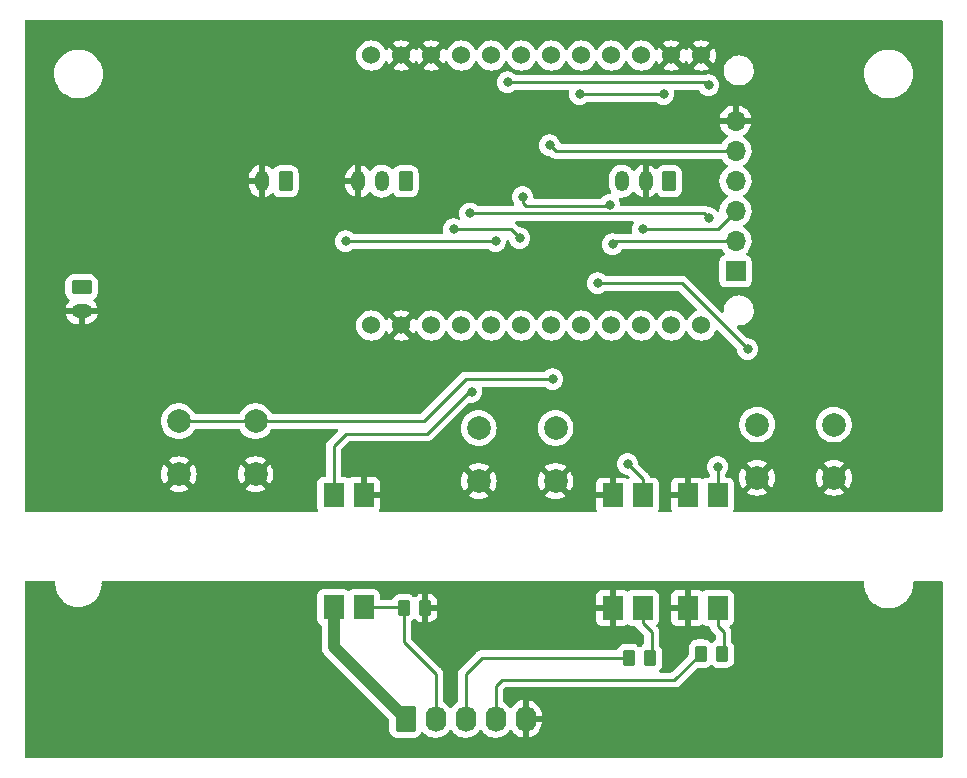
<source format=gbr>
%TF.GenerationSoftware,KiCad,Pcbnew,6.0.0-d3dd2cf0fa~116~ubuntu21.04.1*%
%TF.CreationDate,2022-01-04T14:06:44-05:00*%
%TF.ProjectId,control_pcb,636f6e74-726f-46c5-9f70-63622e6b6963,rev?*%
%TF.SameCoordinates,Original*%
%TF.FileFunction,Copper,L2,Bot*%
%TF.FilePolarity,Positive*%
%FSLAX46Y46*%
G04 Gerber Fmt 4.6, Leading zero omitted, Abs format (unit mm)*
G04 Created by KiCad (PCBNEW 6.0.0-d3dd2cf0fa~116~ubuntu21.04.1) date 2022-01-04 14:06:44*
%MOMM*%
%LPD*%
G01*
G04 APERTURE LIST*
G04 Aperture macros list*
%AMRoundRect*
0 Rectangle with rounded corners*
0 $1 Rounding radius*
0 $2 $3 $4 $5 $6 $7 $8 $9 X,Y pos of 4 corners*
0 Add a 4 corners polygon primitive as box body*
4,1,4,$2,$3,$4,$5,$6,$7,$8,$9,$2,$3,0*
0 Add four circle primitives for the rounded corners*
1,1,$1+$1,$2,$3*
1,1,$1+$1,$4,$5*
1,1,$1+$1,$6,$7*
1,1,$1+$1,$8,$9*
0 Add four rect primitives between the rounded corners*
20,1,$1+$1,$2,$3,$4,$5,0*
20,1,$1+$1,$4,$5,$6,$7,0*
20,1,$1+$1,$6,$7,$8,$9,0*
20,1,$1+$1,$8,$9,$2,$3,0*%
G04 Aperture macros list end*
%TA.AperFunction,SMDPad,CuDef*%
%ADD10R,1.780000X2.000000*%
%TD*%
%TA.AperFunction,SMDPad,CuDef*%
%ADD11RoundRect,0.250000X-0.262500X-0.450000X0.262500X-0.450000X0.262500X0.450000X-0.262500X0.450000X0*%
%TD*%
%TA.AperFunction,ComponentPad*%
%ADD12RoundRect,0.250000X-0.620000X-0.845000X0.620000X-0.845000X0.620000X0.845000X-0.620000X0.845000X0*%
%TD*%
%TA.AperFunction,ComponentPad*%
%ADD13O,1.740000X2.190000*%
%TD*%
%TA.AperFunction,ComponentPad*%
%ADD14C,1.524000*%
%TD*%
%TA.AperFunction,ComponentPad*%
%ADD15C,2.000000*%
%TD*%
%TA.AperFunction,ComponentPad*%
%ADD16O,1.200000X1.750000*%
%TD*%
%TA.AperFunction,ComponentPad*%
%ADD17RoundRect,0.250000X0.350000X0.625000X-0.350000X0.625000X-0.350000X-0.625000X0.350000X-0.625000X0*%
%TD*%
%TA.AperFunction,ComponentPad*%
%ADD18RoundRect,0.250000X-0.625000X0.350000X-0.625000X-0.350000X0.625000X-0.350000X0.625000X0.350000X0*%
%TD*%
%TA.AperFunction,ComponentPad*%
%ADD19O,1.750000X1.200000*%
%TD*%
%TA.AperFunction,ComponentPad*%
%ADD20R,1.700000X1.700000*%
%TD*%
%TA.AperFunction,ComponentPad*%
%ADD21O,1.700000X1.700000*%
%TD*%
%TA.AperFunction,ViaPad*%
%ADD22C,0.800000*%
%TD*%
%TA.AperFunction,Conductor*%
%ADD23C,0.250000*%
%TD*%
%TA.AperFunction,Conductor*%
%ADD24C,1.000000*%
%TD*%
G04 APERTURE END LIST*
D10*
%TO.P,U3,1*%
%TO.N,/FET_OUT*%
X128270000Y-116901000D03*
%TO.P,U3,3*%
%TO.N,/DRL_FET*%
X130810000Y-126431000D03*
%TO.P,U3,2*%
%TO.N,GNDD*%
X130810000Y-116901000D03*
%TO.P,U3,4*%
%TO.N,+BATT*%
X128270000Y-126431000D03*
%TD*%
%TO.P,U2,1*%
%TO.N,Net-(R2-Pad2)*%
X160782000Y-126492000D03*
%TO.P,U2,3*%
%TO.N,GNDD*%
X158242000Y-116962000D03*
%TO.P,U2,2*%
%TO.N,GND*%
X158242000Y-126492000D03*
%TO.P,U2,4*%
%TO.N,/SW_SPIN*%
X160782000Y-116962000D03*
%TD*%
%TO.P,U1,1*%
%TO.N,Net-(R1-Pad2)*%
X154432000Y-126492000D03*
%TO.P,U1,3*%
%TO.N,GNDD*%
X151892000Y-116962000D03*
%TO.P,U1,2*%
%TO.N,GND*%
X151892000Y-126492000D03*
%TO.P,U1,4*%
%TO.N,/SW_LID*%
X154432000Y-116962000D03*
%TD*%
D11*
%TO.P,R3,1*%
%TO.N,/DRL_FET*%
X134215500Y-126492000D03*
%TO.P,R3,2*%
%TO.N,GND*%
X136040500Y-126492000D03*
%TD*%
%TO.P,R2,1*%
%TO.N,/DRL_SPIN*%
X159361500Y-130363000D03*
%TO.P,R2,2*%
%TO.N,Net-(R2-Pad2)*%
X161186500Y-130363000D03*
%TD*%
%TO.P,R1,1*%
%TO.N,/DRL_LID*%
X153265500Y-130720500D03*
%TO.P,R1,2*%
%TO.N,Net-(R1-Pad2)*%
X155090500Y-130720500D03*
%TD*%
D12*
%TO.P,J4,1,Pin_1*%
%TO.N,+BATT*%
X134366000Y-135870000D03*
D13*
%TO.P,J4,2,Pin_2*%
%TO.N,/DRL_FET*%
X136906000Y-135870000D03*
%TO.P,J4,3,Pin_3*%
%TO.N,/DRL_LID*%
X139446000Y-135870000D03*
%TO.P,J4,4,Pin_4*%
%TO.N,/DRL_SPIN*%
X141986000Y-135870000D03*
%TO.P,J4,5,Pin_5*%
%TO.N,GND*%
X144526000Y-135870000D03*
%TD*%
D14*
%TO.P,TTGO1,1,5V*%
%TO.N,VDD*%
X131466000Y-102572000D03*
%TO.P,TTGO1,2,GND*%
%TO.N,GNDD*%
X134006000Y-102572000D03*
%TO.P,TTGO1,3,GPIO27*%
%TO.N,/IND_ON*%
X136546000Y-102572000D03*
%TO.P,TTGO1,4,GPIO26*%
%TO.N,/FET_OUT*%
X139086000Y-102572000D03*
%TO.P,TTGO1,5,GPIO25*%
%TO.N,/BUZZER*%
X141626000Y-102572000D03*
%TO.P,TTGO1,6,GPIO33*%
%TO.N,/RELAY*%
X144166000Y-102572000D03*
%TO.P,TTGO1,7,GPIO32*%
%TO.N,/IND_OFF*%
X146706000Y-102572000D03*
%TO.P,TTGO1,8,SVN*%
%TO.N,unconnected-(TTGO1-Pad8)*%
X149246000Y-102572000D03*
%TO.P,TTGO1,9,GPIO38*%
%TO.N,/GPIO38*%
X151786000Y-102572000D03*
%TO.P,TTGO1,10,GPIO37*%
%TO.N,/GPIO37*%
X154326000Y-102572000D03*
%TO.P,TTGO1,11,SVP*%
%TO.N,unconnected-(TTGO1-Pad11)*%
X156866000Y-102572000D03*
%TO.P,TTGO1,12,3.3V*%
%TO.N,unconnected-(TTGO1-Pad12)*%
X159406000Y-102572000D03*
%TO.P,TTGO1,13,GND*%
%TO.N,GNDD*%
X159406000Y-79712000D03*
%TO.P,TTGO1,14,GND*%
X156866000Y-79712000D03*
%TO.P,TTGO1,15,GPIO21*%
%TO.N,/SW_NUDGE*%
X154326000Y-79712000D03*
%TO.P,TTGO1,16,GPIO22*%
%TO.N,/IND_PULSE*%
X151786000Y-79712000D03*
%TO.P,TTGO1,17,GPIO17*%
%TO.N,/SW_ARM*%
X149246000Y-79712000D03*
%TO.P,TTGO1,18,GPIO2*%
%TO.N,/GPIO2*%
X146706000Y-79712000D03*
%TO.P,TTGO1,19,GPIO15*%
%TO.N,/SW_LID*%
X144166000Y-79712000D03*
%TO.P,TTGO1,20,GPIO13*%
%TO.N,/GPIO13*%
X141626000Y-79712000D03*
%TO.P,TTGO1,21,GPIO12*%
%TO.N,/SW_SPIN*%
X139086000Y-79712000D03*
%TO.P,TTGO1,22,GND*%
%TO.N,GNDD*%
X136546000Y-79712000D03*
%TO.P,TTGO1,23,GND*%
X134006000Y-79712000D03*
%TO.P,TTGO1,24,3.3V*%
%TO.N,unconnected-(TTGO1-Pad24)*%
X131466000Y-79712000D03*
%TD*%
D15*
%TO.P,SW2,1,A*%
%TO.N,/IND_OFF*%
X121666000Y-110672000D03*
X115166000Y-110672000D03*
%TO.P,SW2,2,B*%
%TO.N,GNDD*%
X121666000Y-115172000D03*
X115166000Y-115172000D03*
%TD*%
%TO.P,SW3,1,A*%
%TO.N,/IND_ON*%
X147066000Y-111252000D03*
X140566000Y-111252000D03*
%TO.P,SW3,2,B*%
%TO.N,GNDD*%
X147066000Y-115752000D03*
X140566000Y-115752000D03*
%TD*%
%TO.P,SW4,1,A*%
%TO.N,/IND_PULSE*%
X164136000Y-110962000D03*
X170636000Y-110962000D03*
%TO.P,SW4,2,B*%
%TO.N,GNDD*%
X170636000Y-115462000D03*
X164136000Y-115462000D03*
%TD*%
D16*
%TO.P,J3,3,Pin_3*%
%TO.N,GNDD*%
X130366000Y-90352000D03*
%TO.P,J3,2,Pin_2*%
%TO.N,VDD*%
X132366000Y-90352000D03*
D17*
%TO.P,J3,1,Pin_1*%
%TO.N,/RELAY*%
X134366000Y-90352000D03*
%TD*%
%TO.P,J5,1,Pin_1*%
%TO.N,/SW_ARM*%
X156686000Y-90352000D03*
D16*
%TO.P,J5,2,Pin_2*%
%TO.N,GNDD*%
X154686000Y-90352000D03*
%TO.P,J5,3,Pin_3*%
%TO.N,/SW_NUDGE*%
X152686000Y-90352000D03*
%TD*%
D18*
%TO.P,J6,1,Pin_1*%
%TO.N,VDD*%
X106934000Y-99346000D03*
D19*
%TO.P,J6,2,Pin_2*%
%TO.N,GNDD*%
X106934000Y-101346000D03*
%TD*%
D17*
%TO.P,J2,1,Pin_1*%
%TO.N,/BUZZER*%
X124206000Y-90352000D03*
D16*
%TO.P,J2,2,Pin_2*%
%TO.N,GNDD*%
X122206000Y-90352000D03*
%TD*%
D20*
%TO.P,J1,1,Pin_1*%
%TO.N,VDD*%
X162306000Y-97972000D03*
D21*
%TO.P,J1,2,Pin_2*%
%TO.N,/GPIO38*%
X162306000Y-95432000D03*
%TO.P,J1,3,Pin_3*%
%TO.N,/GPIO37*%
X162306000Y-92892000D03*
%TO.P,J1,4,Pin_4*%
%TO.N,/GPIO13*%
X162306000Y-90352000D03*
%TO.P,J1,5,Pin_5*%
%TO.N,/GPIO2*%
X162306000Y-87812000D03*
%TO.P,J1,6,Pin_6*%
%TO.N,GNDD*%
X162306000Y-85272000D03*
%TD*%
D22*
%TO.N,/SW_SPIN*%
X139827000Y-93091000D03*
%TO.N,/SW_LID*%
X144272000Y-91694000D03*
X153162000Y-114300000D03*
X151638000Y-92366500D03*
%TO.N,/SW_SPIN*%
X160782000Y-114554000D03*
X160020000Y-93472000D03*
%TO.N,/FET_OUT*%
X139954000Y-108204000D03*
%TO.N,/GPIO38*%
X151892000Y-95686000D03*
%TO.N,/GPIO37*%
X154432000Y-94416000D03*
%TO.N,/GPIO13*%
X143002000Y-81970000D03*
X160020000Y-82224000D03*
%TO.N,/GPIO2*%
X146558000Y-87304000D03*
%TO.N,/BUZZER*%
X129286000Y-95432000D03*
X141986000Y-95432000D03*
%TO.N,/RELAY*%
X144018000Y-95178000D03*
X138430000Y-94416000D03*
%TO.N,/SW_ARM*%
X156210000Y-82986000D03*
X149098000Y-82986000D03*
%TO.N,/IND_OFF*%
X146812000Y-107116000D03*
%TO.N,/IND_PULSE*%
X150622000Y-98988000D03*
X163322000Y-104576000D03*
%TD*%
D23*
%TO.N,/SW_LID*%
X151548500Y-92456000D02*
X144526000Y-92456000D01*
X151638000Y-92366500D02*
X151548500Y-92456000D01*
X154432000Y-116962000D02*
X154432000Y-115570000D01*
X154432000Y-115570000D02*
X153162000Y-114300000D01*
X144526000Y-92456000D02*
X144272000Y-92202000D01*
X144272000Y-92202000D02*
X144272000Y-91694000D01*
%TO.N,/SW_SPIN*%
X160782000Y-114554000D02*
X160782000Y-116962000D01*
X159639000Y-93091000D02*
X160020000Y-93472000D01*
X139827000Y-93091000D02*
X159639000Y-93091000D01*
%TO.N,/FET_OUT*%
X139700000Y-108204000D02*
X139954000Y-108204000D01*
X128270000Y-112776000D02*
X129286000Y-111760000D01*
X128270000Y-116901000D02*
X128270000Y-112776000D01*
X129286000Y-111760000D02*
X136144000Y-111760000D01*
X136144000Y-111760000D02*
X139700000Y-108204000D01*
%TO.N,Net-(R2-Pad2)*%
X160782000Y-128016000D02*
X161290000Y-128524000D01*
X160782000Y-126492000D02*
X160782000Y-128016000D01*
X161290000Y-128524000D02*
X161290000Y-130259500D01*
X161290000Y-130259500D02*
X161186500Y-130363000D01*
%TO.N,Net-(R1-Pad2)*%
X154432000Y-127762000D02*
X155194000Y-128524000D01*
X154432000Y-126492000D02*
X154432000Y-127762000D01*
X155194000Y-128524000D02*
X155194000Y-130617000D01*
X155194000Y-130617000D02*
X155090500Y-130720500D01*
D24*
%TO.N,+BATT*%
X128270000Y-126431000D02*
X128270000Y-129774000D01*
X128270000Y-129774000D02*
X134366000Y-135870000D01*
D23*
%TO.N,/DRL_SPIN*%
X159361500Y-130363000D02*
X157136500Y-132588000D01*
X157136500Y-132588000D02*
X142494000Y-132588000D01*
X142494000Y-132588000D02*
X141986000Y-133096000D01*
X141986000Y-133096000D02*
X141986000Y-135870000D01*
%TO.N,/DRL_LID*%
X140805500Y-130720500D02*
X139446000Y-132080000D01*
X153265500Y-130720500D02*
X140805500Y-130720500D01*
X139446000Y-132080000D02*
X139446000Y-135870000D01*
%TO.N,/DRL_FET*%
X136906000Y-135870000D02*
X136906000Y-132080000D01*
X136906000Y-132080000D02*
X134215500Y-129389500D01*
X134215500Y-129389500D02*
X134215500Y-126492000D01*
X130810000Y-126431000D02*
X134154500Y-126431000D01*
X134154500Y-126431000D02*
X134215500Y-126492000D01*
%TO.N,/GPIO38*%
X151892000Y-95686000D02*
X152146000Y-95432000D01*
X152146000Y-95432000D02*
X162306000Y-95432000D01*
%TO.N,/GPIO37*%
X160782000Y-94416000D02*
X154432000Y-94416000D01*
X162306000Y-92892000D02*
X160782000Y-94416000D01*
%TO.N,/GPIO13*%
X143002000Y-81970000D02*
X159766000Y-81970000D01*
X159766000Y-81970000D02*
X160020000Y-82224000D01*
%TO.N,/GPIO2*%
X147066000Y-87812000D02*
X146558000Y-87304000D01*
X162306000Y-87812000D02*
X147066000Y-87812000D01*
%TO.N,/BUZZER*%
X129286000Y-95432000D02*
X141986000Y-95432000D01*
%TO.N,/RELAY*%
X138430000Y-94416000D02*
X143256000Y-94416000D01*
X143256000Y-94416000D02*
X144018000Y-95178000D01*
%TO.N,/SW_ARM*%
X156210000Y-82986000D02*
X149098000Y-82986000D01*
%TO.N,/IND_OFF*%
X139446000Y-107116000D02*
X146812000Y-107116000D01*
X135890000Y-110672000D02*
X139446000Y-107116000D01*
X121666000Y-110672000D02*
X115166000Y-110672000D01*
X121666000Y-110672000D02*
X135890000Y-110672000D01*
%TO.N,/IND_PULSE*%
X150622000Y-98988000D02*
X157734000Y-98988000D01*
X157734000Y-98988000D02*
X163322000Y-104576000D01*
%TD*%
%TA.AperFunction,Conductor*%
%TO.N,GNDD*%
G36*
X179774121Y-76728002D02*
G01*
X179820614Y-76781658D01*
X179832000Y-76834000D01*
X179832000Y-118238000D01*
X179811998Y-118306121D01*
X179758342Y-118352614D01*
X179706000Y-118364000D01*
X162246196Y-118364000D01*
X162178075Y-118343998D01*
X162131582Y-118290342D01*
X162121478Y-118220068D01*
X162128214Y-118193771D01*
X162170971Y-118079718D01*
X162170973Y-118079712D01*
X162173745Y-118072316D01*
X162180500Y-118010134D01*
X162180500Y-116694670D01*
X163268160Y-116694670D01*
X163273887Y-116702320D01*
X163445042Y-116807205D01*
X163453837Y-116811687D01*
X163663988Y-116898734D01*
X163673373Y-116901783D01*
X163894554Y-116954885D01*
X163904301Y-116956428D01*
X164131070Y-116974275D01*
X164140930Y-116974275D01*
X164367699Y-116956428D01*
X164377446Y-116954885D01*
X164598627Y-116901783D01*
X164608012Y-116898734D01*
X164818163Y-116811687D01*
X164826958Y-116807205D01*
X164994445Y-116704568D01*
X165003400Y-116694670D01*
X169768160Y-116694670D01*
X169773887Y-116702320D01*
X169945042Y-116807205D01*
X169953837Y-116811687D01*
X170163988Y-116898734D01*
X170173373Y-116901783D01*
X170394554Y-116954885D01*
X170404301Y-116956428D01*
X170631070Y-116974275D01*
X170640930Y-116974275D01*
X170867699Y-116956428D01*
X170877446Y-116954885D01*
X171098627Y-116901783D01*
X171108012Y-116898734D01*
X171318163Y-116811687D01*
X171326958Y-116807205D01*
X171494445Y-116704568D01*
X171503907Y-116694110D01*
X171500124Y-116685334D01*
X170648812Y-115834022D01*
X170634868Y-115826408D01*
X170633035Y-115826539D01*
X170626420Y-115830790D01*
X169774920Y-116682290D01*
X169768160Y-116694670D01*
X165003400Y-116694670D01*
X165003907Y-116694110D01*
X165000124Y-116685334D01*
X164148812Y-115834022D01*
X164134868Y-115826408D01*
X164133035Y-115826539D01*
X164126420Y-115830790D01*
X163274920Y-116682290D01*
X163268160Y-116694670D01*
X162180500Y-116694670D01*
X162180500Y-115913866D01*
X162173745Y-115851684D01*
X162122615Y-115715295D01*
X162035261Y-115598739D01*
X161918705Y-115511385D01*
X161800122Y-115466930D01*
X162623725Y-115466930D01*
X162641572Y-115693699D01*
X162643115Y-115703446D01*
X162696217Y-115924627D01*
X162699266Y-115934012D01*
X162786313Y-116144163D01*
X162790795Y-116152958D01*
X162893432Y-116320445D01*
X162903890Y-116329907D01*
X162912666Y-116326124D01*
X163763978Y-115474812D01*
X163770356Y-115463132D01*
X164500408Y-115463132D01*
X164500539Y-115464965D01*
X164504790Y-115471580D01*
X165356290Y-116323080D01*
X165368670Y-116329840D01*
X165376320Y-116324113D01*
X165481205Y-116152958D01*
X165485687Y-116144163D01*
X165572734Y-115934012D01*
X165575783Y-115924627D01*
X165628885Y-115703446D01*
X165630428Y-115693699D01*
X165648275Y-115466930D01*
X169123725Y-115466930D01*
X169141572Y-115693699D01*
X169143115Y-115703446D01*
X169196217Y-115924627D01*
X169199266Y-115934012D01*
X169286313Y-116144163D01*
X169290795Y-116152958D01*
X169393432Y-116320445D01*
X169403890Y-116329907D01*
X169412666Y-116326124D01*
X170263978Y-115474812D01*
X170270356Y-115463132D01*
X171000408Y-115463132D01*
X171000539Y-115464965D01*
X171004790Y-115471580D01*
X171856290Y-116323080D01*
X171868670Y-116329840D01*
X171876320Y-116324113D01*
X171981205Y-116152958D01*
X171985687Y-116144163D01*
X172072734Y-115934012D01*
X172075783Y-115924627D01*
X172128885Y-115703446D01*
X172130428Y-115693699D01*
X172148275Y-115466930D01*
X172148275Y-115457070D01*
X172130428Y-115230301D01*
X172128885Y-115220554D01*
X172075783Y-114999373D01*
X172072734Y-114989988D01*
X171985687Y-114779837D01*
X171981205Y-114771042D01*
X171878568Y-114603555D01*
X171868110Y-114594093D01*
X171859334Y-114597876D01*
X171008022Y-115449188D01*
X171000408Y-115463132D01*
X170270356Y-115463132D01*
X170271592Y-115460868D01*
X170271461Y-115459035D01*
X170267210Y-115452420D01*
X169415710Y-114600920D01*
X169403330Y-114594160D01*
X169395680Y-114599887D01*
X169290795Y-114771042D01*
X169286313Y-114779837D01*
X169199266Y-114989988D01*
X169196217Y-114999373D01*
X169143115Y-115220554D01*
X169141572Y-115230301D01*
X169123725Y-115457070D01*
X169123725Y-115466930D01*
X165648275Y-115466930D01*
X165648275Y-115457070D01*
X165630428Y-115230301D01*
X165628885Y-115220554D01*
X165575783Y-114999373D01*
X165572734Y-114989988D01*
X165485687Y-114779837D01*
X165481205Y-114771042D01*
X165378568Y-114603555D01*
X165368110Y-114594093D01*
X165359334Y-114597876D01*
X164508022Y-115449188D01*
X164500408Y-115463132D01*
X163770356Y-115463132D01*
X163771592Y-115460868D01*
X163771461Y-115459035D01*
X163767210Y-115452420D01*
X162915710Y-114600920D01*
X162903330Y-114594160D01*
X162895680Y-114599887D01*
X162790795Y-114771042D01*
X162786313Y-114779837D01*
X162699266Y-114989988D01*
X162696217Y-114999373D01*
X162643115Y-115220554D01*
X162641572Y-115230301D01*
X162623725Y-115457070D01*
X162623725Y-115466930D01*
X161800122Y-115466930D01*
X161782316Y-115460255D01*
X161720134Y-115453500D01*
X161541500Y-115453500D01*
X161473379Y-115433498D01*
X161426886Y-115379842D01*
X161415500Y-115327500D01*
X161415500Y-115256524D01*
X161435502Y-115188403D01*
X161447858Y-115172221D01*
X161521040Y-115090944D01*
X161616527Y-114925556D01*
X161675542Y-114743928D01*
X161695504Y-114554000D01*
X161675542Y-114364072D01*
X161631943Y-114229890D01*
X163268093Y-114229890D01*
X163271876Y-114238666D01*
X164123188Y-115089978D01*
X164137132Y-115097592D01*
X164138965Y-115097461D01*
X164145580Y-115093210D01*
X164997080Y-114241710D01*
X165003534Y-114229890D01*
X169768093Y-114229890D01*
X169771876Y-114238666D01*
X170623188Y-115089978D01*
X170637132Y-115097592D01*
X170638965Y-115097461D01*
X170645580Y-115093210D01*
X171497080Y-114241710D01*
X171503840Y-114229330D01*
X171498113Y-114221680D01*
X171326958Y-114116795D01*
X171318163Y-114112313D01*
X171108012Y-114025266D01*
X171098627Y-114022217D01*
X170877446Y-113969115D01*
X170867699Y-113967572D01*
X170640930Y-113949725D01*
X170631070Y-113949725D01*
X170404301Y-113967572D01*
X170394554Y-113969115D01*
X170173373Y-114022217D01*
X170163988Y-114025266D01*
X169953837Y-114112313D01*
X169945042Y-114116795D01*
X169777555Y-114219432D01*
X169768093Y-114229890D01*
X165003534Y-114229890D01*
X165003840Y-114229330D01*
X164998113Y-114221680D01*
X164826958Y-114116795D01*
X164818163Y-114112313D01*
X164608012Y-114025266D01*
X164598627Y-114022217D01*
X164377446Y-113969115D01*
X164367699Y-113967572D01*
X164140930Y-113949725D01*
X164131070Y-113949725D01*
X163904301Y-113967572D01*
X163894554Y-113969115D01*
X163673373Y-114022217D01*
X163663988Y-114025266D01*
X163453837Y-114112313D01*
X163445042Y-114116795D01*
X163277555Y-114219432D01*
X163268093Y-114229890D01*
X161631943Y-114229890D01*
X161616527Y-114182444D01*
X161521040Y-114017056D01*
X161476485Y-113967572D01*
X161397675Y-113880045D01*
X161397674Y-113880044D01*
X161393253Y-113875134D01*
X161238752Y-113762882D01*
X161232724Y-113760198D01*
X161232722Y-113760197D01*
X161070319Y-113687891D01*
X161070318Y-113687891D01*
X161064288Y-113685206D01*
X160970888Y-113665353D01*
X160883944Y-113646872D01*
X160883939Y-113646872D01*
X160877487Y-113645500D01*
X160686513Y-113645500D01*
X160680061Y-113646872D01*
X160680056Y-113646872D01*
X160593112Y-113665353D01*
X160499712Y-113685206D01*
X160493682Y-113687891D01*
X160493681Y-113687891D01*
X160331278Y-113760197D01*
X160331276Y-113760198D01*
X160325248Y-113762882D01*
X160170747Y-113875134D01*
X160166326Y-113880044D01*
X160166325Y-113880045D01*
X160087516Y-113967572D01*
X160042960Y-114017056D01*
X159947473Y-114182444D01*
X159888458Y-114364072D01*
X159868496Y-114554000D01*
X159888458Y-114743928D01*
X159947473Y-114925556D01*
X160042960Y-115090944D01*
X160116137Y-115172215D01*
X160146853Y-115236221D01*
X160148500Y-115256524D01*
X160148500Y-115327500D01*
X160128498Y-115395621D01*
X160074842Y-115442114D01*
X160022500Y-115453500D01*
X159843866Y-115453500D01*
X159781684Y-115460255D01*
X159645295Y-115511385D01*
X159587148Y-115554964D01*
X159520642Y-115579812D01*
X159451259Y-115564759D01*
X159436018Y-115554964D01*
X159385648Y-115517214D01*
X159370054Y-115508676D01*
X159249606Y-115463522D01*
X159234351Y-115459895D01*
X159183486Y-115454369D01*
X159176672Y-115454000D01*
X158514115Y-115454000D01*
X158498876Y-115458475D01*
X158497671Y-115459865D01*
X158496000Y-115467548D01*
X158496000Y-117090000D01*
X158475998Y-117158121D01*
X158422342Y-117204614D01*
X158370000Y-117216000D01*
X156862116Y-117216000D01*
X156846877Y-117220475D01*
X156845672Y-117221865D01*
X156844001Y-117229548D01*
X156844001Y-118006669D01*
X156844371Y-118013490D01*
X156849895Y-118064352D01*
X156853521Y-118079604D01*
X156896320Y-118193770D01*
X156901503Y-118264578D01*
X156867582Y-118326947D01*
X156805327Y-118361076D01*
X156778338Y-118364000D01*
X155896196Y-118364000D01*
X155828075Y-118343998D01*
X155781582Y-118290342D01*
X155771478Y-118220068D01*
X155778214Y-118193771D01*
X155820971Y-118079718D01*
X155820973Y-118079712D01*
X155823745Y-118072316D01*
X155830500Y-118010134D01*
X155830500Y-116689885D01*
X156844000Y-116689885D01*
X156848475Y-116705124D01*
X156849865Y-116706329D01*
X156857548Y-116708000D01*
X157969885Y-116708000D01*
X157985124Y-116703525D01*
X157986329Y-116702135D01*
X157988000Y-116694452D01*
X157988000Y-115472116D01*
X157983525Y-115456877D01*
X157982135Y-115455672D01*
X157974452Y-115454001D01*
X157307331Y-115454001D01*
X157300510Y-115454371D01*
X157249648Y-115459895D01*
X157234396Y-115463521D01*
X157113946Y-115508676D01*
X157098351Y-115517214D01*
X156996276Y-115593715D01*
X156983715Y-115606276D01*
X156907214Y-115708351D01*
X156898676Y-115723946D01*
X156853522Y-115844394D01*
X156849895Y-115859649D01*
X156844369Y-115910514D01*
X156844000Y-115917328D01*
X156844000Y-116689885D01*
X155830500Y-116689885D01*
X155830500Y-115913866D01*
X155823745Y-115851684D01*
X155772615Y-115715295D01*
X155685261Y-115598739D01*
X155568705Y-115511385D01*
X155432316Y-115460255D01*
X155370134Y-115453500D01*
X155152850Y-115453500D01*
X155084729Y-115433498D01*
X155035692Y-115373868D01*
X155034194Y-115370083D01*
X155030355Y-115358870D01*
X155029721Y-115356687D01*
X155018018Y-115316407D01*
X155013984Y-115309585D01*
X155013981Y-115309579D01*
X155007706Y-115298968D01*
X154999010Y-115281218D01*
X154994472Y-115269756D01*
X154994469Y-115269751D01*
X154991552Y-115262383D01*
X154978901Y-115244970D01*
X154965573Y-115226625D01*
X154959057Y-115216707D01*
X154948005Y-115198019D01*
X154936542Y-115178637D01*
X154922218Y-115164313D01*
X154909376Y-115149278D01*
X154897472Y-115132893D01*
X154863406Y-115104711D01*
X154854627Y-115096722D01*
X154109122Y-114351217D01*
X154075096Y-114288905D01*
X154072907Y-114275292D01*
X154056232Y-114116635D01*
X154056232Y-114116633D01*
X154055542Y-114110072D01*
X153996527Y-113928444D01*
X153901040Y-113763056D01*
X153873273Y-113732217D01*
X153777675Y-113626045D01*
X153777674Y-113626044D01*
X153773253Y-113621134D01*
X153618752Y-113508882D01*
X153612724Y-113506198D01*
X153612722Y-113506197D01*
X153450319Y-113433891D01*
X153450318Y-113433891D01*
X153444288Y-113431206D01*
X153350887Y-113411353D01*
X153263944Y-113392872D01*
X153263939Y-113392872D01*
X153257487Y-113391500D01*
X153066513Y-113391500D01*
X153060061Y-113392872D01*
X153060056Y-113392872D01*
X152973113Y-113411353D01*
X152879712Y-113431206D01*
X152873682Y-113433891D01*
X152873681Y-113433891D01*
X152711278Y-113506197D01*
X152711276Y-113506198D01*
X152705248Y-113508882D01*
X152550747Y-113621134D01*
X152546326Y-113626044D01*
X152546325Y-113626045D01*
X152450728Y-113732217D01*
X152422960Y-113763056D01*
X152327473Y-113928444D01*
X152268458Y-114110072D01*
X152248496Y-114300000D01*
X152249186Y-114306565D01*
X152250101Y-114315266D01*
X152268458Y-114489928D01*
X152327473Y-114671556D01*
X152422960Y-114836944D01*
X152427378Y-114841851D01*
X152427379Y-114841852D01*
X152516023Y-114940301D01*
X152550747Y-114978866D01*
X152705248Y-115091118D01*
X152711276Y-115093802D01*
X152711278Y-115093803D01*
X152869647Y-115164313D01*
X152879712Y-115168794D01*
X152958105Y-115185457D01*
X153060056Y-115207128D01*
X153060061Y-115207128D01*
X153066513Y-115208500D01*
X153122406Y-115208500D01*
X153190527Y-115228502D01*
X153211501Y-115245405D01*
X153296670Y-115330574D01*
X153330696Y-115392886D01*
X153325631Y-115463701D01*
X153283141Y-115520494D01*
X153237148Y-115554964D01*
X153170641Y-115579812D01*
X153101259Y-115564759D01*
X153086018Y-115554964D01*
X153035648Y-115517214D01*
X153020054Y-115508676D01*
X152899606Y-115463522D01*
X152884351Y-115459895D01*
X152833486Y-115454369D01*
X152826672Y-115454000D01*
X152164115Y-115454000D01*
X152148876Y-115458475D01*
X152147671Y-115459865D01*
X152146000Y-115467548D01*
X152146000Y-117090000D01*
X152125998Y-117158121D01*
X152072342Y-117204614D01*
X152020000Y-117216000D01*
X150512116Y-117216000D01*
X150496877Y-117220475D01*
X150495672Y-117221865D01*
X150494001Y-117229548D01*
X150494001Y-118006669D01*
X150494371Y-118013490D01*
X150499895Y-118064352D01*
X150503521Y-118079604D01*
X150546320Y-118193770D01*
X150551503Y-118264578D01*
X150517582Y-118326947D01*
X150455327Y-118361076D01*
X150428338Y-118364000D01*
X132239776Y-118364000D01*
X132171655Y-118343998D01*
X132125162Y-118290342D01*
X132115058Y-118220068D01*
X132138951Y-118162433D01*
X132144788Y-118154645D01*
X132153324Y-118139054D01*
X132198478Y-118018606D01*
X132202105Y-118003351D01*
X132207631Y-117952486D01*
X132208000Y-117945672D01*
X132208000Y-117173115D01*
X132203525Y-117157876D01*
X132202135Y-117156671D01*
X132194452Y-117155000D01*
X130682000Y-117155000D01*
X130613879Y-117134998D01*
X130567386Y-117081342D01*
X130556000Y-117029000D01*
X130556000Y-116984670D01*
X139698160Y-116984670D01*
X139703887Y-116992320D01*
X139875042Y-117097205D01*
X139883837Y-117101687D01*
X140093988Y-117188734D01*
X140103373Y-117191783D01*
X140324554Y-117244885D01*
X140334301Y-117246428D01*
X140561070Y-117264275D01*
X140570930Y-117264275D01*
X140797699Y-117246428D01*
X140807446Y-117244885D01*
X141028627Y-117191783D01*
X141038012Y-117188734D01*
X141248163Y-117101687D01*
X141256958Y-117097205D01*
X141424445Y-116994568D01*
X141433400Y-116984670D01*
X146198160Y-116984670D01*
X146203887Y-116992320D01*
X146375042Y-117097205D01*
X146383837Y-117101687D01*
X146593988Y-117188734D01*
X146603373Y-117191783D01*
X146824554Y-117244885D01*
X146834301Y-117246428D01*
X147061070Y-117264275D01*
X147070930Y-117264275D01*
X147297699Y-117246428D01*
X147307446Y-117244885D01*
X147528627Y-117191783D01*
X147538012Y-117188734D01*
X147748163Y-117101687D01*
X147756958Y-117097205D01*
X147924445Y-116994568D01*
X147933907Y-116984110D01*
X147930124Y-116975334D01*
X147644675Y-116689885D01*
X150494000Y-116689885D01*
X150498475Y-116705124D01*
X150499865Y-116706329D01*
X150507548Y-116708000D01*
X151619885Y-116708000D01*
X151635124Y-116703525D01*
X151636329Y-116702135D01*
X151638000Y-116694452D01*
X151638000Y-115472116D01*
X151633525Y-115456877D01*
X151632135Y-115455672D01*
X151624452Y-115454001D01*
X150957331Y-115454001D01*
X150950510Y-115454371D01*
X150899648Y-115459895D01*
X150884396Y-115463521D01*
X150763946Y-115508676D01*
X150748351Y-115517214D01*
X150646276Y-115593715D01*
X150633715Y-115606276D01*
X150557214Y-115708351D01*
X150548676Y-115723946D01*
X150503522Y-115844394D01*
X150499895Y-115859649D01*
X150494369Y-115910514D01*
X150494000Y-115917328D01*
X150494000Y-116689885D01*
X147644675Y-116689885D01*
X147078812Y-116124022D01*
X147064868Y-116116408D01*
X147063035Y-116116539D01*
X147056420Y-116120790D01*
X146204920Y-116972290D01*
X146198160Y-116984670D01*
X141433400Y-116984670D01*
X141433907Y-116984110D01*
X141430124Y-116975334D01*
X140578812Y-116124022D01*
X140564868Y-116116408D01*
X140563035Y-116116539D01*
X140556420Y-116120790D01*
X139704920Y-116972290D01*
X139698160Y-116984670D01*
X130556000Y-116984670D01*
X130556000Y-116628885D01*
X131064000Y-116628885D01*
X131068475Y-116644124D01*
X131069865Y-116645329D01*
X131077548Y-116647000D01*
X132189884Y-116647000D01*
X132205123Y-116642525D01*
X132206328Y-116641135D01*
X132207999Y-116633452D01*
X132207999Y-115856331D01*
X132207629Y-115849510D01*
X132202105Y-115798648D01*
X132198479Y-115783396D01*
X132188557Y-115756930D01*
X139053725Y-115756930D01*
X139071572Y-115983699D01*
X139073115Y-115993446D01*
X139126217Y-116214627D01*
X139129266Y-116224012D01*
X139216313Y-116434163D01*
X139220795Y-116442958D01*
X139323432Y-116610445D01*
X139333890Y-116619907D01*
X139342666Y-116616124D01*
X140193978Y-115764812D01*
X140200356Y-115753132D01*
X140930408Y-115753132D01*
X140930539Y-115754965D01*
X140934790Y-115761580D01*
X141786290Y-116613080D01*
X141798670Y-116619840D01*
X141806320Y-116614113D01*
X141911205Y-116442958D01*
X141915687Y-116434163D01*
X142002734Y-116224012D01*
X142005783Y-116214627D01*
X142058885Y-115993446D01*
X142060428Y-115983699D01*
X142078275Y-115756930D01*
X145553725Y-115756930D01*
X145571572Y-115983699D01*
X145573115Y-115993446D01*
X145626217Y-116214627D01*
X145629266Y-116224012D01*
X145716313Y-116434163D01*
X145720795Y-116442958D01*
X145823432Y-116610445D01*
X145833890Y-116619907D01*
X145842666Y-116616124D01*
X146693978Y-115764812D01*
X146700356Y-115753132D01*
X147430408Y-115753132D01*
X147430539Y-115754965D01*
X147434790Y-115761580D01*
X148286290Y-116613080D01*
X148298670Y-116619840D01*
X148306320Y-116614113D01*
X148411205Y-116442958D01*
X148415687Y-116434163D01*
X148502734Y-116224012D01*
X148505783Y-116214627D01*
X148558885Y-115993446D01*
X148560428Y-115983699D01*
X148578275Y-115756930D01*
X148578275Y-115747070D01*
X148560428Y-115520301D01*
X148558885Y-115510554D01*
X148505783Y-115289373D01*
X148502734Y-115279988D01*
X148415687Y-115069837D01*
X148411205Y-115061042D01*
X148308568Y-114893555D01*
X148298110Y-114884093D01*
X148289334Y-114887876D01*
X147438022Y-115739188D01*
X147430408Y-115753132D01*
X146700356Y-115753132D01*
X146701592Y-115750868D01*
X146701461Y-115749035D01*
X146697210Y-115742420D01*
X145845710Y-114890920D01*
X145833330Y-114884160D01*
X145825680Y-114889887D01*
X145720795Y-115061042D01*
X145716313Y-115069837D01*
X145629266Y-115279988D01*
X145626217Y-115289373D01*
X145573115Y-115510554D01*
X145571572Y-115520301D01*
X145553725Y-115747070D01*
X145553725Y-115756930D01*
X142078275Y-115756930D01*
X142078275Y-115747070D01*
X142060428Y-115520301D01*
X142058885Y-115510554D01*
X142005783Y-115289373D01*
X142002734Y-115279988D01*
X141915687Y-115069837D01*
X141911205Y-115061042D01*
X141808568Y-114893555D01*
X141798110Y-114884093D01*
X141789334Y-114887876D01*
X140938022Y-115739188D01*
X140930408Y-115753132D01*
X140200356Y-115753132D01*
X140201592Y-115750868D01*
X140201461Y-115749035D01*
X140197210Y-115742420D01*
X139345710Y-114890920D01*
X139333330Y-114884160D01*
X139325680Y-114889887D01*
X139220795Y-115061042D01*
X139216313Y-115069837D01*
X139129266Y-115279988D01*
X139126217Y-115289373D01*
X139073115Y-115510554D01*
X139071572Y-115520301D01*
X139053725Y-115747070D01*
X139053725Y-115756930D01*
X132188557Y-115756930D01*
X132153324Y-115662946D01*
X132144786Y-115647351D01*
X132068285Y-115545276D01*
X132055724Y-115532715D01*
X131953649Y-115456214D01*
X131938054Y-115447676D01*
X131817606Y-115402522D01*
X131802351Y-115398895D01*
X131751486Y-115393369D01*
X131744672Y-115393000D01*
X131082115Y-115393000D01*
X131066876Y-115397475D01*
X131065671Y-115398865D01*
X131064000Y-115406548D01*
X131064000Y-116628885D01*
X130556000Y-116628885D01*
X130556000Y-115411116D01*
X130551525Y-115395877D01*
X130550135Y-115394672D01*
X130542452Y-115393001D01*
X129875331Y-115393001D01*
X129868510Y-115393371D01*
X129817648Y-115398895D01*
X129802396Y-115402521D01*
X129681946Y-115447676D01*
X129666352Y-115456214D01*
X129615982Y-115493964D01*
X129549476Y-115518812D01*
X129480093Y-115503759D01*
X129464852Y-115493964D01*
X129406705Y-115450385D01*
X129270316Y-115399255D01*
X129208134Y-115392500D01*
X129029500Y-115392500D01*
X128961379Y-115372498D01*
X128914886Y-115318842D01*
X128903500Y-115266500D01*
X128903500Y-114519890D01*
X139698093Y-114519890D01*
X139701876Y-114528666D01*
X140553188Y-115379978D01*
X140567132Y-115387592D01*
X140568965Y-115387461D01*
X140575580Y-115383210D01*
X141427080Y-114531710D01*
X141433534Y-114519890D01*
X146198093Y-114519890D01*
X146201876Y-114528666D01*
X147053188Y-115379978D01*
X147067132Y-115387592D01*
X147068965Y-115387461D01*
X147075580Y-115383210D01*
X147927080Y-114531710D01*
X147933840Y-114519330D01*
X147928113Y-114511680D01*
X147756958Y-114406795D01*
X147748163Y-114402313D01*
X147538012Y-114315266D01*
X147528627Y-114312217D01*
X147307446Y-114259115D01*
X147297699Y-114257572D01*
X147070930Y-114239725D01*
X147061070Y-114239725D01*
X146834301Y-114257572D01*
X146824554Y-114259115D01*
X146603373Y-114312217D01*
X146593988Y-114315266D01*
X146383837Y-114402313D01*
X146375042Y-114406795D01*
X146207555Y-114509432D01*
X146198093Y-114519890D01*
X141433534Y-114519890D01*
X141433840Y-114519330D01*
X141428113Y-114511680D01*
X141256958Y-114406795D01*
X141248163Y-114402313D01*
X141038012Y-114315266D01*
X141028627Y-114312217D01*
X140807446Y-114259115D01*
X140797699Y-114257572D01*
X140570930Y-114239725D01*
X140561070Y-114239725D01*
X140334301Y-114257572D01*
X140324554Y-114259115D01*
X140103373Y-114312217D01*
X140093988Y-114315266D01*
X139883837Y-114402313D01*
X139875042Y-114406795D01*
X139707555Y-114509432D01*
X139698093Y-114519890D01*
X128903500Y-114519890D01*
X128903500Y-113090595D01*
X128923502Y-113022474D01*
X128940405Y-113001499D01*
X129511501Y-112430404D01*
X129573813Y-112396379D01*
X129600596Y-112393500D01*
X136065233Y-112393500D01*
X136076416Y-112394027D01*
X136083909Y-112395702D01*
X136091835Y-112395453D01*
X136091836Y-112395453D01*
X136151986Y-112393562D01*
X136155945Y-112393500D01*
X136183856Y-112393500D01*
X136187791Y-112393003D01*
X136187856Y-112392995D01*
X136199693Y-112392062D01*
X136231951Y-112391048D01*
X136235970Y-112390922D01*
X136243889Y-112390673D01*
X136263343Y-112385021D01*
X136282700Y-112381013D01*
X136294930Y-112379468D01*
X136294931Y-112379468D01*
X136302797Y-112378474D01*
X136310168Y-112375555D01*
X136310170Y-112375555D01*
X136343912Y-112362196D01*
X136355142Y-112358351D01*
X136389983Y-112348229D01*
X136389984Y-112348229D01*
X136397593Y-112346018D01*
X136404412Y-112341985D01*
X136404417Y-112341983D01*
X136415028Y-112335707D01*
X136432776Y-112327012D01*
X136451617Y-112319552D01*
X136467994Y-112307654D01*
X136487387Y-112293564D01*
X136497307Y-112287048D01*
X136528535Y-112268580D01*
X136528538Y-112268578D01*
X136535362Y-112264542D01*
X136549683Y-112250221D01*
X136564717Y-112237380D01*
X136574694Y-112230131D01*
X136581107Y-112225472D01*
X136609298Y-112191395D01*
X136617288Y-112182616D01*
X137547904Y-111252000D01*
X139052835Y-111252000D01*
X139071465Y-111488711D01*
X139072619Y-111493518D01*
X139072620Y-111493524D01*
X139087908Y-111557202D01*
X139126895Y-111719594D01*
X139128788Y-111724165D01*
X139128789Y-111724167D01*
X139179752Y-111847202D01*
X139217760Y-111938963D01*
X139220346Y-111943183D01*
X139339241Y-112137202D01*
X139339245Y-112137208D01*
X139341824Y-112141416D01*
X139496031Y-112321969D01*
X139499787Y-112325177D01*
X139506206Y-112330659D01*
X139676584Y-112476176D01*
X139680792Y-112478755D01*
X139680798Y-112478759D01*
X139829961Y-112570166D01*
X139879037Y-112600240D01*
X139883607Y-112602133D01*
X139883611Y-112602135D01*
X140093833Y-112689211D01*
X140098406Y-112691105D01*
X140151697Y-112703899D01*
X140324476Y-112745380D01*
X140324482Y-112745381D01*
X140329289Y-112746535D01*
X140566000Y-112765165D01*
X140802711Y-112746535D01*
X140807518Y-112745381D01*
X140807524Y-112745380D01*
X140980303Y-112703899D01*
X141033594Y-112691105D01*
X141038167Y-112689211D01*
X141248389Y-112602135D01*
X141248393Y-112602133D01*
X141252963Y-112600240D01*
X141302039Y-112570166D01*
X141451202Y-112478759D01*
X141451208Y-112478755D01*
X141455416Y-112476176D01*
X141625794Y-112330659D01*
X141632213Y-112325177D01*
X141635969Y-112321969D01*
X141790176Y-112141416D01*
X141792755Y-112137208D01*
X141792759Y-112137202D01*
X141911654Y-111943183D01*
X141914240Y-111938963D01*
X141952249Y-111847202D01*
X142003211Y-111724167D01*
X142003212Y-111724165D01*
X142005105Y-111719594D01*
X142044092Y-111557202D01*
X142059380Y-111493524D01*
X142059381Y-111493518D01*
X142060535Y-111488711D01*
X142079165Y-111252000D01*
X145552835Y-111252000D01*
X145571465Y-111488711D01*
X145572619Y-111493518D01*
X145572620Y-111493524D01*
X145587908Y-111557202D01*
X145626895Y-111719594D01*
X145628788Y-111724165D01*
X145628789Y-111724167D01*
X145679752Y-111847202D01*
X145717760Y-111938963D01*
X145720346Y-111943183D01*
X145839241Y-112137202D01*
X145839245Y-112137208D01*
X145841824Y-112141416D01*
X145996031Y-112321969D01*
X145999787Y-112325177D01*
X146006206Y-112330659D01*
X146176584Y-112476176D01*
X146180792Y-112478755D01*
X146180798Y-112478759D01*
X146329961Y-112570166D01*
X146379037Y-112600240D01*
X146383607Y-112602133D01*
X146383611Y-112602135D01*
X146593833Y-112689211D01*
X146598406Y-112691105D01*
X146651697Y-112703899D01*
X146824476Y-112745380D01*
X146824482Y-112745381D01*
X146829289Y-112746535D01*
X147066000Y-112765165D01*
X147302711Y-112746535D01*
X147307518Y-112745381D01*
X147307524Y-112745380D01*
X147480303Y-112703899D01*
X147533594Y-112691105D01*
X147538167Y-112689211D01*
X147748389Y-112602135D01*
X147748393Y-112602133D01*
X147752963Y-112600240D01*
X147802039Y-112570166D01*
X147951202Y-112478759D01*
X147951208Y-112478755D01*
X147955416Y-112476176D01*
X148125794Y-112330659D01*
X148132213Y-112325177D01*
X148135969Y-112321969D01*
X148290176Y-112141416D01*
X148292755Y-112137208D01*
X148292759Y-112137202D01*
X148411654Y-111943183D01*
X148414240Y-111938963D01*
X148452249Y-111847202D01*
X148503211Y-111724167D01*
X148503212Y-111724165D01*
X148505105Y-111719594D01*
X148544092Y-111557202D01*
X148559380Y-111493524D01*
X148559381Y-111493518D01*
X148560535Y-111488711D01*
X148579165Y-111252000D01*
X148560535Y-111015289D01*
X148547742Y-110962000D01*
X162622835Y-110962000D01*
X162641465Y-111198711D01*
X162642619Y-111203518D01*
X162642620Y-111203524D01*
X162655442Y-111256930D01*
X162696895Y-111429594D01*
X162698788Y-111434165D01*
X162698789Y-111434167D01*
X162749752Y-111557202D01*
X162787760Y-111648963D01*
X162790346Y-111653183D01*
X162909241Y-111847202D01*
X162909245Y-111847208D01*
X162911824Y-111851416D01*
X163066031Y-112031969D01*
X163246584Y-112186176D01*
X163250792Y-112188755D01*
X163250798Y-112188759D01*
X163421824Y-112293564D01*
X163449037Y-112310240D01*
X163453607Y-112312133D01*
X163453611Y-112312135D01*
X163656996Y-112396379D01*
X163668406Y-112401105D01*
X163740587Y-112418434D01*
X163894476Y-112455380D01*
X163894482Y-112455381D01*
X163899289Y-112456535D01*
X164136000Y-112475165D01*
X164372711Y-112456535D01*
X164377518Y-112455381D01*
X164377524Y-112455380D01*
X164531413Y-112418434D01*
X164603594Y-112401105D01*
X164615004Y-112396379D01*
X164818389Y-112312135D01*
X164818393Y-112312133D01*
X164822963Y-112310240D01*
X164850176Y-112293564D01*
X165021202Y-112188759D01*
X165021208Y-112188755D01*
X165025416Y-112186176D01*
X165205969Y-112031969D01*
X165360176Y-111851416D01*
X165362755Y-111847208D01*
X165362759Y-111847202D01*
X165481654Y-111653183D01*
X165484240Y-111648963D01*
X165522249Y-111557202D01*
X165573211Y-111434167D01*
X165573212Y-111434165D01*
X165575105Y-111429594D01*
X165616558Y-111256930D01*
X165629380Y-111203524D01*
X165629381Y-111203518D01*
X165630535Y-111198711D01*
X165649165Y-110962000D01*
X169122835Y-110962000D01*
X169141465Y-111198711D01*
X169142619Y-111203518D01*
X169142620Y-111203524D01*
X169155442Y-111256930D01*
X169196895Y-111429594D01*
X169198788Y-111434165D01*
X169198789Y-111434167D01*
X169249752Y-111557202D01*
X169287760Y-111648963D01*
X169290346Y-111653183D01*
X169409241Y-111847202D01*
X169409245Y-111847208D01*
X169411824Y-111851416D01*
X169566031Y-112031969D01*
X169746584Y-112186176D01*
X169750792Y-112188755D01*
X169750798Y-112188759D01*
X169921824Y-112293564D01*
X169949037Y-112310240D01*
X169953607Y-112312133D01*
X169953611Y-112312135D01*
X170156996Y-112396379D01*
X170168406Y-112401105D01*
X170240587Y-112418434D01*
X170394476Y-112455380D01*
X170394482Y-112455381D01*
X170399289Y-112456535D01*
X170636000Y-112475165D01*
X170872711Y-112456535D01*
X170877518Y-112455381D01*
X170877524Y-112455380D01*
X171031413Y-112418434D01*
X171103594Y-112401105D01*
X171115004Y-112396379D01*
X171318389Y-112312135D01*
X171318393Y-112312133D01*
X171322963Y-112310240D01*
X171350176Y-112293564D01*
X171521202Y-112188759D01*
X171521208Y-112188755D01*
X171525416Y-112186176D01*
X171705969Y-112031969D01*
X171860176Y-111851416D01*
X171862755Y-111847208D01*
X171862759Y-111847202D01*
X171981654Y-111653183D01*
X171984240Y-111648963D01*
X172022249Y-111557202D01*
X172073211Y-111434167D01*
X172073212Y-111434165D01*
X172075105Y-111429594D01*
X172116558Y-111256930D01*
X172129380Y-111203524D01*
X172129381Y-111203518D01*
X172130535Y-111198711D01*
X172149165Y-110962000D01*
X172130535Y-110725289D01*
X172117742Y-110672000D01*
X172076260Y-110499218D01*
X172075105Y-110494406D01*
X172048625Y-110430476D01*
X171986135Y-110279611D01*
X171986133Y-110279607D01*
X171984240Y-110275037D01*
X171938155Y-110199833D01*
X171862759Y-110076798D01*
X171862755Y-110076792D01*
X171860176Y-110072584D01*
X171705969Y-109892031D01*
X171525416Y-109737824D01*
X171521208Y-109735245D01*
X171521202Y-109735241D01*
X171327183Y-109616346D01*
X171322963Y-109613760D01*
X171318393Y-109611867D01*
X171318389Y-109611865D01*
X171108167Y-109524789D01*
X171108165Y-109524788D01*
X171103594Y-109522895D01*
X171023391Y-109503640D01*
X170877524Y-109468620D01*
X170877518Y-109468619D01*
X170872711Y-109467465D01*
X170636000Y-109448835D01*
X170399289Y-109467465D01*
X170394482Y-109468619D01*
X170394476Y-109468620D01*
X170248609Y-109503640D01*
X170168406Y-109522895D01*
X170163835Y-109524788D01*
X170163833Y-109524789D01*
X169953611Y-109611865D01*
X169953607Y-109611867D01*
X169949037Y-109613760D01*
X169944817Y-109616346D01*
X169750798Y-109735241D01*
X169750792Y-109735245D01*
X169746584Y-109737824D01*
X169566031Y-109892031D01*
X169411824Y-110072584D01*
X169409245Y-110076792D01*
X169409241Y-110076798D01*
X169333845Y-110199833D01*
X169287760Y-110275037D01*
X169285867Y-110279607D01*
X169285865Y-110279611D01*
X169223375Y-110430476D01*
X169196895Y-110494406D01*
X169195740Y-110499218D01*
X169154259Y-110672000D01*
X169141465Y-110725289D01*
X169122835Y-110962000D01*
X165649165Y-110962000D01*
X165630535Y-110725289D01*
X165617742Y-110672000D01*
X165576260Y-110499218D01*
X165575105Y-110494406D01*
X165548625Y-110430476D01*
X165486135Y-110279611D01*
X165486133Y-110279607D01*
X165484240Y-110275037D01*
X165438155Y-110199833D01*
X165362759Y-110076798D01*
X165362755Y-110076792D01*
X165360176Y-110072584D01*
X165205969Y-109892031D01*
X165025416Y-109737824D01*
X165021208Y-109735245D01*
X165021202Y-109735241D01*
X164827183Y-109616346D01*
X164822963Y-109613760D01*
X164818393Y-109611867D01*
X164818389Y-109611865D01*
X164608167Y-109524789D01*
X164608165Y-109524788D01*
X164603594Y-109522895D01*
X164523391Y-109503640D01*
X164377524Y-109468620D01*
X164377518Y-109468619D01*
X164372711Y-109467465D01*
X164136000Y-109448835D01*
X163899289Y-109467465D01*
X163894482Y-109468619D01*
X163894476Y-109468620D01*
X163748609Y-109503640D01*
X163668406Y-109522895D01*
X163663835Y-109524788D01*
X163663833Y-109524789D01*
X163453611Y-109611865D01*
X163453607Y-109611867D01*
X163449037Y-109613760D01*
X163444817Y-109616346D01*
X163250798Y-109735241D01*
X163250792Y-109735245D01*
X163246584Y-109737824D01*
X163066031Y-109892031D01*
X162911824Y-110072584D01*
X162909245Y-110076792D01*
X162909241Y-110076798D01*
X162833845Y-110199833D01*
X162787760Y-110275037D01*
X162785867Y-110279607D01*
X162785865Y-110279611D01*
X162723375Y-110430476D01*
X162696895Y-110494406D01*
X162695740Y-110499218D01*
X162654259Y-110672000D01*
X162641465Y-110725289D01*
X162622835Y-110962000D01*
X148547742Y-110962000D01*
X148506260Y-110789218D01*
X148505105Y-110784406D01*
X148478625Y-110720476D01*
X148416135Y-110569611D01*
X148416133Y-110569607D01*
X148414240Y-110565037D01*
X148368155Y-110489833D01*
X148292759Y-110366798D01*
X148292755Y-110366792D01*
X148290176Y-110362584D01*
X148135969Y-110182031D01*
X147955416Y-110027824D01*
X147951208Y-110025245D01*
X147951202Y-110025241D01*
X147757183Y-109906346D01*
X147752963Y-109903760D01*
X147748393Y-109901867D01*
X147748389Y-109901865D01*
X147538167Y-109814789D01*
X147538165Y-109814788D01*
X147533594Y-109812895D01*
X147424892Y-109786798D01*
X147307524Y-109758620D01*
X147307518Y-109758619D01*
X147302711Y-109757465D01*
X147066000Y-109738835D01*
X146829289Y-109757465D01*
X146824482Y-109758619D01*
X146824476Y-109758620D01*
X146707108Y-109786798D01*
X146598406Y-109812895D01*
X146593835Y-109814788D01*
X146593833Y-109814789D01*
X146383611Y-109901865D01*
X146383607Y-109901867D01*
X146379037Y-109903760D01*
X146374817Y-109906346D01*
X146180798Y-110025241D01*
X146180792Y-110025245D01*
X146176584Y-110027824D01*
X145996031Y-110182031D01*
X145841824Y-110362584D01*
X145839245Y-110366792D01*
X145839241Y-110366798D01*
X145763845Y-110489833D01*
X145717760Y-110565037D01*
X145715867Y-110569607D01*
X145715865Y-110569611D01*
X145653375Y-110720476D01*
X145626895Y-110784406D01*
X145625740Y-110789218D01*
X145584259Y-110962000D01*
X145571465Y-111015289D01*
X145552835Y-111252000D01*
X142079165Y-111252000D01*
X142060535Y-111015289D01*
X142047742Y-110962000D01*
X142006260Y-110789218D01*
X142005105Y-110784406D01*
X141978625Y-110720476D01*
X141916135Y-110569611D01*
X141916133Y-110569607D01*
X141914240Y-110565037D01*
X141868155Y-110489833D01*
X141792759Y-110366798D01*
X141792755Y-110366792D01*
X141790176Y-110362584D01*
X141635969Y-110182031D01*
X141455416Y-110027824D01*
X141451208Y-110025245D01*
X141451202Y-110025241D01*
X141257183Y-109906346D01*
X141252963Y-109903760D01*
X141248393Y-109901867D01*
X141248389Y-109901865D01*
X141038167Y-109814789D01*
X141038165Y-109814788D01*
X141033594Y-109812895D01*
X140924892Y-109786798D01*
X140807524Y-109758620D01*
X140807518Y-109758619D01*
X140802711Y-109757465D01*
X140566000Y-109738835D01*
X140329289Y-109757465D01*
X140324482Y-109758619D01*
X140324476Y-109758620D01*
X140207108Y-109786798D01*
X140098406Y-109812895D01*
X140093835Y-109814788D01*
X140093833Y-109814789D01*
X139883611Y-109901865D01*
X139883607Y-109901867D01*
X139879037Y-109903760D01*
X139874817Y-109906346D01*
X139680798Y-110025241D01*
X139680792Y-110025245D01*
X139676584Y-110027824D01*
X139496031Y-110182031D01*
X139341824Y-110362584D01*
X139339245Y-110366792D01*
X139339241Y-110366798D01*
X139263845Y-110489833D01*
X139217760Y-110565037D01*
X139215867Y-110569607D01*
X139215865Y-110569611D01*
X139153375Y-110720476D01*
X139126895Y-110784406D01*
X139125740Y-110789218D01*
X139084259Y-110962000D01*
X139071465Y-111015289D01*
X139052835Y-111252000D01*
X137547904Y-111252000D01*
X139669023Y-109130881D01*
X139731335Y-109096855D01*
X139784314Y-109096729D01*
X139844201Y-109109458D01*
X139858513Y-109112500D01*
X140049487Y-109112500D01*
X140055939Y-109111128D01*
X140055944Y-109111128D01*
X140142888Y-109092647D01*
X140236288Y-109072794D01*
X140242319Y-109070109D01*
X140404722Y-108997803D01*
X140404724Y-108997802D01*
X140410752Y-108995118D01*
X140565253Y-108882866D01*
X140693040Y-108740944D01*
X140788527Y-108575556D01*
X140847542Y-108393928D01*
X140867504Y-108204000D01*
X140847542Y-108014072D01*
X140815168Y-107914436D01*
X140813140Y-107843469D01*
X140849803Y-107782671D01*
X140913515Y-107751345D01*
X140935001Y-107749500D01*
X146103800Y-107749500D01*
X146171921Y-107769502D01*
X146191147Y-107785843D01*
X146191420Y-107785540D01*
X146196332Y-107789963D01*
X146200747Y-107794866D01*
X146355248Y-107907118D01*
X146361276Y-107909802D01*
X146361278Y-107909803D01*
X146523681Y-107982109D01*
X146529712Y-107984794D01*
X146623112Y-108004647D01*
X146710056Y-108023128D01*
X146710061Y-108023128D01*
X146716513Y-108024500D01*
X146907487Y-108024500D01*
X146913939Y-108023128D01*
X146913944Y-108023128D01*
X147000888Y-108004647D01*
X147094288Y-107984794D01*
X147100319Y-107982109D01*
X147262722Y-107909803D01*
X147262724Y-107909802D01*
X147268752Y-107907118D01*
X147423253Y-107794866D01*
X147431650Y-107785540D01*
X147546621Y-107657852D01*
X147546622Y-107657851D01*
X147551040Y-107652944D01*
X147646527Y-107487556D01*
X147705542Y-107305928D01*
X147725504Y-107116000D01*
X147705542Y-106926072D01*
X147646527Y-106744444D01*
X147551040Y-106579056D01*
X147534882Y-106561110D01*
X147427675Y-106442045D01*
X147427674Y-106442044D01*
X147423253Y-106437134D01*
X147268752Y-106324882D01*
X147262724Y-106322198D01*
X147262722Y-106322197D01*
X147100319Y-106249891D01*
X147100318Y-106249891D01*
X147094288Y-106247206D01*
X147000888Y-106227353D01*
X146913944Y-106208872D01*
X146913939Y-106208872D01*
X146907487Y-106207500D01*
X146716513Y-106207500D01*
X146710061Y-106208872D01*
X146710056Y-106208872D01*
X146623113Y-106227353D01*
X146529712Y-106247206D01*
X146523682Y-106249891D01*
X146523681Y-106249891D01*
X146361278Y-106322197D01*
X146361276Y-106322198D01*
X146355248Y-106324882D01*
X146200747Y-106437134D01*
X146196332Y-106442037D01*
X146191420Y-106446460D01*
X146190295Y-106445211D01*
X146136986Y-106478051D01*
X146103800Y-106482500D01*
X139524763Y-106482500D01*
X139513579Y-106481973D01*
X139506091Y-106480299D01*
X139498168Y-106480548D01*
X139438033Y-106482438D01*
X139434075Y-106482500D01*
X139406144Y-106482500D01*
X139402229Y-106482995D01*
X139402225Y-106482995D01*
X139402167Y-106483003D01*
X139402138Y-106483006D01*
X139390296Y-106483939D01*
X139346110Y-106485327D01*
X139328744Y-106490372D01*
X139326658Y-106490978D01*
X139307306Y-106494986D01*
X139295068Y-106496532D01*
X139295066Y-106496533D01*
X139287203Y-106497526D01*
X139246086Y-106513806D01*
X139234885Y-106517641D01*
X139192406Y-106529982D01*
X139185587Y-106534015D01*
X139185582Y-106534017D01*
X139174971Y-106540293D01*
X139157221Y-106548990D01*
X139138383Y-106556448D01*
X139131967Y-106561109D01*
X139131966Y-106561110D01*
X139102625Y-106582428D01*
X139092701Y-106588947D01*
X139061460Y-106607422D01*
X139061455Y-106607426D01*
X139054637Y-106611458D01*
X139040313Y-106625782D01*
X139025281Y-106638621D01*
X139008893Y-106650528D01*
X138980712Y-106684593D01*
X138972722Y-106693373D01*
X135664500Y-110001595D01*
X135602188Y-110035621D01*
X135575405Y-110038500D01*
X123117566Y-110038500D01*
X123049445Y-110018498D01*
X123010133Y-109978335D01*
X122892759Y-109786798D01*
X122892755Y-109786792D01*
X122890176Y-109782584D01*
X122735969Y-109602031D01*
X122555416Y-109447824D01*
X122551208Y-109445245D01*
X122551202Y-109445241D01*
X122357183Y-109326346D01*
X122352963Y-109323760D01*
X122348393Y-109321867D01*
X122348389Y-109321865D01*
X122138167Y-109234789D01*
X122138165Y-109234788D01*
X122133594Y-109232895D01*
X122053391Y-109213640D01*
X121907524Y-109178620D01*
X121907518Y-109178619D01*
X121902711Y-109177465D01*
X121666000Y-109158835D01*
X121429289Y-109177465D01*
X121424482Y-109178619D01*
X121424476Y-109178620D01*
X121278609Y-109213640D01*
X121198406Y-109232895D01*
X121193835Y-109234788D01*
X121193833Y-109234789D01*
X120983611Y-109321865D01*
X120983607Y-109321867D01*
X120979037Y-109323760D01*
X120974817Y-109326346D01*
X120780798Y-109445241D01*
X120780792Y-109445245D01*
X120776584Y-109447824D01*
X120596031Y-109602031D01*
X120441824Y-109782584D01*
X120439245Y-109786792D01*
X120439241Y-109786798D01*
X120321867Y-109978335D01*
X120269219Y-110025966D01*
X120214434Y-110038500D01*
X116617566Y-110038500D01*
X116549445Y-110018498D01*
X116510133Y-109978335D01*
X116392759Y-109786798D01*
X116392755Y-109786792D01*
X116390176Y-109782584D01*
X116235969Y-109602031D01*
X116055416Y-109447824D01*
X116051208Y-109445245D01*
X116051202Y-109445241D01*
X115857183Y-109326346D01*
X115852963Y-109323760D01*
X115848393Y-109321867D01*
X115848389Y-109321865D01*
X115638167Y-109234789D01*
X115638165Y-109234788D01*
X115633594Y-109232895D01*
X115553391Y-109213640D01*
X115407524Y-109178620D01*
X115407518Y-109178619D01*
X115402711Y-109177465D01*
X115166000Y-109158835D01*
X114929289Y-109177465D01*
X114924482Y-109178619D01*
X114924476Y-109178620D01*
X114778609Y-109213640D01*
X114698406Y-109232895D01*
X114693835Y-109234788D01*
X114693833Y-109234789D01*
X114483611Y-109321865D01*
X114483607Y-109321867D01*
X114479037Y-109323760D01*
X114474817Y-109326346D01*
X114280798Y-109445241D01*
X114280792Y-109445245D01*
X114276584Y-109447824D01*
X114096031Y-109602031D01*
X113941824Y-109782584D01*
X113939245Y-109786792D01*
X113939241Y-109786798D01*
X113868728Y-109901865D01*
X113817760Y-109985037D01*
X113815867Y-109989607D01*
X113815865Y-109989611D01*
X113737492Y-110178823D01*
X113726895Y-110204406D01*
X113671465Y-110435289D01*
X113652835Y-110672000D01*
X113671465Y-110908711D01*
X113672619Y-110913518D01*
X113672620Y-110913524D01*
X113707640Y-111059391D01*
X113726895Y-111139594D01*
X113728788Y-111144165D01*
X113728789Y-111144167D01*
X113807078Y-111333173D01*
X113817760Y-111358963D01*
X113820346Y-111363183D01*
X113939241Y-111557202D01*
X113939245Y-111557208D01*
X113941824Y-111561416D01*
X114096031Y-111741969D01*
X114276584Y-111896176D01*
X114280792Y-111898755D01*
X114280798Y-111898759D01*
X114474817Y-112017654D01*
X114479037Y-112020240D01*
X114483607Y-112022133D01*
X114483611Y-112022135D01*
X114693833Y-112109211D01*
X114698406Y-112111105D01*
X114778609Y-112130360D01*
X114924476Y-112165380D01*
X114924482Y-112165381D01*
X114929289Y-112166535D01*
X115166000Y-112185165D01*
X115402711Y-112166535D01*
X115407518Y-112165381D01*
X115407524Y-112165380D01*
X115553391Y-112130360D01*
X115633594Y-112111105D01*
X115638167Y-112109211D01*
X115848389Y-112022135D01*
X115848393Y-112022133D01*
X115852963Y-112020240D01*
X115857183Y-112017654D01*
X116051202Y-111898759D01*
X116051208Y-111898755D01*
X116055416Y-111896176D01*
X116235969Y-111741969D01*
X116390176Y-111561416D01*
X116392755Y-111557208D01*
X116392759Y-111557202D01*
X116510133Y-111365665D01*
X116562781Y-111318034D01*
X116617566Y-111305500D01*
X120214434Y-111305500D01*
X120282555Y-111325502D01*
X120321867Y-111365665D01*
X120439241Y-111557202D01*
X120439245Y-111557208D01*
X120441824Y-111561416D01*
X120596031Y-111741969D01*
X120776584Y-111896176D01*
X120780792Y-111898755D01*
X120780798Y-111898759D01*
X120974817Y-112017654D01*
X120979037Y-112020240D01*
X120983607Y-112022133D01*
X120983611Y-112022135D01*
X121193833Y-112109211D01*
X121198406Y-112111105D01*
X121278609Y-112130360D01*
X121424476Y-112165380D01*
X121424482Y-112165381D01*
X121429289Y-112166535D01*
X121666000Y-112185165D01*
X121902711Y-112166535D01*
X121907518Y-112165381D01*
X121907524Y-112165380D01*
X122053391Y-112130360D01*
X122133594Y-112111105D01*
X122138167Y-112109211D01*
X122348389Y-112022135D01*
X122348393Y-112022133D01*
X122352963Y-112020240D01*
X122357183Y-112017654D01*
X122551202Y-111898759D01*
X122551208Y-111898755D01*
X122555416Y-111896176D01*
X122735969Y-111741969D01*
X122890176Y-111561416D01*
X122892755Y-111557208D01*
X122892759Y-111557202D01*
X123010133Y-111365665D01*
X123062781Y-111318034D01*
X123117566Y-111305500D01*
X128540405Y-111305500D01*
X128608526Y-111325502D01*
X128655019Y-111379158D01*
X128665123Y-111449432D01*
X128635629Y-111514012D01*
X128629503Y-111520593D01*
X128251336Y-111898759D01*
X127877742Y-112272353D01*
X127869463Y-112279887D01*
X127862982Y-112284000D01*
X127824315Y-112325177D01*
X127816357Y-112333651D01*
X127813602Y-112336493D01*
X127793865Y-112356230D01*
X127791385Y-112359427D01*
X127783682Y-112368447D01*
X127753414Y-112400679D01*
X127749595Y-112407625D01*
X127749593Y-112407628D01*
X127743652Y-112418434D01*
X127732801Y-112434953D01*
X127720386Y-112450959D01*
X127717241Y-112458228D01*
X127717238Y-112458232D01*
X127702826Y-112491537D01*
X127697609Y-112502187D01*
X127676305Y-112540940D01*
X127674334Y-112548615D01*
X127674334Y-112548616D01*
X127671267Y-112560562D01*
X127664863Y-112579266D01*
X127656819Y-112597855D01*
X127655580Y-112605678D01*
X127655577Y-112605688D01*
X127649901Y-112641524D01*
X127647495Y-112653144D01*
X127636500Y-112695970D01*
X127636500Y-112716224D01*
X127634949Y-112735934D01*
X127631780Y-112755943D01*
X127632526Y-112763835D01*
X127635941Y-112799961D01*
X127636500Y-112811819D01*
X127636500Y-115266500D01*
X127616498Y-115334621D01*
X127562842Y-115381114D01*
X127510500Y-115392500D01*
X127331866Y-115392500D01*
X127269684Y-115399255D01*
X127133295Y-115450385D01*
X127016739Y-115537739D01*
X126929385Y-115654295D01*
X126878255Y-115790684D01*
X126871500Y-115852866D01*
X126871500Y-117949134D01*
X126878255Y-118011316D01*
X126929385Y-118147705D01*
X126940425Y-118162436D01*
X126965273Y-118228939D01*
X126950221Y-118298322D01*
X126900048Y-118348553D01*
X126839599Y-118364000D01*
X102234000Y-118364000D01*
X102165879Y-118343998D01*
X102119386Y-118290342D01*
X102108000Y-118238000D01*
X102108000Y-116404670D01*
X114298160Y-116404670D01*
X114303887Y-116412320D01*
X114475042Y-116517205D01*
X114483837Y-116521687D01*
X114693988Y-116608734D01*
X114703373Y-116611783D01*
X114924554Y-116664885D01*
X114934301Y-116666428D01*
X115161070Y-116684275D01*
X115170930Y-116684275D01*
X115397699Y-116666428D01*
X115407446Y-116664885D01*
X115628627Y-116611783D01*
X115638012Y-116608734D01*
X115848163Y-116521687D01*
X115856958Y-116517205D01*
X116024445Y-116414568D01*
X116033400Y-116404670D01*
X120798160Y-116404670D01*
X120803887Y-116412320D01*
X120975042Y-116517205D01*
X120983837Y-116521687D01*
X121193988Y-116608734D01*
X121203373Y-116611783D01*
X121424554Y-116664885D01*
X121434301Y-116666428D01*
X121661070Y-116684275D01*
X121670930Y-116684275D01*
X121897699Y-116666428D01*
X121907446Y-116664885D01*
X122128627Y-116611783D01*
X122138012Y-116608734D01*
X122348163Y-116521687D01*
X122356958Y-116517205D01*
X122524445Y-116414568D01*
X122533907Y-116404110D01*
X122530124Y-116395334D01*
X121678812Y-115544022D01*
X121664868Y-115536408D01*
X121663035Y-115536539D01*
X121656420Y-115540790D01*
X120804920Y-116392290D01*
X120798160Y-116404670D01*
X116033400Y-116404670D01*
X116033907Y-116404110D01*
X116030124Y-116395334D01*
X115178812Y-115544022D01*
X115164868Y-115536408D01*
X115163035Y-115536539D01*
X115156420Y-115540790D01*
X114304920Y-116392290D01*
X114298160Y-116404670D01*
X102108000Y-116404670D01*
X102108000Y-115176930D01*
X113653725Y-115176930D01*
X113671572Y-115403699D01*
X113673115Y-115413446D01*
X113726217Y-115634627D01*
X113729266Y-115644012D01*
X113816313Y-115854163D01*
X113820795Y-115862958D01*
X113923432Y-116030445D01*
X113933890Y-116039907D01*
X113942666Y-116036124D01*
X114793978Y-115184812D01*
X114800356Y-115173132D01*
X115530408Y-115173132D01*
X115530539Y-115174965D01*
X115534790Y-115181580D01*
X116386290Y-116033080D01*
X116398670Y-116039840D01*
X116406320Y-116034113D01*
X116511205Y-115862958D01*
X116515687Y-115854163D01*
X116602734Y-115644012D01*
X116605783Y-115634627D01*
X116658885Y-115413446D01*
X116660428Y-115403699D01*
X116678275Y-115176930D01*
X120153725Y-115176930D01*
X120171572Y-115403699D01*
X120173115Y-115413446D01*
X120226217Y-115634627D01*
X120229266Y-115644012D01*
X120316313Y-115854163D01*
X120320795Y-115862958D01*
X120423432Y-116030445D01*
X120433890Y-116039907D01*
X120442666Y-116036124D01*
X121293978Y-115184812D01*
X121300356Y-115173132D01*
X122030408Y-115173132D01*
X122030539Y-115174965D01*
X122034790Y-115181580D01*
X122886290Y-116033080D01*
X122898670Y-116039840D01*
X122906320Y-116034113D01*
X123011205Y-115862958D01*
X123015687Y-115854163D01*
X123102734Y-115644012D01*
X123105783Y-115634627D01*
X123158885Y-115413446D01*
X123160428Y-115403699D01*
X123178275Y-115176930D01*
X123178275Y-115167070D01*
X123160428Y-114940301D01*
X123158885Y-114930554D01*
X123105783Y-114709373D01*
X123102734Y-114699988D01*
X123015687Y-114489837D01*
X123011205Y-114481042D01*
X122908568Y-114313555D01*
X122898110Y-114304093D01*
X122889334Y-114307876D01*
X122038022Y-115159188D01*
X122030408Y-115173132D01*
X121300356Y-115173132D01*
X121301592Y-115170868D01*
X121301461Y-115169035D01*
X121297210Y-115162420D01*
X120445710Y-114310920D01*
X120433330Y-114304160D01*
X120425680Y-114309887D01*
X120320795Y-114481042D01*
X120316313Y-114489837D01*
X120229266Y-114699988D01*
X120226217Y-114709373D01*
X120173115Y-114930554D01*
X120171572Y-114940301D01*
X120153725Y-115167070D01*
X120153725Y-115176930D01*
X116678275Y-115176930D01*
X116678275Y-115167070D01*
X116660428Y-114940301D01*
X116658885Y-114930554D01*
X116605783Y-114709373D01*
X116602734Y-114699988D01*
X116515687Y-114489837D01*
X116511205Y-114481042D01*
X116408568Y-114313555D01*
X116398110Y-114304093D01*
X116389334Y-114307876D01*
X115538022Y-115159188D01*
X115530408Y-115173132D01*
X114800356Y-115173132D01*
X114801592Y-115170868D01*
X114801461Y-115169035D01*
X114797210Y-115162420D01*
X113945710Y-114310920D01*
X113933330Y-114304160D01*
X113925680Y-114309887D01*
X113820795Y-114481042D01*
X113816313Y-114489837D01*
X113729266Y-114699988D01*
X113726217Y-114709373D01*
X113673115Y-114930554D01*
X113671572Y-114940301D01*
X113653725Y-115167070D01*
X113653725Y-115176930D01*
X102108000Y-115176930D01*
X102108000Y-113939890D01*
X114298093Y-113939890D01*
X114301876Y-113948666D01*
X115153188Y-114799978D01*
X115167132Y-114807592D01*
X115168965Y-114807461D01*
X115175580Y-114803210D01*
X116027080Y-113951710D01*
X116033534Y-113939890D01*
X120798093Y-113939890D01*
X120801876Y-113948666D01*
X121653188Y-114799978D01*
X121667132Y-114807592D01*
X121668965Y-114807461D01*
X121675580Y-114803210D01*
X122527080Y-113951710D01*
X122533840Y-113939330D01*
X122528113Y-113931680D01*
X122356958Y-113826795D01*
X122348163Y-113822313D01*
X122138012Y-113735266D01*
X122128627Y-113732217D01*
X121907446Y-113679115D01*
X121897699Y-113677572D01*
X121670930Y-113659725D01*
X121661070Y-113659725D01*
X121434301Y-113677572D01*
X121424554Y-113679115D01*
X121203373Y-113732217D01*
X121193988Y-113735266D01*
X120983837Y-113822313D01*
X120975042Y-113826795D01*
X120807555Y-113929432D01*
X120798093Y-113939890D01*
X116033534Y-113939890D01*
X116033840Y-113939330D01*
X116028113Y-113931680D01*
X115856958Y-113826795D01*
X115848163Y-113822313D01*
X115638012Y-113735266D01*
X115628627Y-113732217D01*
X115407446Y-113679115D01*
X115397699Y-113677572D01*
X115170930Y-113659725D01*
X115161070Y-113659725D01*
X114934301Y-113677572D01*
X114924554Y-113679115D01*
X114703373Y-113732217D01*
X114693988Y-113735266D01*
X114483837Y-113822313D01*
X114475042Y-113826795D01*
X114307555Y-113929432D01*
X114298093Y-113939890D01*
X102108000Y-113939890D01*
X102108000Y-102572000D01*
X130190647Y-102572000D01*
X130210022Y-102793463D01*
X130267560Y-103008196D01*
X130269882Y-103013177D01*
X130269883Y-103013178D01*
X130359186Y-103204689D01*
X130359189Y-103204694D01*
X130361512Y-103209676D01*
X130364668Y-103214183D01*
X130364669Y-103214185D01*
X130401107Y-103266223D01*
X130489023Y-103391781D01*
X130646219Y-103548977D01*
X130650727Y-103552134D01*
X130650730Y-103552136D01*
X130726495Y-103605187D01*
X130828323Y-103676488D01*
X130833305Y-103678811D01*
X130833310Y-103678814D01*
X131023810Y-103767645D01*
X131029804Y-103770440D01*
X131035112Y-103771862D01*
X131035114Y-103771863D01*
X131073681Y-103782197D01*
X131244537Y-103827978D01*
X131466000Y-103847353D01*
X131687463Y-103827978D01*
X131858319Y-103782197D01*
X131896886Y-103771863D01*
X131896888Y-103771862D01*
X131902196Y-103770440D01*
X131908190Y-103767645D01*
X132098690Y-103678814D01*
X132098695Y-103678811D01*
X132103677Y-103676488D01*
X132168959Y-103630777D01*
X133311777Y-103630777D01*
X133321074Y-103642793D01*
X133364069Y-103672898D01*
X133373555Y-103678376D01*
X133564993Y-103767645D01*
X133575285Y-103771391D01*
X133779309Y-103826059D01*
X133790104Y-103827962D01*
X134000525Y-103846372D01*
X134011475Y-103846372D01*
X134221896Y-103827962D01*
X134232691Y-103826059D01*
X134436715Y-103771391D01*
X134447007Y-103767645D01*
X134638445Y-103678376D01*
X134647931Y-103672898D01*
X134691764Y-103642207D01*
X134700139Y-103631729D01*
X134693071Y-103618281D01*
X134018812Y-102944022D01*
X134004868Y-102936408D01*
X134003035Y-102936539D01*
X133996420Y-102940790D01*
X133318207Y-103619003D01*
X133311777Y-103630777D01*
X132168959Y-103630777D01*
X132205505Y-103605187D01*
X132281270Y-103552136D01*
X132281273Y-103552134D01*
X132285781Y-103548977D01*
X132442977Y-103391781D01*
X132530894Y-103266223D01*
X132567331Y-103214185D01*
X132567332Y-103214183D01*
X132570488Y-103209676D01*
X132572811Y-103204694D01*
X132572814Y-103204689D01*
X132622081Y-103099035D01*
X132668999Y-103045750D01*
X132737276Y-103026289D01*
X132805236Y-103046831D01*
X132850471Y-103099035D01*
X132899623Y-103204441D01*
X132905103Y-103213932D01*
X132935794Y-103257765D01*
X132946271Y-103266140D01*
X132959718Y-103259072D01*
X133633978Y-102584812D01*
X133640356Y-102573132D01*
X134370408Y-102573132D01*
X134370539Y-102574965D01*
X134374790Y-102581580D01*
X135053003Y-103259793D01*
X135064777Y-103266223D01*
X135076793Y-103256926D01*
X135106897Y-103213932D01*
X135112377Y-103204441D01*
X135161529Y-103099035D01*
X135208447Y-103045750D01*
X135276724Y-103026289D01*
X135344684Y-103046831D01*
X135389919Y-103099035D01*
X135439186Y-103204689D01*
X135439189Y-103204694D01*
X135441512Y-103209676D01*
X135444668Y-103214183D01*
X135444669Y-103214185D01*
X135481107Y-103266223D01*
X135569023Y-103391781D01*
X135726219Y-103548977D01*
X135730727Y-103552134D01*
X135730730Y-103552136D01*
X135806495Y-103605187D01*
X135908323Y-103676488D01*
X135913305Y-103678811D01*
X135913310Y-103678814D01*
X136103810Y-103767645D01*
X136109804Y-103770440D01*
X136115112Y-103771862D01*
X136115114Y-103771863D01*
X136153681Y-103782197D01*
X136324537Y-103827978D01*
X136546000Y-103847353D01*
X136767463Y-103827978D01*
X136938319Y-103782197D01*
X136976886Y-103771863D01*
X136976888Y-103771862D01*
X136982196Y-103770440D01*
X136988190Y-103767645D01*
X137178690Y-103678814D01*
X137178695Y-103678811D01*
X137183677Y-103676488D01*
X137285505Y-103605187D01*
X137361270Y-103552136D01*
X137361273Y-103552134D01*
X137365781Y-103548977D01*
X137522977Y-103391781D01*
X137610894Y-103266223D01*
X137647331Y-103214185D01*
X137647332Y-103214183D01*
X137650488Y-103209676D01*
X137652811Y-103204694D01*
X137652814Y-103204689D01*
X137701805Y-103099627D01*
X137748723Y-103046342D01*
X137817000Y-103026881D01*
X137884960Y-103047423D01*
X137930195Y-103099627D01*
X137979186Y-103204689D01*
X137979189Y-103204694D01*
X137981512Y-103209676D01*
X137984668Y-103214183D01*
X137984669Y-103214185D01*
X138021107Y-103266223D01*
X138109023Y-103391781D01*
X138266219Y-103548977D01*
X138270727Y-103552134D01*
X138270730Y-103552136D01*
X138346495Y-103605187D01*
X138448323Y-103676488D01*
X138453305Y-103678811D01*
X138453310Y-103678814D01*
X138643810Y-103767645D01*
X138649804Y-103770440D01*
X138655112Y-103771862D01*
X138655114Y-103771863D01*
X138693681Y-103782197D01*
X138864537Y-103827978D01*
X139086000Y-103847353D01*
X139307463Y-103827978D01*
X139478319Y-103782197D01*
X139516886Y-103771863D01*
X139516888Y-103771862D01*
X139522196Y-103770440D01*
X139528190Y-103767645D01*
X139718690Y-103678814D01*
X139718695Y-103678811D01*
X139723677Y-103676488D01*
X139825505Y-103605187D01*
X139901270Y-103552136D01*
X139901273Y-103552134D01*
X139905781Y-103548977D01*
X140062977Y-103391781D01*
X140150894Y-103266223D01*
X140187331Y-103214185D01*
X140187332Y-103214183D01*
X140190488Y-103209676D01*
X140192811Y-103204694D01*
X140192814Y-103204689D01*
X140241805Y-103099627D01*
X140288723Y-103046342D01*
X140357000Y-103026881D01*
X140424960Y-103047423D01*
X140470195Y-103099627D01*
X140519186Y-103204689D01*
X140519189Y-103204694D01*
X140521512Y-103209676D01*
X140524668Y-103214183D01*
X140524669Y-103214185D01*
X140561107Y-103266223D01*
X140649023Y-103391781D01*
X140806219Y-103548977D01*
X140810727Y-103552134D01*
X140810730Y-103552136D01*
X140886495Y-103605187D01*
X140988323Y-103676488D01*
X140993305Y-103678811D01*
X140993310Y-103678814D01*
X141183810Y-103767645D01*
X141189804Y-103770440D01*
X141195112Y-103771862D01*
X141195114Y-103771863D01*
X141233681Y-103782197D01*
X141404537Y-103827978D01*
X141626000Y-103847353D01*
X141847463Y-103827978D01*
X142018319Y-103782197D01*
X142056886Y-103771863D01*
X142056888Y-103771862D01*
X142062196Y-103770440D01*
X142068190Y-103767645D01*
X142258690Y-103678814D01*
X142258695Y-103678811D01*
X142263677Y-103676488D01*
X142365505Y-103605187D01*
X142441270Y-103552136D01*
X142441273Y-103552134D01*
X142445781Y-103548977D01*
X142602977Y-103391781D01*
X142690894Y-103266223D01*
X142727331Y-103214185D01*
X142727332Y-103214183D01*
X142730488Y-103209676D01*
X142732811Y-103204694D01*
X142732814Y-103204689D01*
X142781805Y-103099627D01*
X142828723Y-103046342D01*
X142897000Y-103026881D01*
X142964960Y-103047423D01*
X143010195Y-103099627D01*
X143059186Y-103204689D01*
X143059189Y-103204694D01*
X143061512Y-103209676D01*
X143064668Y-103214183D01*
X143064669Y-103214185D01*
X143101107Y-103266223D01*
X143189023Y-103391781D01*
X143346219Y-103548977D01*
X143350727Y-103552134D01*
X143350730Y-103552136D01*
X143426495Y-103605187D01*
X143528323Y-103676488D01*
X143533305Y-103678811D01*
X143533310Y-103678814D01*
X143723810Y-103767645D01*
X143729804Y-103770440D01*
X143735112Y-103771862D01*
X143735114Y-103771863D01*
X143773681Y-103782197D01*
X143944537Y-103827978D01*
X144166000Y-103847353D01*
X144387463Y-103827978D01*
X144558319Y-103782197D01*
X144596886Y-103771863D01*
X144596888Y-103771862D01*
X144602196Y-103770440D01*
X144608190Y-103767645D01*
X144798690Y-103678814D01*
X144798695Y-103678811D01*
X144803677Y-103676488D01*
X144905505Y-103605187D01*
X144981270Y-103552136D01*
X144981273Y-103552134D01*
X144985781Y-103548977D01*
X145142977Y-103391781D01*
X145230894Y-103266223D01*
X145267331Y-103214185D01*
X145267332Y-103214183D01*
X145270488Y-103209676D01*
X145272811Y-103204694D01*
X145272814Y-103204689D01*
X145321805Y-103099627D01*
X145368723Y-103046342D01*
X145437000Y-103026881D01*
X145504960Y-103047423D01*
X145550195Y-103099627D01*
X145599186Y-103204689D01*
X145599189Y-103204694D01*
X145601512Y-103209676D01*
X145604668Y-103214183D01*
X145604669Y-103214185D01*
X145641107Y-103266223D01*
X145729023Y-103391781D01*
X145886219Y-103548977D01*
X145890727Y-103552134D01*
X145890730Y-103552136D01*
X145966495Y-103605187D01*
X146068323Y-103676488D01*
X146073305Y-103678811D01*
X146073310Y-103678814D01*
X146263810Y-103767645D01*
X146269804Y-103770440D01*
X146275112Y-103771862D01*
X146275114Y-103771863D01*
X146313681Y-103782197D01*
X146484537Y-103827978D01*
X146706000Y-103847353D01*
X146927463Y-103827978D01*
X147098319Y-103782197D01*
X147136886Y-103771863D01*
X147136888Y-103771862D01*
X147142196Y-103770440D01*
X147148190Y-103767645D01*
X147338690Y-103678814D01*
X147338695Y-103678811D01*
X147343677Y-103676488D01*
X147445505Y-103605187D01*
X147521270Y-103552136D01*
X147521273Y-103552134D01*
X147525781Y-103548977D01*
X147682977Y-103391781D01*
X147770894Y-103266223D01*
X147807331Y-103214185D01*
X147807332Y-103214183D01*
X147810488Y-103209676D01*
X147812811Y-103204694D01*
X147812814Y-103204689D01*
X147861805Y-103099627D01*
X147908723Y-103046342D01*
X147977000Y-103026881D01*
X148044960Y-103047423D01*
X148090195Y-103099627D01*
X148139186Y-103204689D01*
X148139189Y-103204694D01*
X148141512Y-103209676D01*
X148144668Y-103214183D01*
X148144669Y-103214185D01*
X148181107Y-103266223D01*
X148269023Y-103391781D01*
X148426219Y-103548977D01*
X148430727Y-103552134D01*
X148430730Y-103552136D01*
X148506495Y-103605187D01*
X148608323Y-103676488D01*
X148613305Y-103678811D01*
X148613310Y-103678814D01*
X148803810Y-103767645D01*
X148809804Y-103770440D01*
X148815112Y-103771862D01*
X148815114Y-103771863D01*
X148853681Y-103782197D01*
X149024537Y-103827978D01*
X149246000Y-103847353D01*
X149467463Y-103827978D01*
X149638319Y-103782197D01*
X149676886Y-103771863D01*
X149676888Y-103771862D01*
X149682196Y-103770440D01*
X149688190Y-103767645D01*
X149878690Y-103678814D01*
X149878695Y-103678811D01*
X149883677Y-103676488D01*
X149985505Y-103605187D01*
X150061270Y-103552136D01*
X150061273Y-103552134D01*
X150065781Y-103548977D01*
X150222977Y-103391781D01*
X150310894Y-103266223D01*
X150347331Y-103214185D01*
X150347332Y-103214183D01*
X150350488Y-103209676D01*
X150352811Y-103204694D01*
X150352814Y-103204689D01*
X150401805Y-103099627D01*
X150448723Y-103046342D01*
X150517000Y-103026881D01*
X150584960Y-103047423D01*
X150630195Y-103099627D01*
X150679186Y-103204689D01*
X150679189Y-103204694D01*
X150681512Y-103209676D01*
X150684668Y-103214183D01*
X150684669Y-103214185D01*
X150721107Y-103266223D01*
X150809023Y-103391781D01*
X150966219Y-103548977D01*
X150970727Y-103552134D01*
X150970730Y-103552136D01*
X151046495Y-103605187D01*
X151148323Y-103676488D01*
X151153305Y-103678811D01*
X151153310Y-103678814D01*
X151343810Y-103767645D01*
X151349804Y-103770440D01*
X151355112Y-103771862D01*
X151355114Y-103771863D01*
X151393681Y-103782197D01*
X151564537Y-103827978D01*
X151786000Y-103847353D01*
X152007463Y-103827978D01*
X152178319Y-103782197D01*
X152216886Y-103771863D01*
X152216888Y-103771862D01*
X152222196Y-103770440D01*
X152228190Y-103767645D01*
X152418690Y-103678814D01*
X152418695Y-103678811D01*
X152423677Y-103676488D01*
X152525505Y-103605187D01*
X152601270Y-103552136D01*
X152601273Y-103552134D01*
X152605781Y-103548977D01*
X152762977Y-103391781D01*
X152850894Y-103266223D01*
X152887331Y-103214185D01*
X152887332Y-103214183D01*
X152890488Y-103209676D01*
X152892811Y-103204694D01*
X152892814Y-103204689D01*
X152941805Y-103099627D01*
X152988723Y-103046342D01*
X153057000Y-103026881D01*
X153124960Y-103047423D01*
X153170195Y-103099627D01*
X153219186Y-103204689D01*
X153219189Y-103204694D01*
X153221512Y-103209676D01*
X153224668Y-103214183D01*
X153224669Y-103214185D01*
X153261107Y-103266223D01*
X153349023Y-103391781D01*
X153506219Y-103548977D01*
X153510727Y-103552134D01*
X153510730Y-103552136D01*
X153586495Y-103605187D01*
X153688323Y-103676488D01*
X153693305Y-103678811D01*
X153693310Y-103678814D01*
X153883810Y-103767645D01*
X153889804Y-103770440D01*
X153895112Y-103771862D01*
X153895114Y-103771863D01*
X153933681Y-103782197D01*
X154104537Y-103827978D01*
X154326000Y-103847353D01*
X154547463Y-103827978D01*
X154718319Y-103782197D01*
X154756886Y-103771863D01*
X154756888Y-103771862D01*
X154762196Y-103770440D01*
X154768190Y-103767645D01*
X154958690Y-103678814D01*
X154958695Y-103678811D01*
X154963677Y-103676488D01*
X155065505Y-103605187D01*
X155141270Y-103552136D01*
X155141273Y-103552134D01*
X155145781Y-103548977D01*
X155302977Y-103391781D01*
X155390894Y-103266223D01*
X155427331Y-103214185D01*
X155427332Y-103214183D01*
X155430488Y-103209676D01*
X155432811Y-103204694D01*
X155432814Y-103204689D01*
X155481805Y-103099627D01*
X155528723Y-103046342D01*
X155597000Y-103026881D01*
X155664960Y-103047423D01*
X155710195Y-103099627D01*
X155759186Y-103204689D01*
X155759189Y-103204694D01*
X155761512Y-103209676D01*
X155764668Y-103214183D01*
X155764669Y-103214185D01*
X155801107Y-103266223D01*
X155889023Y-103391781D01*
X156046219Y-103548977D01*
X156050727Y-103552134D01*
X156050730Y-103552136D01*
X156126495Y-103605187D01*
X156228323Y-103676488D01*
X156233305Y-103678811D01*
X156233310Y-103678814D01*
X156423810Y-103767645D01*
X156429804Y-103770440D01*
X156435112Y-103771862D01*
X156435114Y-103771863D01*
X156473681Y-103782197D01*
X156644537Y-103827978D01*
X156866000Y-103847353D01*
X157087463Y-103827978D01*
X157258319Y-103782197D01*
X157296886Y-103771863D01*
X157296888Y-103771862D01*
X157302196Y-103770440D01*
X157308190Y-103767645D01*
X157498690Y-103678814D01*
X157498695Y-103678811D01*
X157503677Y-103676488D01*
X157605505Y-103605187D01*
X157681270Y-103552136D01*
X157681273Y-103552134D01*
X157685781Y-103548977D01*
X157842977Y-103391781D01*
X157930894Y-103266223D01*
X157967331Y-103214185D01*
X157967332Y-103214183D01*
X157970488Y-103209676D01*
X157972811Y-103204694D01*
X157972814Y-103204689D01*
X158021805Y-103099627D01*
X158068723Y-103046342D01*
X158137000Y-103026881D01*
X158204960Y-103047423D01*
X158250195Y-103099627D01*
X158299186Y-103204689D01*
X158299189Y-103204694D01*
X158301512Y-103209676D01*
X158304668Y-103214183D01*
X158304669Y-103214185D01*
X158341107Y-103266223D01*
X158429023Y-103391781D01*
X158586219Y-103548977D01*
X158590727Y-103552134D01*
X158590730Y-103552136D01*
X158666495Y-103605187D01*
X158768323Y-103676488D01*
X158773305Y-103678811D01*
X158773310Y-103678814D01*
X158963810Y-103767645D01*
X158969804Y-103770440D01*
X158975112Y-103771862D01*
X158975114Y-103771863D01*
X159013681Y-103782197D01*
X159184537Y-103827978D01*
X159406000Y-103847353D01*
X159627463Y-103827978D01*
X159798319Y-103782197D01*
X159836886Y-103771863D01*
X159836888Y-103771862D01*
X159842196Y-103770440D01*
X159848190Y-103767645D01*
X160038690Y-103678814D01*
X160038695Y-103678811D01*
X160043677Y-103676488D01*
X160145505Y-103605187D01*
X160221270Y-103552136D01*
X160221273Y-103552134D01*
X160225781Y-103548977D01*
X160382977Y-103391781D01*
X160470894Y-103266223D01*
X160507331Y-103214185D01*
X160507332Y-103214183D01*
X160510488Y-103209676D01*
X160512811Y-103204694D01*
X160512814Y-103204689D01*
X160602117Y-103013179D01*
X160602119Y-103013173D01*
X160604440Y-103008196D01*
X160604866Y-103006604D01*
X160646253Y-102950391D01*
X160712574Y-102925052D01*
X160782066Y-102939592D01*
X160811657Y-102961561D01*
X162374878Y-104524782D01*
X162408904Y-104587094D01*
X162411092Y-104600703D01*
X162428458Y-104765928D01*
X162487473Y-104947556D01*
X162582960Y-105112944D01*
X162710747Y-105254866D01*
X162865248Y-105367118D01*
X162871276Y-105369802D01*
X162871278Y-105369803D01*
X163033681Y-105442109D01*
X163039712Y-105444794D01*
X163133112Y-105464647D01*
X163220056Y-105483128D01*
X163220061Y-105483128D01*
X163226513Y-105484500D01*
X163417487Y-105484500D01*
X163423939Y-105483128D01*
X163423944Y-105483128D01*
X163510888Y-105464647D01*
X163604288Y-105444794D01*
X163610319Y-105442109D01*
X163772722Y-105369803D01*
X163772724Y-105369802D01*
X163778752Y-105367118D01*
X163933253Y-105254866D01*
X164061040Y-105112944D01*
X164156527Y-104947556D01*
X164215542Y-104765928D01*
X164235504Y-104576000D01*
X164215542Y-104386072D01*
X164156527Y-104204444D01*
X164061040Y-104039056D01*
X163933253Y-103897134D01*
X163778752Y-103784882D01*
X163772724Y-103782198D01*
X163772722Y-103782197D01*
X163610319Y-103709891D01*
X163610318Y-103709891D01*
X163604288Y-103707206D01*
X163510887Y-103687353D01*
X163423944Y-103668872D01*
X163423939Y-103668872D01*
X163417487Y-103667500D01*
X163361595Y-103667500D01*
X163293474Y-103647498D01*
X163272500Y-103630595D01*
X162429500Y-102787595D01*
X162395474Y-102725283D01*
X162400539Y-102654468D01*
X162443086Y-102597632D01*
X162509606Y-102572821D01*
X162518595Y-102572500D01*
X162638535Y-102572500D01*
X162641322Y-102572251D01*
X162641328Y-102572251D01*
X162711506Y-102565987D01*
X162806895Y-102557474D01*
X163025651Y-102497630D01*
X163030709Y-102495218D01*
X163030713Y-102495216D01*
X163225284Y-102402410D01*
X163225285Y-102402409D01*
X163230351Y-102399993D01*
X163318826Y-102336417D01*
X163409966Y-102270926D01*
X163409968Y-102270924D01*
X163414526Y-102267649D01*
X163537148Y-102141114D01*
X163568452Y-102108811D01*
X163568454Y-102108808D01*
X163572355Y-102104783D01*
X163616070Y-102039727D01*
X163695721Y-101921195D01*
X163695724Y-101921190D01*
X163698847Y-101916542D01*
X163713042Y-101884207D01*
X163769000Y-101756730D01*
X163790007Y-101708876D01*
X163798110Y-101675122D01*
X163841640Y-101493808D01*
X163841641Y-101493802D01*
X163842950Y-101488349D01*
X163852915Y-101315543D01*
X163855683Y-101267537D01*
X163855683Y-101267534D01*
X163856006Y-101261931D01*
X163828759Y-101036781D01*
X163762073Y-100820013D01*
X163658054Y-100618481D01*
X163519991Y-100438553D01*
X163404071Y-100333074D01*
X163356395Y-100289692D01*
X163356392Y-100289690D01*
X163352248Y-100285919D01*
X163226895Y-100207285D01*
X163164882Y-100168384D01*
X163164878Y-100168382D01*
X163160126Y-100165401D01*
X162949699Y-100080810D01*
X162727618Y-100034819D01*
X162723007Y-100034553D01*
X162723006Y-100034553D01*
X162671879Y-100031605D01*
X162671875Y-100031605D01*
X162670056Y-100031500D01*
X162523465Y-100031500D01*
X162520678Y-100031749D01*
X162520672Y-100031749D01*
X162450494Y-100038013D01*
X162355105Y-100046526D01*
X162136349Y-100106370D01*
X162131291Y-100108782D01*
X162131287Y-100108784D01*
X162006334Y-100168384D01*
X161931649Y-100204007D01*
X161927088Y-100207284D01*
X161927087Y-100207285D01*
X161757284Y-100329302D01*
X161747474Y-100336351D01*
X161697311Y-100388115D01*
X161643614Y-100443526D01*
X161589645Y-100499217D01*
X161570663Y-100527465D01*
X161466279Y-100682805D01*
X161466276Y-100682810D01*
X161463153Y-100687458D01*
X161460900Y-100692590D01*
X161460898Y-100692594D01*
X161419774Y-100786276D01*
X161371993Y-100895124D01*
X161370683Y-100900581D01*
X161320360Y-101110192D01*
X161320359Y-101110198D01*
X161319050Y-101115651D01*
X161318727Y-101121257D01*
X161307272Y-101319914D01*
X161305994Y-101342069D01*
X161306669Y-101347645D01*
X161306845Y-101353248D01*
X161305304Y-101353296D01*
X161294813Y-101416209D01*
X161247128Y-101468808D01*
X161178576Y-101487276D01*
X161110921Y-101465751D01*
X161092308Y-101450403D01*
X158237652Y-98595747D01*
X158230112Y-98587461D01*
X158226000Y-98580982D01*
X158176348Y-98534356D01*
X158173507Y-98531602D01*
X158153770Y-98511865D01*
X158150573Y-98509385D01*
X158141551Y-98501680D01*
X158115100Y-98476841D01*
X158109321Y-98471414D01*
X158102375Y-98467595D01*
X158102372Y-98467593D01*
X158091566Y-98461652D01*
X158075047Y-98450801D01*
X158069048Y-98446148D01*
X158059041Y-98438386D01*
X158051772Y-98435241D01*
X158051768Y-98435238D01*
X158018463Y-98420826D01*
X158007813Y-98415609D01*
X157969060Y-98394305D01*
X157949437Y-98389267D01*
X157930734Y-98382863D01*
X157919420Y-98377967D01*
X157919419Y-98377967D01*
X157912145Y-98374819D01*
X157904322Y-98373580D01*
X157904312Y-98373577D01*
X157868476Y-98367901D01*
X157856856Y-98365495D01*
X157821711Y-98356472D01*
X157821710Y-98356472D01*
X157814030Y-98354500D01*
X157793776Y-98354500D01*
X157774065Y-98352949D01*
X157761886Y-98351020D01*
X157754057Y-98349780D01*
X157746165Y-98350526D01*
X157710039Y-98353941D01*
X157698181Y-98354500D01*
X151330200Y-98354500D01*
X151262079Y-98334498D01*
X151242853Y-98318157D01*
X151242580Y-98318460D01*
X151237668Y-98314037D01*
X151233253Y-98309134D01*
X151148424Y-98247502D01*
X151084094Y-98200763D01*
X151084093Y-98200762D01*
X151078752Y-98196882D01*
X151072724Y-98194198D01*
X151072722Y-98194197D01*
X150910319Y-98121891D01*
X150910318Y-98121891D01*
X150904288Y-98119206D01*
X150810887Y-98099353D01*
X150723944Y-98080872D01*
X150723939Y-98080872D01*
X150717487Y-98079500D01*
X150526513Y-98079500D01*
X150520061Y-98080872D01*
X150520056Y-98080872D01*
X150433113Y-98099353D01*
X150339712Y-98119206D01*
X150333682Y-98121891D01*
X150333681Y-98121891D01*
X150171278Y-98194197D01*
X150171276Y-98194198D01*
X150165248Y-98196882D01*
X150010747Y-98309134D01*
X150006326Y-98314044D01*
X150006325Y-98314045D01*
X149897203Y-98435238D01*
X149882960Y-98451056D01*
X149787473Y-98616444D01*
X149728458Y-98798072D01*
X149727768Y-98804633D01*
X149727768Y-98804635D01*
X149713571Y-98939715D01*
X149708496Y-98988000D01*
X149728458Y-99177928D01*
X149787473Y-99359556D01*
X149882960Y-99524944D01*
X150010747Y-99666866D01*
X150165248Y-99779118D01*
X150171276Y-99781802D01*
X150171278Y-99781803D01*
X150311025Y-99844022D01*
X150339712Y-99856794D01*
X150433112Y-99876647D01*
X150520056Y-99895128D01*
X150520061Y-99895128D01*
X150526513Y-99896500D01*
X150717487Y-99896500D01*
X150723939Y-99895128D01*
X150723944Y-99895128D01*
X150810888Y-99876647D01*
X150904288Y-99856794D01*
X150932975Y-99844022D01*
X151072722Y-99781803D01*
X151072724Y-99781802D01*
X151078752Y-99779118D01*
X151233253Y-99666866D01*
X151237668Y-99661963D01*
X151242580Y-99657540D01*
X151243705Y-99658789D01*
X151297014Y-99625949D01*
X151330200Y-99621500D01*
X157419406Y-99621500D01*
X157487527Y-99641502D01*
X157508501Y-99658405D01*
X159016439Y-101166343D01*
X159050465Y-101228655D01*
X159045400Y-101299470D01*
X159002853Y-101356306D01*
X158972082Y-101372950D01*
X158969804Y-101373560D01*
X158964827Y-101375881D01*
X158964821Y-101375883D01*
X158773311Y-101465186D01*
X158773306Y-101465189D01*
X158768324Y-101467512D01*
X158763817Y-101470668D01*
X158763815Y-101470669D01*
X158590730Y-101591864D01*
X158590727Y-101591866D01*
X158586219Y-101595023D01*
X158429023Y-101752219D01*
X158425866Y-101756727D01*
X158425864Y-101756730D01*
X158328779Y-101895382D01*
X158301512Y-101934324D01*
X158299189Y-101939306D01*
X158299186Y-101939311D01*
X158250195Y-102044373D01*
X158203277Y-102097658D01*
X158135000Y-102117119D01*
X158067040Y-102096577D01*
X158021805Y-102044373D01*
X157972814Y-101939311D01*
X157972811Y-101939306D01*
X157970488Y-101934324D01*
X157943221Y-101895382D01*
X157846136Y-101756730D01*
X157846134Y-101756727D01*
X157842977Y-101752219D01*
X157685781Y-101595023D01*
X157681273Y-101591866D01*
X157681270Y-101591864D01*
X157605505Y-101538813D01*
X157503677Y-101467512D01*
X157498695Y-101465189D01*
X157498690Y-101465186D01*
X157307178Y-101375883D01*
X157307177Y-101375882D01*
X157302196Y-101373560D01*
X157296888Y-101372138D01*
X157296886Y-101372137D01*
X157226391Y-101353248D01*
X157087463Y-101316022D01*
X156866000Y-101296647D01*
X156644537Y-101316022D01*
X156505609Y-101353248D01*
X156435114Y-101372137D01*
X156435112Y-101372138D01*
X156429804Y-101373560D01*
X156424823Y-101375882D01*
X156424822Y-101375883D01*
X156233311Y-101465186D01*
X156233306Y-101465189D01*
X156228324Y-101467512D01*
X156223817Y-101470668D01*
X156223815Y-101470669D01*
X156050730Y-101591864D01*
X156050727Y-101591866D01*
X156046219Y-101595023D01*
X155889023Y-101752219D01*
X155885866Y-101756727D01*
X155885864Y-101756730D01*
X155788779Y-101895382D01*
X155761512Y-101934324D01*
X155759189Y-101939306D01*
X155759186Y-101939311D01*
X155710195Y-102044373D01*
X155663277Y-102097658D01*
X155595000Y-102117119D01*
X155527040Y-102096577D01*
X155481805Y-102044373D01*
X155432814Y-101939311D01*
X155432811Y-101939306D01*
X155430488Y-101934324D01*
X155403221Y-101895382D01*
X155306136Y-101756730D01*
X155306134Y-101756727D01*
X155302977Y-101752219D01*
X155145781Y-101595023D01*
X155141273Y-101591866D01*
X155141270Y-101591864D01*
X155065505Y-101538813D01*
X154963677Y-101467512D01*
X154958695Y-101465189D01*
X154958690Y-101465186D01*
X154767178Y-101375883D01*
X154767177Y-101375882D01*
X154762196Y-101373560D01*
X154756888Y-101372138D01*
X154756886Y-101372137D01*
X154686391Y-101353248D01*
X154547463Y-101316022D01*
X154326000Y-101296647D01*
X154104537Y-101316022D01*
X153965609Y-101353248D01*
X153895114Y-101372137D01*
X153895112Y-101372138D01*
X153889804Y-101373560D01*
X153884823Y-101375882D01*
X153884822Y-101375883D01*
X153693311Y-101465186D01*
X153693306Y-101465189D01*
X153688324Y-101467512D01*
X153683817Y-101470668D01*
X153683815Y-101470669D01*
X153510730Y-101591864D01*
X153510727Y-101591866D01*
X153506219Y-101595023D01*
X153349023Y-101752219D01*
X153345866Y-101756727D01*
X153345864Y-101756730D01*
X153248779Y-101895382D01*
X153221512Y-101934324D01*
X153219189Y-101939306D01*
X153219186Y-101939311D01*
X153170195Y-102044373D01*
X153123277Y-102097658D01*
X153055000Y-102117119D01*
X152987040Y-102096577D01*
X152941805Y-102044373D01*
X152892814Y-101939311D01*
X152892811Y-101939306D01*
X152890488Y-101934324D01*
X152863221Y-101895382D01*
X152766136Y-101756730D01*
X152766134Y-101756727D01*
X152762977Y-101752219D01*
X152605781Y-101595023D01*
X152601273Y-101591866D01*
X152601270Y-101591864D01*
X152525505Y-101538813D01*
X152423677Y-101467512D01*
X152418695Y-101465189D01*
X152418690Y-101465186D01*
X152227178Y-101375883D01*
X152227177Y-101375882D01*
X152222196Y-101373560D01*
X152216888Y-101372138D01*
X152216886Y-101372137D01*
X152146391Y-101353248D01*
X152007463Y-101316022D01*
X151786000Y-101296647D01*
X151564537Y-101316022D01*
X151425609Y-101353248D01*
X151355114Y-101372137D01*
X151355112Y-101372138D01*
X151349804Y-101373560D01*
X151344823Y-101375882D01*
X151344822Y-101375883D01*
X151153311Y-101465186D01*
X151153306Y-101465189D01*
X151148324Y-101467512D01*
X151143817Y-101470668D01*
X151143815Y-101470669D01*
X150970730Y-101591864D01*
X150970727Y-101591866D01*
X150966219Y-101595023D01*
X150809023Y-101752219D01*
X150805866Y-101756727D01*
X150805864Y-101756730D01*
X150708779Y-101895382D01*
X150681512Y-101934324D01*
X150679189Y-101939306D01*
X150679186Y-101939311D01*
X150630195Y-102044373D01*
X150583277Y-102097658D01*
X150515000Y-102117119D01*
X150447040Y-102096577D01*
X150401805Y-102044373D01*
X150352814Y-101939311D01*
X150352811Y-101939306D01*
X150350488Y-101934324D01*
X150323221Y-101895382D01*
X150226136Y-101756730D01*
X150226134Y-101756727D01*
X150222977Y-101752219D01*
X150065781Y-101595023D01*
X150061273Y-101591866D01*
X150061270Y-101591864D01*
X149985505Y-101538813D01*
X149883677Y-101467512D01*
X149878695Y-101465189D01*
X149878690Y-101465186D01*
X149687178Y-101375883D01*
X149687177Y-101375882D01*
X149682196Y-101373560D01*
X149676888Y-101372138D01*
X149676886Y-101372137D01*
X149606391Y-101353248D01*
X149467463Y-101316022D01*
X149246000Y-101296647D01*
X149024537Y-101316022D01*
X148885609Y-101353248D01*
X148815114Y-101372137D01*
X148815112Y-101372138D01*
X148809804Y-101373560D01*
X148804823Y-101375882D01*
X148804822Y-101375883D01*
X148613311Y-101465186D01*
X148613306Y-101465189D01*
X148608324Y-101467512D01*
X148603817Y-101470668D01*
X148603815Y-101470669D01*
X148430730Y-101591864D01*
X148430727Y-101591866D01*
X148426219Y-101595023D01*
X148269023Y-101752219D01*
X148265866Y-101756727D01*
X148265864Y-101756730D01*
X148168779Y-101895382D01*
X148141512Y-101934324D01*
X148139189Y-101939306D01*
X148139186Y-101939311D01*
X148090195Y-102044373D01*
X148043277Y-102097658D01*
X147975000Y-102117119D01*
X147907040Y-102096577D01*
X147861805Y-102044373D01*
X147812814Y-101939311D01*
X147812811Y-101939306D01*
X147810488Y-101934324D01*
X147783221Y-101895382D01*
X147686136Y-101756730D01*
X147686134Y-101756727D01*
X147682977Y-101752219D01*
X147525781Y-101595023D01*
X147521273Y-101591866D01*
X147521270Y-101591864D01*
X147445505Y-101538813D01*
X147343677Y-101467512D01*
X147338695Y-101465189D01*
X147338690Y-101465186D01*
X147147178Y-101375883D01*
X147147177Y-101375882D01*
X147142196Y-101373560D01*
X147136888Y-101372138D01*
X147136886Y-101372137D01*
X147066391Y-101353248D01*
X146927463Y-101316022D01*
X146706000Y-101296647D01*
X146484537Y-101316022D01*
X146345609Y-101353248D01*
X146275114Y-101372137D01*
X146275112Y-101372138D01*
X146269804Y-101373560D01*
X146264823Y-101375882D01*
X146264822Y-101375883D01*
X146073311Y-101465186D01*
X146073306Y-101465189D01*
X146068324Y-101467512D01*
X146063817Y-101470668D01*
X146063815Y-101470669D01*
X145890730Y-101591864D01*
X145890727Y-101591866D01*
X145886219Y-101595023D01*
X145729023Y-101752219D01*
X145725866Y-101756727D01*
X145725864Y-101756730D01*
X145628779Y-101895382D01*
X145601512Y-101934324D01*
X145599189Y-101939306D01*
X145599186Y-101939311D01*
X145550195Y-102044373D01*
X145503277Y-102097658D01*
X145435000Y-102117119D01*
X145367040Y-102096577D01*
X145321805Y-102044373D01*
X145272814Y-101939311D01*
X145272811Y-101939306D01*
X145270488Y-101934324D01*
X145243221Y-101895382D01*
X145146136Y-101756730D01*
X145146134Y-101756727D01*
X145142977Y-101752219D01*
X144985781Y-101595023D01*
X144981273Y-101591866D01*
X144981270Y-101591864D01*
X144905505Y-101538813D01*
X144803677Y-101467512D01*
X144798695Y-101465189D01*
X144798690Y-101465186D01*
X144607178Y-101375883D01*
X144607177Y-101375882D01*
X144602196Y-101373560D01*
X144596888Y-101372138D01*
X144596886Y-101372137D01*
X144526391Y-101353248D01*
X144387463Y-101316022D01*
X144166000Y-101296647D01*
X143944537Y-101316022D01*
X143805609Y-101353248D01*
X143735114Y-101372137D01*
X143735112Y-101372138D01*
X143729804Y-101373560D01*
X143724823Y-101375882D01*
X143724822Y-101375883D01*
X143533311Y-101465186D01*
X143533306Y-101465189D01*
X143528324Y-101467512D01*
X143523817Y-101470668D01*
X143523815Y-101470669D01*
X143350730Y-101591864D01*
X143350727Y-101591866D01*
X143346219Y-101595023D01*
X143189023Y-101752219D01*
X143185866Y-101756727D01*
X143185864Y-101756730D01*
X143088779Y-101895382D01*
X143061512Y-101934324D01*
X143059189Y-101939306D01*
X143059186Y-101939311D01*
X143010195Y-102044373D01*
X142963277Y-102097658D01*
X142895000Y-102117119D01*
X142827040Y-102096577D01*
X142781805Y-102044373D01*
X142732814Y-101939311D01*
X142732811Y-101939306D01*
X142730488Y-101934324D01*
X142703221Y-101895382D01*
X142606136Y-101756730D01*
X142606134Y-101756727D01*
X142602977Y-101752219D01*
X142445781Y-101595023D01*
X142441273Y-101591866D01*
X142441270Y-101591864D01*
X142365505Y-101538813D01*
X142263677Y-101467512D01*
X142258695Y-101465189D01*
X142258690Y-101465186D01*
X142067178Y-101375883D01*
X142067177Y-101375882D01*
X142062196Y-101373560D01*
X142056888Y-101372138D01*
X142056886Y-101372137D01*
X141986391Y-101353248D01*
X141847463Y-101316022D01*
X141626000Y-101296647D01*
X141404537Y-101316022D01*
X141265609Y-101353248D01*
X141195114Y-101372137D01*
X141195112Y-101372138D01*
X141189804Y-101373560D01*
X141184823Y-101375882D01*
X141184822Y-101375883D01*
X140993311Y-101465186D01*
X140993306Y-101465189D01*
X140988324Y-101467512D01*
X140983817Y-101470668D01*
X140983815Y-101470669D01*
X140810730Y-101591864D01*
X140810727Y-101591866D01*
X140806219Y-101595023D01*
X140649023Y-101752219D01*
X140645866Y-101756727D01*
X140645864Y-101756730D01*
X140548779Y-101895382D01*
X140521512Y-101934324D01*
X140519189Y-101939306D01*
X140519186Y-101939311D01*
X140470195Y-102044373D01*
X140423277Y-102097658D01*
X140355000Y-102117119D01*
X140287040Y-102096577D01*
X140241805Y-102044373D01*
X140192814Y-101939311D01*
X140192811Y-101939306D01*
X140190488Y-101934324D01*
X140163221Y-101895382D01*
X140066136Y-101756730D01*
X140066134Y-101756727D01*
X140062977Y-101752219D01*
X139905781Y-101595023D01*
X139901273Y-101591866D01*
X139901270Y-101591864D01*
X139825505Y-101538813D01*
X139723677Y-101467512D01*
X139718695Y-101465189D01*
X139718690Y-101465186D01*
X139527178Y-101375883D01*
X139527177Y-101375882D01*
X139522196Y-101373560D01*
X139516888Y-101372138D01*
X139516886Y-101372137D01*
X139446391Y-101353248D01*
X139307463Y-101316022D01*
X139086000Y-101296647D01*
X138864537Y-101316022D01*
X138725609Y-101353248D01*
X138655114Y-101372137D01*
X138655112Y-101372138D01*
X138649804Y-101373560D01*
X138644823Y-101375882D01*
X138644822Y-101375883D01*
X138453311Y-101465186D01*
X138453306Y-101465189D01*
X138448324Y-101467512D01*
X138443817Y-101470668D01*
X138443815Y-101470669D01*
X138270730Y-101591864D01*
X138270727Y-101591866D01*
X138266219Y-101595023D01*
X138109023Y-101752219D01*
X138105866Y-101756727D01*
X138105864Y-101756730D01*
X138008779Y-101895382D01*
X137981512Y-101934324D01*
X137979189Y-101939306D01*
X137979186Y-101939311D01*
X137930195Y-102044373D01*
X137883277Y-102097658D01*
X137815000Y-102117119D01*
X137747040Y-102096577D01*
X137701805Y-102044373D01*
X137652814Y-101939311D01*
X137652811Y-101939306D01*
X137650488Y-101934324D01*
X137623221Y-101895382D01*
X137526136Y-101756730D01*
X137526134Y-101756727D01*
X137522977Y-101752219D01*
X137365781Y-101595023D01*
X137361273Y-101591866D01*
X137361270Y-101591864D01*
X137285505Y-101538813D01*
X137183677Y-101467512D01*
X137178695Y-101465189D01*
X137178690Y-101465186D01*
X136987178Y-101375883D01*
X136987177Y-101375882D01*
X136982196Y-101373560D01*
X136976888Y-101372138D01*
X136976886Y-101372137D01*
X136906391Y-101353248D01*
X136767463Y-101316022D01*
X136546000Y-101296647D01*
X136324537Y-101316022D01*
X136185609Y-101353248D01*
X136115114Y-101372137D01*
X136115112Y-101372138D01*
X136109804Y-101373560D01*
X136104823Y-101375882D01*
X136104822Y-101375883D01*
X135913311Y-101465186D01*
X135913306Y-101465189D01*
X135908324Y-101467512D01*
X135903817Y-101470668D01*
X135903815Y-101470669D01*
X135730730Y-101591864D01*
X135730727Y-101591866D01*
X135726219Y-101595023D01*
X135569023Y-101752219D01*
X135565866Y-101756727D01*
X135565864Y-101756730D01*
X135468779Y-101895382D01*
X135441512Y-101934324D01*
X135439189Y-101939306D01*
X135439186Y-101939311D01*
X135389919Y-102044965D01*
X135343001Y-102098250D01*
X135274724Y-102117711D01*
X135206764Y-102097169D01*
X135161529Y-102044965D01*
X135112377Y-101939559D01*
X135106897Y-101930068D01*
X135076206Y-101886235D01*
X135065729Y-101877860D01*
X135052282Y-101884928D01*
X134378022Y-102559188D01*
X134370408Y-102573132D01*
X133640356Y-102573132D01*
X133641592Y-102570868D01*
X133641461Y-102569035D01*
X133637210Y-102562420D01*
X132958997Y-101884207D01*
X132947223Y-101877777D01*
X132935207Y-101887074D01*
X132905103Y-101930068D01*
X132899623Y-101939559D01*
X132850471Y-102044965D01*
X132803553Y-102098250D01*
X132735276Y-102117711D01*
X132667316Y-102097169D01*
X132622081Y-102044965D01*
X132572814Y-101939311D01*
X132572811Y-101939306D01*
X132570488Y-101934324D01*
X132543221Y-101895382D01*
X132446136Y-101756730D01*
X132446134Y-101756727D01*
X132442977Y-101752219D01*
X132285781Y-101595023D01*
X132281273Y-101591866D01*
X132281270Y-101591864D01*
X132205505Y-101538813D01*
X132167599Y-101512271D01*
X133311860Y-101512271D01*
X133318928Y-101525718D01*
X133993188Y-102199978D01*
X134007132Y-102207592D01*
X134008965Y-102207461D01*
X134015580Y-102203210D01*
X134693793Y-101524997D01*
X134700223Y-101513223D01*
X134690926Y-101501207D01*
X134647931Y-101471102D01*
X134638445Y-101465624D01*
X134447007Y-101376355D01*
X134436715Y-101372609D01*
X134232691Y-101317941D01*
X134221896Y-101316038D01*
X134011475Y-101297628D01*
X134000525Y-101297628D01*
X133790104Y-101316038D01*
X133779309Y-101317941D01*
X133575285Y-101372609D01*
X133564993Y-101376355D01*
X133373559Y-101465623D01*
X133364068Y-101471103D01*
X133320235Y-101501794D01*
X133311860Y-101512271D01*
X132167599Y-101512271D01*
X132103677Y-101467512D01*
X132098695Y-101465189D01*
X132098690Y-101465186D01*
X131907178Y-101375883D01*
X131907177Y-101375882D01*
X131902196Y-101373560D01*
X131896888Y-101372138D01*
X131896886Y-101372137D01*
X131826391Y-101353248D01*
X131687463Y-101316022D01*
X131466000Y-101296647D01*
X131244537Y-101316022D01*
X131105609Y-101353248D01*
X131035114Y-101372137D01*
X131035112Y-101372138D01*
X131029804Y-101373560D01*
X131024823Y-101375882D01*
X131024822Y-101375883D01*
X130833311Y-101465186D01*
X130833306Y-101465189D01*
X130828324Y-101467512D01*
X130823817Y-101470668D01*
X130823815Y-101470669D01*
X130650730Y-101591864D01*
X130650727Y-101591866D01*
X130646219Y-101595023D01*
X130489023Y-101752219D01*
X130485866Y-101756727D01*
X130485864Y-101756730D01*
X130388779Y-101895382D01*
X130361512Y-101934324D01*
X130359189Y-101939306D01*
X130359186Y-101939311D01*
X130282025Y-102104783D01*
X130267560Y-102135804D01*
X130210022Y-102350537D01*
X130190647Y-102572000D01*
X102108000Y-102572000D01*
X102108000Y-101613399D01*
X105583712Y-101613399D01*
X105605194Y-101702537D01*
X105609083Y-101713832D01*
X105691629Y-101895382D01*
X105697576Y-101905724D01*
X105812968Y-102068397D01*
X105820761Y-102077425D01*
X105964831Y-102215342D01*
X105974196Y-102222738D01*
X106141741Y-102330921D01*
X106152345Y-102336417D01*
X106337312Y-102410961D01*
X106348770Y-102414355D01*
X106545928Y-102452857D01*
X106554791Y-102453934D01*
X106557500Y-102454000D01*
X106661885Y-102454000D01*
X106677124Y-102449525D01*
X106678329Y-102448135D01*
X106680000Y-102440452D01*
X106680000Y-102435885D01*
X107188000Y-102435885D01*
X107192475Y-102451124D01*
X107193865Y-102452329D01*
X107201548Y-102454000D01*
X107258832Y-102454000D01*
X107264808Y-102453715D01*
X107413494Y-102439529D01*
X107425228Y-102437270D01*
X107616599Y-102381128D01*
X107627675Y-102376698D01*
X107804978Y-102285381D01*
X107815024Y-102278931D01*
X107971857Y-102155738D01*
X107980506Y-102147501D01*
X108111212Y-101996877D01*
X108118147Y-101987153D01*
X108218010Y-101814533D01*
X108222984Y-101803669D01*
X108288407Y-101615273D01*
X108288648Y-101614284D01*
X108287180Y-101603992D01*
X108273615Y-101600000D01*
X107206115Y-101600000D01*
X107190876Y-101604475D01*
X107189671Y-101605865D01*
X107188000Y-101613548D01*
X107188000Y-102435885D01*
X106680000Y-102435885D01*
X106680000Y-101618115D01*
X106675525Y-101602876D01*
X106674135Y-101601671D01*
X106666452Y-101600000D01*
X105598598Y-101600000D01*
X105585067Y-101603973D01*
X105583712Y-101613399D01*
X102108000Y-101613399D01*
X102108000Y-99746400D01*
X105550500Y-99746400D01*
X105550837Y-99749646D01*
X105550837Y-99749650D01*
X105553895Y-99779118D01*
X105561474Y-99852166D01*
X105617450Y-100019946D01*
X105710522Y-100170348D01*
X105715704Y-100175521D01*
X105744240Y-100204007D01*
X105835697Y-100295305D01*
X105841929Y-100299147D01*
X105841931Y-100299148D01*
X105887690Y-100327355D01*
X105935183Y-100380127D01*
X105946605Y-100450199D01*
X105918331Y-100515323D01*
X105899403Y-100533702D01*
X105896144Y-100536262D01*
X105887494Y-100544499D01*
X105756788Y-100695123D01*
X105749853Y-100704847D01*
X105649990Y-100877467D01*
X105645016Y-100888331D01*
X105579593Y-101076727D01*
X105579352Y-101077716D01*
X105580820Y-101088008D01*
X105594385Y-101092000D01*
X108269402Y-101092000D01*
X108282933Y-101088027D01*
X108284288Y-101078601D01*
X108262806Y-100989463D01*
X108258917Y-100978168D01*
X108176371Y-100796618D01*
X108170424Y-100786276D01*
X108055032Y-100623603D01*
X108047239Y-100614575D01*
X107956243Y-100527465D01*
X107920867Y-100465910D01*
X107924386Y-100395000D01*
X107965683Y-100337250D01*
X107977053Y-100329315D01*
X108033348Y-100294478D01*
X108158305Y-100169303D01*
X108240625Y-100035756D01*
X108247275Y-100024968D01*
X108247276Y-100024966D01*
X108251115Y-100018738D01*
X108306797Y-99850861D01*
X108317500Y-99746400D01*
X108317500Y-98945600D01*
X108317163Y-98942350D01*
X108307238Y-98846692D01*
X108307237Y-98846688D01*
X108306526Y-98839834D01*
X108250550Y-98672054D01*
X108157478Y-98521652D01*
X108032303Y-98396695D01*
X108016252Y-98386801D01*
X107887968Y-98307725D01*
X107887966Y-98307724D01*
X107881738Y-98303885D01*
X107721254Y-98250655D01*
X107720389Y-98250368D01*
X107720387Y-98250368D01*
X107713861Y-98248203D01*
X107707025Y-98247503D01*
X107707022Y-98247502D01*
X107663969Y-98243091D01*
X107609400Y-98237500D01*
X106258600Y-98237500D01*
X106255354Y-98237837D01*
X106255350Y-98237837D01*
X106159692Y-98247762D01*
X106159688Y-98247763D01*
X106152834Y-98248474D01*
X106146298Y-98250655D01*
X106146296Y-98250655D01*
X106014194Y-98294728D01*
X105985054Y-98304450D01*
X105834652Y-98397522D01*
X105709695Y-98522697D01*
X105705855Y-98528927D01*
X105705854Y-98528928D01*
X105668516Y-98589502D01*
X105616885Y-98673262D01*
X105614581Y-98680209D01*
X105575488Y-98798072D01*
X105561203Y-98841139D01*
X105550500Y-98945600D01*
X105550500Y-99746400D01*
X102108000Y-99746400D01*
X102108000Y-95432000D01*
X128372496Y-95432000D01*
X128373186Y-95438565D01*
X128379844Y-95501908D01*
X128392458Y-95621928D01*
X128451473Y-95803556D01*
X128546960Y-95968944D01*
X128551378Y-95973851D01*
X128551379Y-95973852D01*
X128633899Y-96065500D01*
X128674747Y-96110866D01*
X128695116Y-96125665D01*
X128821143Y-96217229D01*
X128829248Y-96223118D01*
X128835276Y-96225802D01*
X128835278Y-96225803D01*
X128860625Y-96237088D01*
X129003712Y-96300794D01*
X129090009Y-96319137D01*
X129184056Y-96339128D01*
X129184061Y-96339128D01*
X129190513Y-96340500D01*
X129381487Y-96340500D01*
X129387939Y-96339128D01*
X129387944Y-96339128D01*
X129481991Y-96319137D01*
X129568288Y-96300794D01*
X129711375Y-96237088D01*
X129736722Y-96225803D01*
X129736724Y-96225802D01*
X129742752Y-96223118D01*
X129750858Y-96217229D01*
X129876884Y-96125665D01*
X129897253Y-96110866D01*
X129901668Y-96105963D01*
X129906580Y-96101540D01*
X129907705Y-96102789D01*
X129961014Y-96069949D01*
X129994200Y-96065500D01*
X141277800Y-96065500D01*
X141345921Y-96085502D01*
X141365147Y-96101843D01*
X141365420Y-96101540D01*
X141370332Y-96105963D01*
X141374747Y-96110866D01*
X141395116Y-96125665D01*
X141521143Y-96217229D01*
X141529248Y-96223118D01*
X141535276Y-96225802D01*
X141535278Y-96225803D01*
X141560625Y-96237088D01*
X141703712Y-96300794D01*
X141790009Y-96319137D01*
X141884056Y-96339128D01*
X141884061Y-96339128D01*
X141890513Y-96340500D01*
X142081487Y-96340500D01*
X142087939Y-96339128D01*
X142087944Y-96339128D01*
X142181991Y-96319137D01*
X142268288Y-96300794D01*
X142411375Y-96237088D01*
X142436722Y-96225803D01*
X142436724Y-96225802D01*
X142442752Y-96223118D01*
X142450858Y-96217229D01*
X142576884Y-96125665D01*
X142597253Y-96110866D01*
X142638101Y-96065500D01*
X142720621Y-95973852D01*
X142720622Y-95973851D01*
X142725040Y-95968944D01*
X142820527Y-95803556D01*
X142879542Y-95621928D01*
X142892157Y-95501908D01*
X142897612Y-95450004D01*
X142924625Y-95384348D01*
X142982847Y-95343718D01*
X143053792Y-95341015D01*
X143114936Y-95377097D01*
X143142754Y-95424238D01*
X143183473Y-95549556D01*
X143278960Y-95714944D01*
X143283378Y-95719851D01*
X143283379Y-95719852D01*
X143402325Y-95851955D01*
X143406747Y-95856866D01*
X143561248Y-95969118D01*
X143567276Y-95971802D01*
X143567278Y-95971803D01*
X143729681Y-96044109D01*
X143735712Y-96046794D01*
X143823716Y-96065500D01*
X143916056Y-96085128D01*
X143916061Y-96085128D01*
X143922513Y-96086500D01*
X144113487Y-96086500D01*
X144119939Y-96085128D01*
X144119944Y-96085128D01*
X144212284Y-96065500D01*
X144300288Y-96046794D01*
X144306319Y-96044109D01*
X144468722Y-95971803D01*
X144468724Y-95971802D01*
X144474752Y-95969118D01*
X144629253Y-95856866D01*
X144633675Y-95851955D01*
X144752621Y-95719852D01*
X144752622Y-95719851D01*
X144757040Y-95714944D01*
X144852527Y-95549556D01*
X144911542Y-95367928D01*
X144931504Y-95178000D01*
X144914062Y-95012045D01*
X144912232Y-94994635D01*
X144912232Y-94994633D01*
X144911542Y-94988072D01*
X144852527Y-94806444D01*
X144848728Y-94799863D01*
X144760341Y-94646774D01*
X144757040Y-94641056D01*
X144750293Y-94633562D01*
X144633675Y-94504045D01*
X144633674Y-94504044D01*
X144629253Y-94499134D01*
X144514829Y-94416000D01*
X144480094Y-94390763D01*
X144480093Y-94390762D01*
X144474752Y-94386882D01*
X144468724Y-94384198D01*
X144468722Y-94384197D01*
X144306319Y-94311891D01*
X144306318Y-94311891D01*
X144300288Y-94309206D01*
X144206888Y-94289353D01*
X144119944Y-94270872D01*
X144119939Y-94270872D01*
X144113487Y-94269500D01*
X144057595Y-94269500D01*
X143989474Y-94249498D01*
X143968500Y-94232595D01*
X143759652Y-94023747D01*
X143752112Y-94015461D01*
X143748000Y-94008982D01*
X143698348Y-93962356D01*
X143695507Y-93959602D01*
X143675770Y-93939865D01*
X143677121Y-93938514D01*
X143643349Y-93884911D01*
X143643987Y-93813917D01*
X143682905Y-93754538D01*
X143747748Y-93725626D01*
X143764559Y-93724500D01*
X153563955Y-93724500D01*
X153632076Y-93744502D01*
X153678569Y-93798158D01*
X153688673Y-93868432D01*
X153673074Y-93913499D01*
X153597473Y-94044444D01*
X153538458Y-94226072D01*
X153537768Y-94232633D01*
X153537768Y-94232635D01*
X153529720Y-94309206D01*
X153518496Y-94416000D01*
X153519186Y-94422565D01*
X153537463Y-94596457D01*
X153538458Y-94605928D01*
X153540497Y-94612203D01*
X153540498Y-94612208D01*
X153547437Y-94633562D01*
X153549466Y-94704529D01*
X153512805Y-94765328D01*
X153449093Y-94796654D01*
X153427605Y-94798500D01*
X152224767Y-94798500D01*
X152213584Y-94797973D01*
X152206091Y-94796298D01*
X152198165Y-94796547D01*
X152198164Y-94796547D01*
X152138014Y-94798438D01*
X152134055Y-94798500D01*
X152106144Y-94798500D01*
X152106144Y-94798368D01*
X152074842Y-94796068D01*
X151987487Y-94777500D01*
X151796513Y-94777500D01*
X151790061Y-94778872D01*
X151790056Y-94778872D01*
X151709158Y-94796068D01*
X151609712Y-94817206D01*
X151603682Y-94819891D01*
X151603681Y-94819891D01*
X151441278Y-94892197D01*
X151441276Y-94892198D01*
X151435248Y-94894882D01*
X151280747Y-95007134D01*
X151276326Y-95012044D01*
X151276325Y-95012045D01*
X151232747Y-95060444D01*
X151152960Y-95149056D01*
X151057473Y-95314444D01*
X150998458Y-95496072D01*
X150978496Y-95686000D01*
X150979186Y-95692565D01*
X150996863Y-95860749D01*
X150998458Y-95875928D01*
X151057473Y-96057556D01*
X151152960Y-96222944D01*
X151157378Y-96227851D01*
X151157379Y-96227852D01*
X151165695Y-96237088D01*
X151280747Y-96364866D01*
X151379843Y-96436864D01*
X151428328Y-96472090D01*
X151435248Y-96477118D01*
X151441276Y-96479802D01*
X151441278Y-96479803D01*
X151603681Y-96552109D01*
X151609712Y-96554794D01*
X151703112Y-96574647D01*
X151790056Y-96593128D01*
X151790061Y-96593128D01*
X151796513Y-96594500D01*
X151987487Y-96594500D01*
X151993939Y-96593128D01*
X151993944Y-96593128D01*
X152080887Y-96574647D01*
X152174288Y-96554794D01*
X152180319Y-96552109D01*
X152342722Y-96479803D01*
X152342724Y-96479802D01*
X152348752Y-96477118D01*
X152355673Y-96472090D01*
X152404157Y-96436864D01*
X152503253Y-96364866D01*
X152618305Y-96237088D01*
X152626621Y-96227852D01*
X152626622Y-96227851D01*
X152631040Y-96222944D01*
X152685569Y-96128498D01*
X152736951Y-96079506D01*
X152794687Y-96065500D01*
X161030274Y-96065500D01*
X161098395Y-96085502D01*
X161137707Y-96125665D01*
X161205987Y-96237088D01*
X161352250Y-96405938D01*
X161356230Y-96409242D01*
X161360981Y-96413187D01*
X161400616Y-96472090D01*
X161402113Y-96543071D01*
X161364997Y-96603593D01*
X161324724Y-96628112D01*
X161209295Y-96671385D01*
X161092739Y-96758739D01*
X161005385Y-96875295D01*
X160954255Y-97011684D01*
X160947500Y-97073866D01*
X160947500Y-98870134D01*
X160954255Y-98932316D01*
X161005385Y-99068705D01*
X161092739Y-99185261D01*
X161209295Y-99272615D01*
X161345684Y-99323745D01*
X161407866Y-99330500D01*
X163204134Y-99330500D01*
X163266316Y-99323745D01*
X163402705Y-99272615D01*
X163519261Y-99185261D01*
X163606615Y-99068705D01*
X163657745Y-98932316D01*
X163664500Y-98870134D01*
X163664500Y-97073866D01*
X163657745Y-97011684D01*
X163606615Y-96875295D01*
X163519261Y-96758739D01*
X163402705Y-96671385D01*
X163390132Y-96666672D01*
X163284203Y-96626960D01*
X163227439Y-96584318D01*
X163202739Y-96517756D01*
X163217947Y-96448408D01*
X163239493Y-96419727D01*
X163257251Y-96402031D01*
X163344096Y-96315489D01*
X163353670Y-96302166D01*
X163471435Y-96138277D01*
X163474453Y-96134077D01*
X163478611Y-96125665D01*
X163571136Y-95938453D01*
X163571137Y-95938451D01*
X163573430Y-95933811D01*
X163638370Y-95720069D01*
X163667529Y-95498590D01*
X163669156Y-95432000D01*
X163650852Y-95209361D01*
X163596431Y-94992702D01*
X163507354Y-94787840D01*
X163416094Y-94646774D01*
X163388822Y-94604617D01*
X163388820Y-94604614D01*
X163386014Y-94600277D01*
X163235670Y-94435051D01*
X163231619Y-94431852D01*
X163231615Y-94431848D01*
X163064414Y-94299800D01*
X163064410Y-94299798D01*
X163060359Y-94296598D01*
X163019053Y-94273796D01*
X162969084Y-94223364D01*
X162954312Y-94153921D01*
X162979428Y-94087516D01*
X163006780Y-94060909D01*
X163079579Y-94008982D01*
X163185860Y-93933173D01*
X163234429Y-93884774D01*
X163316670Y-93802819D01*
X163344096Y-93775489D01*
X163452318Y-93624882D01*
X163471435Y-93598277D01*
X163474453Y-93594077D01*
X163539455Y-93462556D01*
X163571136Y-93398453D01*
X163571137Y-93398451D01*
X163573430Y-93393811D01*
X163638370Y-93180069D01*
X163667529Y-92958590D01*
X163668774Y-92907635D01*
X163669074Y-92895365D01*
X163669074Y-92895361D01*
X163669156Y-92892000D01*
X163650852Y-92669361D01*
X163596431Y-92452702D01*
X163507354Y-92247840D01*
X163386014Y-92060277D01*
X163235670Y-91895051D01*
X163231619Y-91891852D01*
X163231615Y-91891848D01*
X163064414Y-91759800D01*
X163064410Y-91759798D01*
X163060359Y-91756598D01*
X163019053Y-91733796D01*
X162969084Y-91683364D01*
X162954312Y-91613921D01*
X162979428Y-91547516D01*
X163006780Y-91520909D01*
X163073901Y-91473032D01*
X163185860Y-91393173D01*
X163344096Y-91235489D01*
X163351436Y-91225275D01*
X163471435Y-91058277D01*
X163474453Y-91054077D01*
X163481147Y-91040534D01*
X163571136Y-90858453D01*
X163571137Y-90858451D01*
X163573430Y-90853811D01*
X163638370Y-90640069D01*
X163667529Y-90418590D01*
X163669156Y-90352000D01*
X163650852Y-90129361D01*
X163596431Y-89912702D01*
X163507354Y-89707840D01*
X163467906Y-89646862D01*
X163388822Y-89524617D01*
X163388820Y-89524614D01*
X163386014Y-89520277D01*
X163235670Y-89355051D01*
X163231619Y-89351852D01*
X163231615Y-89351848D01*
X163064414Y-89219800D01*
X163064410Y-89219798D01*
X163060359Y-89216598D01*
X163019053Y-89193796D01*
X162969084Y-89143364D01*
X162954312Y-89073921D01*
X162979428Y-89007516D01*
X163006780Y-88980909D01*
X163050603Y-88949650D01*
X163185860Y-88853173D01*
X163344096Y-88695489D01*
X163474453Y-88514077D01*
X163478611Y-88505665D01*
X163571136Y-88318453D01*
X163571137Y-88318451D01*
X163573430Y-88313811D01*
X163638370Y-88100069D01*
X163667529Y-87878590D01*
X163669156Y-87812000D01*
X163650852Y-87589361D01*
X163596431Y-87372702D01*
X163507354Y-87167840D01*
X163386014Y-86980277D01*
X163235670Y-86815051D01*
X163231619Y-86811852D01*
X163231615Y-86811848D01*
X163064414Y-86679800D01*
X163064410Y-86679798D01*
X163060359Y-86676598D01*
X163018569Y-86653529D01*
X162968598Y-86603097D01*
X162953826Y-86533654D01*
X162978942Y-86467248D01*
X163006294Y-86440641D01*
X163181328Y-86315792D01*
X163189200Y-86309139D01*
X163340052Y-86158812D01*
X163346730Y-86150965D01*
X163471003Y-85978020D01*
X163476313Y-85969183D01*
X163570670Y-85778267D01*
X163574469Y-85768672D01*
X163636377Y-85564910D01*
X163638555Y-85554837D01*
X163639986Y-85543962D01*
X163637775Y-85529778D01*
X163624617Y-85526000D01*
X160989225Y-85526000D01*
X160975694Y-85529973D01*
X160974257Y-85539966D01*
X161004565Y-85674446D01*
X161007645Y-85684275D01*
X161087770Y-85881603D01*
X161092413Y-85890794D01*
X161203694Y-86072388D01*
X161209777Y-86080699D01*
X161349213Y-86241667D01*
X161356580Y-86248883D01*
X161520434Y-86384916D01*
X161528881Y-86390831D01*
X161597969Y-86431203D01*
X161646693Y-86482842D01*
X161659764Y-86552625D01*
X161633033Y-86618396D01*
X161592584Y-86651752D01*
X161579607Y-86658507D01*
X161575474Y-86661610D01*
X161575471Y-86661612D01*
X161435033Y-86767056D01*
X161400965Y-86792635D01*
X161246629Y-86954138D01*
X161243715Y-86958410D01*
X161243714Y-86958411D01*
X161131095Y-87123504D01*
X161076184Y-87168507D01*
X161027007Y-87178500D01*
X147564020Y-87178500D01*
X147495899Y-87158498D01*
X147449406Y-87104842D01*
X147444187Y-87091436D01*
X147399576Y-86954138D01*
X147392527Y-86932444D01*
X147297040Y-86767056D01*
X147218475Y-86679800D01*
X147173675Y-86630045D01*
X147173674Y-86630044D01*
X147169253Y-86625134D01*
X147014752Y-86512882D01*
X147008724Y-86510198D01*
X147008722Y-86510197D01*
X146846319Y-86437891D01*
X146846318Y-86437891D01*
X146840288Y-86435206D01*
X146746888Y-86415353D01*
X146659944Y-86396872D01*
X146659939Y-86396872D01*
X146653487Y-86395500D01*
X146462513Y-86395500D01*
X146456061Y-86396872D01*
X146456056Y-86396872D01*
X146369112Y-86415353D01*
X146275712Y-86435206D01*
X146269682Y-86437891D01*
X146269681Y-86437891D01*
X146107278Y-86510197D01*
X146107276Y-86510198D01*
X146101248Y-86512882D01*
X145946747Y-86625134D01*
X145942326Y-86630044D01*
X145942325Y-86630045D01*
X145897526Y-86679800D01*
X145818960Y-86767056D01*
X145723473Y-86932444D01*
X145664458Y-87114072D01*
X145663768Y-87120633D01*
X145663768Y-87120635D01*
X145657686Y-87178500D01*
X145644496Y-87304000D01*
X145664458Y-87493928D01*
X145723473Y-87675556D01*
X145818960Y-87840944D01*
X145823378Y-87845851D01*
X145823379Y-87845852D01*
X145855844Y-87881908D01*
X145946747Y-87982866D01*
X146101248Y-88095118D01*
X146107276Y-88097802D01*
X146107278Y-88097803D01*
X146269681Y-88170109D01*
X146275712Y-88172794D01*
X146369113Y-88192647D01*
X146456056Y-88211128D01*
X146456061Y-88211128D01*
X146462513Y-88212500D01*
X146517172Y-88212500D01*
X146585293Y-88232502D01*
X146603424Y-88246649D01*
X146623666Y-88265657D01*
X146626509Y-88268413D01*
X146646230Y-88288134D01*
X146649425Y-88290612D01*
X146658447Y-88298318D01*
X146690679Y-88328586D01*
X146697628Y-88332406D01*
X146708432Y-88338346D01*
X146724956Y-88349199D01*
X146740959Y-88361613D01*
X146781543Y-88379176D01*
X146792173Y-88384383D01*
X146830940Y-88405695D01*
X146838617Y-88407666D01*
X146838622Y-88407668D01*
X146850558Y-88410732D01*
X146869266Y-88417137D01*
X146887855Y-88425181D01*
X146895680Y-88426420D01*
X146895682Y-88426421D01*
X146931519Y-88432097D01*
X146943140Y-88434504D01*
X146978289Y-88443528D01*
X146985970Y-88445500D01*
X147006231Y-88445500D01*
X147025940Y-88447051D01*
X147045943Y-88450219D01*
X147053835Y-88449473D01*
X147059062Y-88448979D01*
X147089954Y-88446059D01*
X147101811Y-88445500D01*
X161030274Y-88445500D01*
X161098395Y-88465502D01*
X161137707Y-88505665D01*
X161205987Y-88617088D01*
X161352250Y-88785938D01*
X161524126Y-88928632D01*
X161592929Y-88968837D01*
X161597445Y-88971476D01*
X161646169Y-89023114D01*
X161659240Y-89092897D01*
X161632509Y-89158669D01*
X161592055Y-89192027D01*
X161579607Y-89198507D01*
X161575474Y-89201610D01*
X161575471Y-89201612D01*
X161421854Y-89316951D01*
X161400965Y-89332635D01*
X161397393Y-89336373D01*
X161273534Y-89465984D01*
X161246629Y-89494138D01*
X161243715Y-89498410D01*
X161243714Y-89498411D01*
X161193420Y-89572139D01*
X161120743Y-89678680D01*
X161026688Y-89881305D01*
X160966989Y-90096570D01*
X160943251Y-90318695D01*
X160943548Y-90323848D01*
X160943548Y-90323851D01*
X160949011Y-90418590D01*
X160956110Y-90541715D01*
X160957247Y-90546761D01*
X160957248Y-90546767D01*
X160971606Y-90610475D01*
X161005222Y-90759639D01*
X161089266Y-90966616D01*
X161134563Y-91040534D01*
X161202960Y-91152148D01*
X161205987Y-91157088D01*
X161352250Y-91325938D01*
X161524126Y-91468632D01*
X161574031Y-91497794D01*
X161597445Y-91511476D01*
X161646169Y-91563114D01*
X161659240Y-91632897D01*
X161632509Y-91698669D01*
X161592055Y-91732027D01*
X161579607Y-91738507D01*
X161575474Y-91741610D01*
X161575471Y-91741612D01*
X161435568Y-91846654D01*
X161400965Y-91872635D01*
X161397393Y-91876373D01*
X161278078Y-92001229D01*
X161246629Y-92034138D01*
X161120743Y-92218680D01*
X161081249Y-92303763D01*
X161032746Y-92408255D01*
X161026688Y-92421305D01*
X160966989Y-92636570D01*
X160966440Y-92641707D01*
X160946414Y-92829096D01*
X160919286Y-92894706D01*
X160860994Y-92935234D01*
X160790044Y-92937813D01*
X160727492Y-92900019D01*
X160631253Y-92793134D01*
X160476752Y-92680882D01*
X160470724Y-92678198D01*
X160470722Y-92678197D01*
X160308319Y-92605891D01*
X160308318Y-92605891D01*
X160302288Y-92603206D01*
X160208887Y-92583353D01*
X160121944Y-92564872D01*
X160121939Y-92564872D01*
X160115487Y-92563500D01*
X160033952Y-92563500D01*
X159969994Y-92546004D01*
X159964041Y-92541386D01*
X159956762Y-92538236D01*
X159923463Y-92523826D01*
X159912813Y-92518609D01*
X159874060Y-92497305D01*
X159854437Y-92492267D01*
X159835734Y-92485863D01*
X159824420Y-92480967D01*
X159824419Y-92480967D01*
X159817145Y-92477819D01*
X159809322Y-92476580D01*
X159809312Y-92476577D01*
X159773476Y-92470901D01*
X159761856Y-92468495D01*
X159726711Y-92459472D01*
X159726710Y-92459472D01*
X159719030Y-92457500D01*
X159698776Y-92457500D01*
X159679065Y-92455949D01*
X159676818Y-92455593D01*
X159659057Y-92452780D01*
X159651165Y-92453526D01*
X159615039Y-92456941D01*
X159603181Y-92457500D01*
X152674520Y-92457500D01*
X152606399Y-92437498D01*
X152559906Y-92383842D01*
X152549210Y-92344671D01*
X152532232Y-92183135D01*
X152532232Y-92183133D01*
X152531542Y-92176572D01*
X152472527Y-91994944D01*
X152426746Y-91915649D01*
X152410008Y-91846654D01*
X152433228Y-91779562D01*
X152489036Y-91735675D01*
X152553945Y-91727953D01*
X152625664Y-91738352D01*
X152625667Y-91738352D01*
X152631604Y-91739213D01*
X152842899Y-91729433D01*
X152989924Y-91694000D01*
X153042701Y-91681281D01*
X153042703Y-91681280D01*
X153048534Y-91679875D01*
X153053992Y-91677393D01*
X153053996Y-91677392D01*
X153177705Y-91621144D01*
X153241087Y-91592326D01*
X153413611Y-91469946D01*
X153554813Y-91322444D01*
X153555736Y-91321480D01*
X153559881Y-91317150D01*
X153563130Y-91312119D01*
X153563135Y-91312112D01*
X153581033Y-91284393D01*
X153634789Y-91238016D01*
X153705085Y-91228063D01*
X153769602Y-91257696D01*
X153785970Y-91274909D01*
X153876262Y-91389857D01*
X153884499Y-91398506D01*
X154035123Y-91529212D01*
X154044847Y-91536147D01*
X154217467Y-91636010D01*
X154228331Y-91640984D01*
X154416727Y-91706407D01*
X154417716Y-91706648D01*
X154428008Y-91705180D01*
X154432000Y-91691615D01*
X154432000Y-91687402D01*
X154940000Y-91687402D01*
X154943973Y-91700933D01*
X154953399Y-91702288D01*
X155042537Y-91680806D01*
X155053832Y-91676917D01*
X155235382Y-91594371D01*
X155245724Y-91588424D01*
X155408397Y-91473032D01*
X155417425Y-91465239D01*
X155504535Y-91374243D01*
X155566090Y-91338867D01*
X155637000Y-91342386D01*
X155694750Y-91383683D01*
X155702685Y-91395053D01*
X155737522Y-91451348D01*
X155862697Y-91576305D01*
X155868927Y-91580145D01*
X155868928Y-91580146D01*
X156006090Y-91664694D01*
X156013262Y-91669115D01*
X156081098Y-91691615D01*
X156174611Y-91722632D01*
X156174613Y-91722632D01*
X156181139Y-91724797D01*
X156187975Y-91725497D01*
X156187978Y-91725498D01*
X156226386Y-91729433D01*
X156285600Y-91735500D01*
X157086400Y-91735500D01*
X157089646Y-91735163D01*
X157089650Y-91735163D01*
X157185308Y-91725238D01*
X157185312Y-91725237D01*
X157192166Y-91724526D01*
X157198702Y-91722345D01*
X157198704Y-91722345D01*
X157334867Y-91676917D01*
X157359946Y-91668550D01*
X157510348Y-91575478D01*
X157635305Y-91450303D01*
X157672767Y-91389529D01*
X157724275Y-91305968D01*
X157724276Y-91305966D01*
X157728115Y-91299738D01*
X157773544Y-91162774D01*
X157781632Y-91138389D01*
X157781632Y-91138387D01*
X157783797Y-91131861D01*
X157794500Y-91027400D01*
X157794500Y-89676600D01*
X157783526Y-89570834D01*
X157779749Y-89559511D01*
X157729868Y-89410002D01*
X157727550Y-89403054D01*
X157634478Y-89252652D01*
X157509303Y-89127695D01*
X157503072Y-89123854D01*
X157364968Y-89038725D01*
X157364966Y-89038724D01*
X157358738Y-89034885D01*
X157250005Y-88998820D01*
X157197389Y-88981368D01*
X157197387Y-88981368D01*
X157190861Y-88979203D01*
X157184025Y-88978503D01*
X157184022Y-88978502D01*
X157140969Y-88974091D01*
X157086400Y-88968500D01*
X156285600Y-88968500D01*
X156282354Y-88968837D01*
X156282350Y-88968837D01*
X156186692Y-88978762D01*
X156186688Y-88978763D01*
X156179834Y-88979474D01*
X156173298Y-88981655D01*
X156173296Y-88981655D01*
X156109117Y-89003067D01*
X156012054Y-89035450D01*
X155861652Y-89128522D01*
X155856479Y-89133704D01*
X155822797Y-89167445D01*
X155736695Y-89253697D01*
X155732854Y-89259928D01*
X155732852Y-89259931D01*
X155704645Y-89305690D01*
X155651873Y-89353183D01*
X155581801Y-89364605D01*
X155516677Y-89336331D01*
X155498298Y-89317403D01*
X155495738Y-89314144D01*
X155487501Y-89305494D01*
X155336877Y-89174788D01*
X155327153Y-89167853D01*
X155154533Y-89067990D01*
X155143669Y-89063016D01*
X154955273Y-88997593D01*
X154954284Y-88997352D01*
X154943992Y-88998820D01*
X154940000Y-89012385D01*
X154940000Y-91687402D01*
X154432000Y-91687402D01*
X154432000Y-89016598D01*
X154428027Y-89003067D01*
X154418601Y-89001712D01*
X154329463Y-89023194D01*
X154318168Y-89027083D01*
X154136618Y-89109629D01*
X154126276Y-89115576D01*
X153963603Y-89230968D01*
X153954575Y-89238761D01*
X153816658Y-89382831D01*
X153809259Y-89392200D01*
X153791582Y-89419577D01*
X153737828Y-89465955D01*
X153667532Y-89475909D01*
X153603015Y-89446278D01*
X153586644Y-89429063D01*
X153550084Y-89382520D01*
X153492396Y-89309080D01*
X153487865Y-89305148D01*
X153487862Y-89305145D01*
X153337167Y-89174379D01*
X153332637Y-89170448D01*
X153327451Y-89167448D01*
X153327447Y-89167445D01*
X153154742Y-89067533D01*
X153149546Y-89064527D01*
X152949729Y-88995139D01*
X152943794Y-88994278D01*
X152943792Y-88994278D01*
X152746336Y-88965648D01*
X152746333Y-88965648D01*
X152740396Y-88964787D01*
X152529101Y-88974567D01*
X152416466Y-89001712D01*
X152329299Y-89022719D01*
X152329297Y-89022720D01*
X152323466Y-89024125D01*
X152318008Y-89026607D01*
X152318004Y-89026608D01*
X152226990Y-89067990D01*
X152130913Y-89111674D01*
X151958389Y-89234054D01*
X151812119Y-89386850D01*
X151697380Y-89564548D01*
X151695137Y-89570114D01*
X151637718Y-89712590D01*
X151618314Y-89760737D01*
X151577772Y-89968337D01*
X151577500Y-89973899D01*
X151577500Y-90679846D01*
X151592548Y-90837566D01*
X151652092Y-91040534D01*
X151654836Y-91045861D01*
X151654836Y-91045862D01*
X151746057Y-91222978D01*
X151748942Y-91228580D01*
X151752646Y-91233295D01*
X151769041Y-91254167D01*
X151795391Y-91320092D01*
X151781916Y-91389798D01*
X151732895Y-91441154D01*
X151669955Y-91458000D01*
X151542513Y-91458000D01*
X151536061Y-91459372D01*
X151536056Y-91459372D01*
X151449112Y-91477853D01*
X151355712Y-91497706D01*
X151349682Y-91500391D01*
X151349681Y-91500391D01*
X151187278Y-91572697D01*
X151187276Y-91572698D01*
X151181248Y-91575382D01*
X151175907Y-91579262D01*
X151175906Y-91579263D01*
X151155112Y-91594371D01*
X151026747Y-91687634D01*
X151022326Y-91692544D01*
X151022325Y-91692545D01*
X151013552Y-91702288D01*
X150964652Y-91756598D01*
X150942851Y-91780810D01*
X150882405Y-91818050D01*
X150849215Y-91822500D01*
X145310814Y-91822500D01*
X145242693Y-91802498D01*
X145196200Y-91748842D01*
X145185102Y-91697824D01*
X145185504Y-91694000D01*
X145179409Y-91636010D01*
X145166232Y-91510635D01*
X145166232Y-91510633D01*
X145165542Y-91504072D01*
X145106527Y-91322444D01*
X145011040Y-91157056D01*
X144989530Y-91133166D01*
X144887675Y-91020045D01*
X144887674Y-91020044D01*
X144883253Y-91015134D01*
X144728752Y-90902882D01*
X144722724Y-90900198D01*
X144722722Y-90900197D01*
X144560319Y-90827891D01*
X144560318Y-90827891D01*
X144554288Y-90825206D01*
X144460888Y-90805353D01*
X144373944Y-90786872D01*
X144373939Y-90786872D01*
X144367487Y-90785500D01*
X144176513Y-90785500D01*
X144170061Y-90786872D01*
X144170056Y-90786872D01*
X144083112Y-90805353D01*
X143989712Y-90825206D01*
X143983682Y-90827891D01*
X143983681Y-90827891D01*
X143821278Y-90900197D01*
X143821276Y-90900198D01*
X143815248Y-90902882D01*
X143660747Y-91015134D01*
X143656326Y-91020044D01*
X143656325Y-91020045D01*
X143554471Y-91133166D01*
X143532960Y-91157056D01*
X143437473Y-91322444D01*
X143378458Y-91504072D01*
X143377768Y-91510633D01*
X143377768Y-91510635D01*
X143364591Y-91636010D01*
X143358496Y-91694000D01*
X143359186Y-91700565D01*
X143363158Y-91738352D01*
X143378458Y-91883928D01*
X143437473Y-92065556D01*
X143532960Y-92230944D01*
X143547589Y-92247191D01*
X143578305Y-92311197D01*
X143569541Y-92381651D01*
X143524079Y-92436182D01*
X143453952Y-92457500D01*
X140535200Y-92457500D01*
X140467079Y-92437498D01*
X140447853Y-92421157D01*
X140447580Y-92421460D01*
X140442668Y-92417037D01*
X140438253Y-92412134D01*
X140377541Y-92368024D01*
X140289094Y-92303763D01*
X140289093Y-92303762D01*
X140283752Y-92299882D01*
X140277724Y-92297198D01*
X140277722Y-92297197D01*
X140115319Y-92224891D01*
X140115318Y-92224891D01*
X140109288Y-92222206D01*
X140015887Y-92202353D01*
X139928944Y-92183872D01*
X139928939Y-92183872D01*
X139922487Y-92182500D01*
X139731513Y-92182500D01*
X139725061Y-92183872D01*
X139725056Y-92183872D01*
X139638113Y-92202353D01*
X139544712Y-92222206D01*
X139538682Y-92224891D01*
X139538681Y-92224891D01*
X139376278Y-92297197D01*
X139376276Y-92297198D01*
X139370248Y-92299882D01*
X139215747Y-92412134D01*
X139211326Y-92417044D01*
X139211325Y-92417045D01*
X139153770Y-92480967D01*
X139087960Y-92554056D01*
X138992473Y-92719444D01*
X138933458Y-92901072D01*
X138913496Y-93091000D01*
X138933458Y-93280928D01*
X138935498Y-93287206D01*
X138984565Y-93438218D01*
X138986593Y-93509185D01*
X138949930Y-93569983D01*
X138886218Y-93601309D01*
X138813484Y-93592261D01*
X138712288Y-93547206D01*
X138618887Y-93527353D01*
X138531944Y-93508872D01*
X138531939Y-93508872D01*
X138525487Y-93507500D01*
X138334513Y-93507500D01*
X138328061Y-93508872D01*
X138328056Y-93508872D01*
X138241113Y-93527353D01*
X138147712Y-93547206D01*
X138141682Y-93549891D01*
X138141681Y-93549891D01*
X137979278Y-93622197D01*
X137979276Y-93622198D01*
X137973248Y-93624882D01*
X137818747Y-93737134D01*
X137814326Y-93742044D01*
X137814325Y-93742045D01*
X137766669Y-93794973D01*
X137690960Y-93879056D01*
X137595473Y-94044444D01*
X137536458Y-94226072D01*
X137535768Y-94232633D01*
X137535768Y-94232635D01*
X137527720Y-94309206D01*
X137516496Y-94416000D01*
X137517186Y-94422565D01*
X137535463Y-94596457D01*
X137536458Y-94605928D01*
X137538497Y-94612203D01*
X137538498Y-94612208D01*
X137545437Y-94633562D01*
X137547466Y-94704529D01*
X137510805Y-94765328D01*
X137447093Y-94796654D01*
X137425605Y-94798500D01*
X129994200Y-94798500D01*
X129926079Y-94778498D01*
X129906853Y-94762157D01*
X129906580Y-94762460D01*
X129901668Y-94758037D01*
X129897253Y-94753134D01*
X129742752Y-94640882D01*
X129736724Y-94638198D01*
X129736722Y-94638197D01*
X129574319Y-94565891D01*
X129574318Y-94565891D01*
X129568288Y-94563206D01*
X129474887Y-94543353D01*
X129387944Y-94524872D01*
X129387939Y-94524872D01*
X129381487Y-94523500D01*
X129190513Y-94523500D01*
X129184061Y-94524872D01*
X129184056Y-94524872D01*
X129097112Y-94543353D01*
X129003712Y-94563206D01*
X128997682Y-94565891D01*
X128997681Y-94565891D01*
X128835278Y-94638197D01*
X128835276Y-94638198D01*
X128829248Y-94640882D01*
X128674747Y-94753134D01*
X128670326Y-94758044D01*
X128670325Y-94758045D01*
X128626747Y-94806444D01*
X128546960Y-94895056D01*
X128543659Y-94900774D01*
X128457792Y-95049500D01*
X128451473Y-95060444D01*
X128392458Y-95242072D01*
X128372496Y-95432000D01*
X102108000Y-95432000D01*
X102108000Y-90676832D01*
X121098000Y-90676832D01*
X121098285Y-90682808D01*
X121112471Y-90831494D01*
X121114730Y-90843228D01*
X121170872Y-91034599D01*
X121175302Y-91045675D01*
X121266619Y-91222978D01*
X121273069Y-91233024D01*
X121396262Y-91389857D01*
X121404499Y-91398506D01*
X121555123Y-91529212D01*
X121564847Y-91536147D01*
X121737467Y-91636010D01*
X121748331Y-91640984D01*
X121936727Y-91706407D01*
X121937716Y-91706648D01*
X121948008Y-91705180D01*
X121952000Y-91691615D01*
X121952000Y-91687402D01*
X122460000Y-91687402D01*
X122463973Y-91700933D01*
X122473399Y-91702288D01*
X122562537Y-91680806D01*
X122573832Y-91676917D01*
X122755382Y-91594371D01*
X122765724Y-91588424D01*
X122928397Y-91473032D01*
X122937425Y-91465239D01*
X123024535Y-91374243D01*
X123086090Y-91338867D01*
X123157000Y-91342386D01*
X123214750Y-91383683D01*
X123222685Y-91395053D01*
X123257522Y-91451348D01*
X123382697Y-91576305D01*
X123388927Y-91580145D01*
X123388928Y-91580146D01*
X123526090Y-91664694D01*
X123533262Y-91669115D01*
X123601098Y-91691615D01*
X123694611Y-91722632D01*
X123694613Y-91722632D01*
X123701139Y-91724797D01*
X123707975Y-91725497D01*
X123707978Y-91725498D01*
X123746386Y-91729433D01*
X123805600Y-91735500D01*
X124606400Y-91735500D01*
X124609646Y-91735163D01*
X124609650Y-91735163D01*
X124705308Y-91725238D01*
X124705312Y-91725237D01*
X124712166Y-91724526D01*
X124718702Y-91722345D01*
X124718704Y-91722345D01*
X124854867Y-91676917D01*
X124879946Y-91668550D01*
X125030348Y-91575478D01*
X125155305Y-91450303D01*
X125192767Y-91389529D01*
X125244275Y-91305968D01*
X125244276Y-91305966D01*
X125248115Y-91299738D01*
X125293544Y-91162774D01*
X125301632Y-91138389D01*
X125301632Y-91138387D01*
X125303797Y-91131861D01*
X125314500Y-91027400D01*
X125314500Y-90676832D01*
X129258000Y-90676832D01*
X129258285Y-90682808D01*
X129272471Y-90831494D01*
X129274730Y-90843228D01*
X129330872Y-91034599D01*
X129335302Y-91045675D01*
X129426619Y-91222978D01*
X129433069Y-91233024D01*
X129556262Y-91389857D01*
X129564499Y-91398506D01*
X129715123Y-91529212D01*
X129724847Y-91536147D01*
X129897467Y-91636010D01*
X129908331Y-91640984D01*
X130096727Y-91706407D01*
X130097716Y-91706648D01*
X130108008Y-91705180D01*
X130112000Y-91691615D01*
X130112000Y-91687402D01*
X130620000Y-91687402D01*
X130623973Y-91700933D01*
X130633399Y-91702288D01*
X130722537Y-91680806D01*
X130733832Y-91676917D01*
X130915382Y-91594371D01*
X130925724Y-91588424D01*
X131088397Y-91473032D01*
X131097425Y-91465239D01*
X131235342Y-91321169D01*
X131242741Y-91311800D01*
X131260418Y-91284423D01*
X131314172Y-91238045D01*
X131384468Y-91228091D01*
X131448985Y-91257722D01*
X131465356Y-91274937D01*
X131559604Y-91394920D01*
X131564135Y-91398852D01*
X131564138Y-91398855D01*
X131693923Y-91511476D01*
X131719363Y-91533552D01*
X131724549Y-91536552D01*
X131724553Y-91536555D01*
X131820957Y-91592326D01*
X131902454Y-91639473D01*
X132102271Y-91708861D01*
X132108206Y-91709722D01*
X132108208Y-91709722D01*
X132305664Y-91738352D01*
X132305667Y-91738352D01*
X132311604Y-91739213D01*
X132522899Y-91729433D01*
X132669924Y-91694000D01*
X132722701Y-91681281D01*
X132722703Y-91681280D01*
X132728534Y-91679875D01*
X132733992Y-91677393D01*
X132733996Y-91677392D01*
X132857705Y-91621144D01*
X132921087Y-91592326D01*
X133093611Y-91469946D01*
X133097753Y-91465619D01*
X133097759Y-91465614D01*
X133184806Y-91374683D01*
X133246361Y-91339306D01*
X133317270Y-91342825D01*
X133375021Y-91384121D01*
X133382965Y-91395504D01*
X133417522Y-91451348D01*
X133542697Y-91576305D01*
X133548927Y-91580145D01*
X133548928Y-91580146D01*
X133686090Y-91664694D01*
X133693262Y-91669115D01*
X133761098Y-91691615D01*
X133854611Y-91722632D01*
X133854613Y-91722632D01*
X133861139Y-91724797D01*
X133867975Y-91725497D01*
X133867978Y-91725498D01*
X133906386Y-91729433D01*
X133965600Y-91735500D01*
X134766400Y-91735500D01*
X134769646Y-91735163D01*
X134769650Y-91735163D01*
X134865308Y-91725238D01*
X134865312Y-91725237D01*
X134872166Y-91724526D01*
X134878702Y-91722345D01*
X134878704Y-91722345D01*
X135014867Y-91676917D01*
X135039946Y-91668550D01*
X135190348Y-91575478D01*
X135315305Y-91450303D01*
X135352767Y-91389529D01*
X135404275Y-91305968D01*
X135404276Y-91305966D01*
X135408115Y-91299738D01*
X135453544Y-91162774D01*
X135461632Y-91138389D01*
X135461632Y-91138387D01*
X135463797Y-91131861D01*
X135474500Y-91027400D01*
X135474500Y-89676600D01*
X135463526Y-89570834D01*
X135459749Y-89559511D01*
X135409868Y-89410002D01*
X135407550Y-89403054D01*
X135314478Y-89252652D01*
X135189303Y-89127695D01*
X135183072Y-89123854D01*
X135044968Y-89038725D01*
X135044966Y-89038724D01*
X135038738Y-89034885D01*
X134930005Y-88998820D01*
X134877389Y-88981368D01*
X134877387Y-88981368D01*
X134870861Y-88979203D01*
X134864025Y-88978503D01*
X134864022Y-88978502D01*
X134820969Y-88974091D01*
X134766400Y-88968500D01*
X133965600Y-88968500D01*
X133962354Y-88968837D01*
X133962350Y-88968837D01*
X133866692Y-88978762D01*
X133866688Y-88978763D01*
X133859834Y-88979474D01*
X133853298Y-88981655D01*
X133853296Y-88981655D01*
X133789117Y-89003067D01*
X133692054Y-89035450D01*
X133541652Y-89128522D01*
X133536479Y-89133704D01*
X133502797Y-89167445D01*
X133416695Y-89253697D01*
X133412855Y-89259927D01*
X133412854Y-89259928D01*
X133384926Y-89305236D01*
X133332154Y-89352729D01*
X133262082Y-89364153D01*
X133196958Y-89335879D01*
X133178582Y-89316955D01*
X133172396Y-89309080D01*
X133167865Y-89305148D01*
X133167862Y-89305145D01*
X133017167Y-89174379D01*
X133012637Y-89170448D01*
X133007451Y-89167448D01*
X133007447Y-89167445D01*
X132834742Y-89067533D01*
X132829546Y-89064527D01*
X132629729Y-88995139D01*
X132623794Y-88994278D01*
X132623792Y-88994278D01*
X132426336Y-88965648D01*
X132426333Y-88965648D01*
X132420396Y-88964787D01*
X132209101Y-88974567D01*
X132096466Y-89001712D01*
X132009299Y-89022719D01*
X132009297Y-89022720D01*
X132003466Y-89024125D01*
X131998008Y-89026607D01*
X131998004Y-89026608D01*
X131906990Y-89067990D01*
X131810913Y-89111674D01*
X131638389Y-89234054D01*
X131492119Y-89386850D01*
X131488870Y-89391881D01*
X131488865Y-89391888D01*
X131470967Y-89419607D01*
X131417211Y-89465984D01*
X131346915Y-89475937D01*
X131282398Y-89446304D01*
X131266030Y-89429091D01*
X131175738Y-89314143D01*
X131167501Y-89305494D01*
X131016877Y-89174788D01*
X131007153Y-89167853D01*
X130834533Y-89067990D01*
X130823669Y-89063016D01*
X130635273Y-88997593D01*
X130634284Y-88997352D01*
X130623992Y-88998820D01*
X130620000Y-89012385D01*
X130620000Y-91687402D01*
X130112000Y-91687402D01*
X130112000Y-90624115D01*
X130107525Y-90608876D01*
X130106135Y-90607671D01*
X130098452Y-90606000D01*
X129276115Y-90606000D01*
X129260876Y-90610475D01*
X129259671Y-90611865D01*
X129258000Y-90619548D01*
X129258000Y-90676832D01*
X125314500Y-90676832D01*
X125314500Y-90079885D01*
X129258000Y-90079885D01*
X129262475Y-90095124D01*
X129263865Y-90096329D01*
X129271548Y-90098000D01*
X130093885Y-90098000D01*
X130109124Y-90093525D01*
X130110329Y-90092135D01*
X130112000Y-90084452D01*
X130112000Y-89016598D01*
X130108027Y-89003067D01*
X130098601Y-89001712D01*
X130009463Y-89023194D01*
X129998168Y-89027083D01*
X129816618Y-89109629D01*
X129806276Y-89115576D01*
X129643603Y-89230968D01*
X129634575Y-89238761D01*
X129496658Y-89382831D01*
X129489262Y-89392196D01*
X129381079Y-89559741D01*
X129375583Y-89570345D01*
X129301039Y-89755312D01*
X129297645Y-89766770D01*
X129259143Y-89963928D01*
X129258066Y-89972791D01*
X129258000Y-89975500D01*
X129258000Y-90079885D01*
X125314500Y-90079885D01*
X125314500Y-89676600D01*
X125303526Y-89570834D01*
X125299749Y-89559511D01*
X125249868Y-89410002D01*
X125247550Y-89403054D01*
X125154478Y-89252652D01*
X125029303Y-89127695D01*
X125023072Y-89123854D01*
X124884968Y-89038725D01*
X124884966Y-89038724D01*
X124878738Y-89034885D01*
X124770005Y-88998820D01*
X124717389Y-88981368D01*
X124717387Y-88981368D01*
X124710861Y-88979203D01*
X124704025Y-88978503D01*
X124704022Y-88978502D01*
X124660969Y-88974091D01*
X124606400Y-88968500D01*
X123805600Y-88968500D01*
X123802354Y-88968837D01*
X123802350Y-88968837D01*
X123706692Y-88978762D01*
X123706688Y-88978763D01*
X123699834Y-88979474D01*
X123693298Y-88981655D01*
X123693296Y-88981655D01*
X123629117Y-89003067D01*
X123532054Y-89035450D01*
X123381652Y-89128522D01*
X123376479Y-89133704D01*
X123342797Y-89167445D01*
X123256695Y-89253697D01*
X123252854Y-89259928D01*
X123252852Y-89259931D01*
X123224645Y-89305690D01*
X123171873Y-89353183D01*
X123101801Y-89364605D01*
X123036677Y-89336331D01*
X123018298Y-89317403D01*
X123015738Y-89314144D01*
X123007501Y-89305494D01*
X122856877Y-89174788D01*
X122847153Y-89167853D01*
X122674533Y-89067990D01*
X122663669Y-89063016D01*
X122475273Y-88997593D01*
X122474284Y-88997352D01*
X122463992Y-88998820D01*
X122460000Y-89012385D01*
X122460000Y-91687402D01*
X121952000Y-91687402D01*
X121952000Y-90624115D01*
X121947525Y-90608876D01*
X121946135Y-90607671D01*
X121938452Y-90606000D01*
X121116115Y-90606000D01*
X121100876Y-90610475D01*
X121099671Y-90611865D01*
X121098000Y-90619548D01*
X121098000Y-90676832D01*
X102108000Y-90676832D01*
X102108000Y-90079885D01*
X121098000Y-90079885D01*
X121102475Y-90095124D01*
X121103865Y-90096329D01*
X121111548Y-90098000D01*
X121933885Y-90098000D01*
X121949124Y-90093525D01*
X121950329Y-90092135D01*
X121952000Y-90084452D01*
X121952000Y-89016598D01*
X121948027Y-89003067D01*
X121938601Y-89001712D01*
X121849463Y-89023194D01*
X121838168Y-89027083D01*
X121656618Y-89109629D01*
X121646276Y-89115576D01*
X121483603Y-89230968D01*
X121474575Y-89238761D01*
X121336658Y-89382831D01*
X121329262Y-89392196D01*
X121221079Y-89559741D01*
X121215583Y-89570345D01*
X121141039Y-89755312D01*
X121137645Y-89766770D01*
X121099143Y-89963928D01*
X121098066Y-89972791D01*
X121098000Y-89975500D01*
X121098000Y-90079885D01*
X102108000Y-90079885D01*
X102108000Y-85006183D01*
X160970389Y-85006183D01*
X160971912Y-85014607D01*
X160984292Y-85018000D01*
X162033885Y-85018000D01*
X162049124Y-85013525D01*
X162050329Y-85012135D01*
X162052000Y-85004452D01*
X162052000Y-84999885D01*
X162560000Y-84999885D01*
X162564475Y-85015124D01*
X162565865Y-85016329D01*
X162573548Y-85018000D01*
X163624344Y-85018000D01*
X163637875Y-85014027D01*
X163639180Y-85004947D01*
X163597214Y-84837875D01*
X163593894Y-84828124D01*
X163508972Y-84632814D01*
X163504105Y-84623739D01*
X163388426Y-84444926D01*
X163382136Y-84436757D01*
X163238806Y-84279240D01*
X163231273Y-84272215D01*
X163064139Y-84140222D01*
X163055552Y-84134517D01*
X162869117Y-84031599D01*
X162859705Y-84027369D01*
X162658959Y-83956280D01*
X162648988Y-83953646D01*
X162577837Y-83940972D01*
X162564540Y-83942432D01*
X162560000Y-83956989D01*
X162560000Y-84999885D01*
X162052000Y-84999885D01*
X162052000Y-83955102D01*
X162048082Y-83941758D01*
X162033806Y-83939771D01*
X161995324Y-83945660D01*
X161985288Y-83948051D01*
X161782868Y-84014212D01*
X161773359Y-84018209D01*
X161584463Y-84116542D01*
X161575738Y-84122036D01*
X161405433Y-84249905D01*
X161397726Y-84256748D01*
X161250590Y-84410717D01*
X161244104Y-84418727D01*
X161124098Y-84594649D01*
X161119000Y-84603623D01*
X161029338Y-84796783D01*
X161025775Y-84806470D01*
X160970389Y-85006183D01*
X102108000Y-85006183D01*
X102108000Y-81258399D01*
X104617304Y-81258399D01*
X104617711Y-81265451D01*
X104633457Y-81538539D01*
X104634282Y-81542746D01*
X104634283Y-81542751D01*
X104657392Y-81660536D01*
X104687480Y-81813894D01*
X104778372Y-82079371D01*
X104904454Y-82330055D01*
X105063390Y-82561309D01*
X105066277Y-82564482D01*
X105066278Y-82564483D01*
X105094552Y-82595556D01*
X105252241Y-82768853D01*
X105255530Y-82771603D01*
X105464219Y-82946096D01*
X105464224Y-82946100D01*
X105467511Y-82948848D01*
X105530363Y-82988275D01*
X105701578Y-83095678D01*
X105701582Y-83095680D01*
X105705218Y-83097961D01*
X105833090Y-83155697D01*
X105957050Y-83211668D01*
X105957054Y-83211670D01*
X105960962Y-83213434D01*
X105965082Y-83214654D01*
X105965081Y-83214654D01*
X106225899Y-83291912D01*
X106225903Y-83291913D01*
X106230012Y-83293130D01*
X106234246Y-83293778D01*
X106234251Y-83293779D01*
X106503147Y-83334925D01*
X106503149Y-83334925D01*
X106507389Y-83335574D01*
X106650199Y-83337818D01*
X106783668Y-83339915D01*
X106783674Y-83339915D01*
X106787959Y-83339982D01*
X107066532Y-83306271D01*
X107337952Y-83235065D01*
X107597197Y-83127682D01*
X107645037Y-83099727D01*
X107835764Y-82988275D01*
X107839471Y-82986109D01*
X108060289Y-82812966D01*
X108070301Y-82802635D01*
X108231129Y-82636672D01*
X108255565Y-82611456D01*
X108258098Y-82608008D01*
X108258102Y-82608003D01*
X108419149Y-82388763D01*
X108421687Y-82385308D01*
X108442335Y-82347279D01*
X108553530Y-82142484D01*
X108553531Y-82142482D01*
X108555580Y-82138708D01*
X108619329Y-81970000D01*
X142088496Y-81970000D01*
X142089186Y-81976565D01*
X142106625Y-82142484D01*
X142108458Y-82159928D01*
X142167473Y-82341556D01*
X142262960Y-82506944D01*
X142267378Y-82511851D01*
X142267379Y-82511852D01*
X142349899Y-82603500D01*
X142390747Y-82648866D01*
X142457646Y-82697471D01*
X142537143Y-82755229D01*
X142545248Y-82761118D01*
X142551276Y-82763802D01*
X142551278Y-82763803D01*
X142609651Y-82789792D01*
X142719712Y-82838794D01*
X142813113Y-82858647D01*
X142900056Y-82877128D01*
X142900061Y-82877128D01*
X142906513Y-82878500D01*
X143097487Y-82878500D01*
X143103939Y-82877128D01*
X143103944Y-82877128D01*
X143190887Y-82858647D01*
X143284288Y-82838794D01*
X143394349Y-82789792D01*
X143452722Y-82763803D01*
X143452724Y-82763802D01*
X143458752Y-82761118D01*
X143466858Y-82755229D01*
X143591671Y-82664546D01*
X143613253Y-82648866D01*
X143617668Y-82643963D01*
X143622580Y-82639540D01*
X143623705Y-82640789D01*
X143677014Y-82607949D01*
X143710200Y-82603500D01*
X148093605Y-82603500D01*
X148161726Y-82623502D01*
X148208219Y-82677158D01*
X148218323Y-82747432D01*
X148213437Y-82768438D01*
X148206498Y-82789792D01*
X148206497Y-82789797D01*
X148204458Y-82796072D01*
X148203768Y-82802633D01*
X148203768Y-82802635D01*
X148188690Y-82946096D01*
X148184496Y-82986000D01*
X148185186Y-82992565D01*
X148199894Y-83132500D01*
X148204458Y-83175928D01*
X148263473Y-83357556D01*
X148358960Y-83522944D01*
X148486747Y-83664866D01*
X148641248Y-83777118D01*
X148647276Y-83779802D01*
X148647278Y-83779803D01*
X148809681Y-83852109D01*
X148815712Y-83854794D01*
X148909112Y-83874647D01*
X148996056Y-83893128D01*
X148996061Y-83893128D01*
X149002513Y-83894500D01*
X149193487Y-83894500D01*
X149199939Y-83893128D01*
X149199944Y-83893128D01*
X149286888Y-83874647D01*
X149380288Y-83854794D01*
X149386319Y-83852109D01*
X149548722Y-83779803D01*
X149548724Y-83779802D01*
X149554752Y-83777118D01*
X149709253Y-83664866D01*
X149713668Y-83659963D01*
X149718580Y-83655540D01*
X149719705Y-83656789D01*
X149773014Y-83623949D01*
X149806200Y-83619500D01*
X155501800Y-83619500D01*
X155569921Y-83639502D01*
X155589147Y-83655843D01*
X155589420Y-83655540D01*
X155594332Y-83659963D01*
X155598747Y-83664866D01*
X155753248Y-83777118D01*
X155759276Y-83779802D01*
X155759278Y-83779803D01*
X155921681Y-83852109D01*
X155927712Y-83854794D01*
X156021112Y-83874647D01*
X156108056Y-83893128D01*
X156108061Y-83893128D01*
X156114513Y-83894500D01*
X156305487Y-83894500D01*
X156311939Y-83893128D01*
X156311944Y-83893128D01*
X156398888Y-83874647D01*
X156492288Y-83854794D01*
X156498319Y-83852109D01*
X156660722Y-83779803D01*
X156660724Y-83779802D01*
X156666752Y-83777118D01*
X156821253Y-83664866D01*
X156949040Y-83522944D01*
X157044527Y-83357556D01*
X157103542Y-83175928D01*
X157108107Y-83132500D01*
X157122814Y-82992565D01*
X157123504Y-82986000D01*
X157119310Y-82946096D01*
X157104232Y-82802635D01*
X157104232Y-82802633D01*
X157103542Y-82796072D01*
X157101503Y-82789797D01*
X157101502Y-82789792D01*
X157094563Y-82768438D01*
X157092534Y-82697471D01*
X157129195Y-82636672D01*
X157192907Y-82605346D01*
X157214395Y-82603500D01*
X159117313Y-82603500D01*
X159185434Y-82623502D01*
X159226431Y-82666498D01*
X159280960Y-82760944D01*
X159285378Y-82765851D01*
X159285379Y-82765852D01*
X159288081Y-82768853D01*
X159408747Y-82902866D01*
X159468248Y-82946096D01*
X159532207Y-82992565D01*
X159563248Y-83015118D01*
X159569276Y-83017802D01*
X159569278Y-83017803D01*
X159731681Y-83090109D01*
X159737712Y-83092794D01*
X159831113Y-83112647D01*
X159918056Y-83131128D01*
X159918061Y-83131128D01*
X159924513Y-83132500D01*
X160115487Y-83132500D01*
X160121939Y-83131128D01*
X160121944Y-83131128D01*
X160208887Y-83112647D01*
X160302288Y-83092794D01*
X160308319Y-83090109D01*
X160470722Y-83017803D01*
X160470724Y-83017802D01*
X160476752Y-83015118D01*
X160507794Y-82992565D01*
X160571752Y-82946096D01*
X160631253Y-82902866D01*
X160751919Y-82768853D01*
X160754621Y-82765852D01*
X160754622Y-82765851D01*
X160759040Y-82760944D01*
X160854527Y-82595556D01*
X160913542Y-82413928D01*
X160933504Y-82224000D01*
X160926080Y-82153365D01*
X160914232Y-82040635D01*
X160914232Y-82040633D01*
X160913542Y-82034072D01*
X160854527Y-81852444D01*
X160849918Y-81844460D01*
X160809118Y-81773794D01*
X160759040Y-81687056D01*
X160686848Y-81606878D01*
X160635675Y-81550045D01*
X160635674Y-81550044D01*
X160631253Y-81545134D01*
X160519564Y-81463987D01*
X160482094Y-81436763D01*
X160482093Y-81436762D01*
X160476752Y-81432882D01*
X160470724Y-81430198D01*
X160470722Y-81430197D01*
X160308319Y-81357891D01*
X160308318Y-81357891D01*
X160302288Y-81355206D01*
X160192078Y-81331780D01*
X160121944Y-81316872D01*
X160121939Y-81316872D01*
X160115487Y-81315500D01*
X159924513Y-81315500D01*
X159918053Y-81316873D01*
X159918054Y-81316873D01*
X159844348Y-81332539D01*
X159798446Y-81333741D01*
X159793894Y-81333020D01*
X159793884Y-81333020D01*
X159786057Y-81331780D01*
X159778165Y-81332526D01*
X159742039Y-81335941D01*
X159730181Y-81336500D01*
X143710200Y-81336500D01*
X143642079Y-81316498D01*
X143622853Y-81300157D01*
X143622580Y-81300460D01*
X143617668Y-81296037D01*
X143613253Y-81291134D01*
X143560192Y-81252583D01*
X143464094Y-81182763D01*
X143464093Y-81182762D01*
X143458752Y-81178882D01*
X143452724Y-81176198D01*
X143452722Y-81176197D01*
X143290319Y-81103891D01*
X143290318Y-81103891D01*
X143284288Y-81101206D01*
X143173269Y-81077608D01*
X143103944Y-81062872D01*
X143103939Y-81062872D01*
X143097487Y-81061500D01*
X142906513Y-81061500D01*
X142900061Y-81062872D01*
X142900056Y-81062872D01*
X142830731Y-81077608D01*
X142719712Y-81101206D01*
X142713682Y-81103891D01*
X142713681Y-81103891D01*
X142551278Y-81176197D01*
X142551276Y-81176198D01*
X142545248Y-81178882D01*
X142390747Y-81291134D01*
X142386326Y-81296044D01*
X142386325Y-81296045D01*
X142352384Y-81333741D01*
X142262960Y-81433056D01*
X142167473Y-81598444D01*
X142108458Y-81780072D01*
X142107768Y-81786633D01*
X142107768Y-81786635D01*
X142097888Y-81880642D01*
X142088496Y-81970000D01*
X108619329Y-81970000D01*
X108654767Y-81876217D01*
X108699215Y-81682148D01*
X108716454Y-81606878D01*
X108716455Y-81606874D01*
X108717412Y-81602694D01*
X108718420Y-81591406D01*
X108742137Y-81325665D01*
X108742357Y-81323200D01*
X108742809Y-81280000D01*
X108741629Y-81262682D01*
X108735570Y-81173808D01*
X108725225Y-81022069D01*
X161305994Y-81022069D01*
X161333241Y-81247219D01*
X161334891Y-81252581D01*
X161334891Y-81252583D01*
X161356616Y-81323200D01*
X161399927Y-81463987D01*
X161503946Y-81665519D01*
X161642009Y-81845447D01*
X161675825Y-81876217D01*
X161805605Y-81994308D01*
X161805608Y-81994310D01*
X161809752Y-81998081D01*
X161814503Y-82001062D01*
X161814504Y-82001062D01*
X161997118Y-82115616D01*
X161997122Y-82115618D01*
X162001874Y-82118599D01*
X162212301Y-82203190D01*
X162434382Y-82249181D01*
X162438993Y-82249447D01*
X162438994Y-82249447D01*
X162490121Y-82252395D01*
X162490125Y-82252395D01*
X162491944Y-82252500D01*
X162638535Y-82252500D01*
X162641322Y-82252251D01*
X162641328Y-82252251D01*
X162711506Y-82245987D01*
X162806895Y-82237474D01*
X163025651Y-82177630D01*
X163030709Y-82175218D01*
X163030713Y-82175216D01*
X163225284Y-82082410D01*
X163225285Y-82082409D01*
X163230351Y-82079993D01*
X163234913Y-82076715D01*
X163409966Y-81950926D01*
X163409968Y-81950924D01*
X163414526Y-81947649D01*
X163540219Y-81817945D01*
X163568452Y-81788811D01*
X163568454Y-81788808D01*
X163572355Y-81784783D01*
X163634182Y-81692774D01*
X163695721Y-81601195D01*
X163695724Y-81601190D01*
X163698847Y-81596542D01*
X163723119Y-81541251D01*
X163770613Y-81433056D01*
X163790007Y-81388876D01*
X163809161Y-81309094D01*
X163821332Y-81258399D01*
X173197304Y-81258399D01*
X173197711Y-81265451D01*
X173213457Y-81538539D01*
X173214282Y-81542746D01*
X173214283Y-81542751D01*
X173237392Y-81660536D01*
X173267480Y-81813894D01*
X173358372Y-82079371D01*
X173484454Y-82330055D01*
X173643390Y-82561309D01*
X173646277Y-82564482D01*
X173646278Y-82564483D01*
X173674552Y-82595556D01*
X173832241Y-82768853D01*
X173835530Y-82771603D01*
X174044219Y-82946096D01*
X174044224Y-82946100D01*
X174047511Y-82948848D01*
X174110363Y-82988275D01*
X174281578Y-83095678D01*
X174281582Y-83095680D01*
X174285218Y-83097961D01*
X174413090Y-83155697D01*
X174537050Y-83211668D01*
X174537054Y-83211670D01*
X174540962Y-83213434D01*
X174545082Y-83214654D01*
X174545081Y-83214654D01*
X174805899Y-83291912D01*
X174805903Y-83291913D01*
X174810012Y-83293130D01*
X174814246Y-83293778D01*
X174814251Y-83293779D01*
X175083147Y-83334925D01*
X175083149Y-83334925D01*
X175087389Y-83335574D01*
X175230199Y-83337818D01*
X175363668Y-83339915D01*
X175363674Y-83339915D01*
X175367959Y-83339982D01*
X175646532Y-83306271D01*
X175917952Y-83235065D01*
X176177197Y-83127682D01*
X176225037Y-83099727D01*
X176415764Y-82988275D01*
X176419471Y-82986109D01*
X176640289Y-82812966D01*
X176650301Y-82802635D01*
X176811129Y-82636672D01*
X176835565Y-82611456D01*
X176838098Y-82608008D01*
X176838102Y-82608003D01*
X176999149Y-82388763D01*
X177001687Y-82385308D01*
X177022335Y-82347279D01*
X177133530Y-82142484D01*
X177133531Y-82142482D01*
X177135580Y-82138708D01*
X177234767Y-81876217D01*
X177279215Y-81682148D01*
X177296454Y-81606878D01*
X177296455Y-81606874D01*
X177297412Y-81602694D01*
X177298420Y-81591406D01*
X177322137Y-81325665D01*
X177322357Y-81323200D01*
X177322809Y-81280000D01*
X177321629Y-81262682D01*
X177315570Y-81173808D01*
X177303724Y-81000045D01*
X177302857Y-80995859D01*
X177302856Y-80995851D01*
X177247689Y-80729467D01*
X177246820Y-80725270D01*
X177176705Y-80527270D01*
X177154584Y-80464801D01*
X177153153Y-80460760D01*
X177024453Y-80211409D01*
X177007596Y-80187423D01*
X176929573Y-80076408D01*
X176863104Y-79981832D01*
X176734378Y-79843307D01*
X176675011Y-79779420D01*
X176675008Y-79779418D01*
X176672090Y-79776277D01*
X176454946Y-79598547D01*
X176287775Y-79496104D01*
X176219341Y-79454167D01*
X176219333Y-79454163D01*
X176215691Y-79451931D01*
X176211774Y-79450212D01*
X176211771Y-79450210D01*
X175977999Y-79347592D01*
X175958752Y-79339143D01*
X175954624Y-79337967D01*
X175954621Y-79337966D01*
X175693010Y-79263444D01*
X175693011Y-79263444D01*
X175688882Y-79262268D01*
X175481487Y-79232752D01*
X175415328Y-79223336D01*
X175415326Y-79223336D01*
X175411076Y-79222731D01*
X175406787Y-79222709D01*
X175406780Y-79222708D01*
X175134761Y-79221283D01*
X175134754Y-79221283D01*
X175130475Y-79221261D01*
X175126230Y-79221820D01*
X175126228Y-79221820D01*
X175063034Y-79230140D01*
X174852271Y-79257888D01*
X174581611Y-79331932D01*
X174560661Y-79340868D01*
X174327446Y-79440342D01*
X174327439Y-79440346D01*
X174323504Y-79442024D01*
X174082727Y-79586126D01*
X174079376Y-79588810D01*
X174079374Y-79588812D01*
X174067223Y-79598547D01*
X173863734Y-79761572D01*
X173781353Y-79848384D01*
X173700616Y-79933463D01*
X173670578Y-79965116D01*
X173506834Y-80192991D01*
X173375530Y-80440980D01*
X173279098Y-80704495D01*
X173219320Y-80978659D01*
X173197304Y-81258399D01*
X163821332Y-81258399D01*
X163841640Y-81173808D01*
X163841641Y-81173802D01*
X163842950Y-81168349D01*
X163853387Y-80987353D01*
X163855683Y-80947537D01*
X163855683Y-80947534D01*
X163856006Y-80941931D01*
X163828759Y-80716781D01*
X163824980Y-80704495D01*
X163763722Y-80505374D01*
X163762073Y-80500013D01*
X163658054Y-80298481D01*
X163519991Y-80118553D01*
X163404071Y-80013074D01*
X163356395Y-79969692D01*
X163356392Y-79969690D01*
X163352248Y-79965919D01*
X163346012Y-79962007D01*
X163164882Y-79848384D01*
X163164878Y-79848382D01*
X163160126Y-79845401D01*
X162949699Y-79760810D01*
X162727618Y-79714819D01*
X162723007Y-79714553D01*
X162723006Y-79714553D01*
X162671879Y-79711605D01*
X162671875Y-79711605D01*
X162670056Y-79711500D01*
X162523465Y-79711500D01*
X162520678Y-79711749D01*
X162520672Y-79711749D01*
X162450494Y-79718013D01*
X162355105Y-79726526D01*
X162136349Y-79786370D01*
X162131291Y-79788782D01*
X162131287Y-79788784D01*
X162006334Y-79848384D01*
X161931649Y-79884007D01*
X161927088Y-79887284D01*
X161927087Y-79887285D01*
X161813932Y-79968596D01*
X161747474Y-80016351D01*
X161685028Y-80080790D01*
X161602747Y-80165697D01*
X161589645Y-80179217D01*
X161577833Y-80196795D01*
X161466279Y-80362805D01*
X161466276Y-80362810D01*
X161463153Y-80367458D01*
X161460900Y-80372590D01*
X161460898Y-80372594D01*
X161430879Y-80440980D01*
X161371993Y-80575124D01*
X161370683Y-80580581D01*
X161320360Y-80790192D01*
X161320359Y-80790198D01*
X161319050Y-80795651D01*
X161312592Y-80907645D01*
X161307018Y-81004319D01*
X161305994Y-81022069D01*
X108725225Y-81022069D01*
X108723724Y-81000045D01*
X108722857Y-80995859D01*
X108722856Y-80995851D01*
X108667689Y-80729467D01*
X108666820Y-80725270D01*
X108596705Y-80527270D01*
X108574584Y-80464801D01*
X108573153Y-80460760D01*
X108444453Y-80211409D01*
X108427596Y-80187423D01*
X108349573Y-80076408D01*
X108283104Y-79981832D01*
X108154378Y-79843307D01*
X108095011Y-79779420D01*
X108095008Y-79779418D01*
X108092090Y-79776277D01*
X108013559Y-79712000D01*
X130190647Y-79712000D01*
X130210022Y-79933463D01*
X130267560Y-80148196D01*
X130269882Y-80153177D01*
X130269883Y-80153178D01*
X130359186Y-80344689D01*
X130359189Y-80344694D01*
X130361512Y-80349676D01*
X130364668Y-80354183D01*
X130364669Y-80354185D01*
X130470533Y-80505374D01*
X130489023Y-80531781D01*
X130646219Y-80688977D01*
X130650727Y-80692134D01*
X130650730Y-80692136D01*
X130726495Y-80745187D01*
X130828323Y-80816488D01*
X130833305Y-80818811D01*
X130833310Y-80818814D01*
X131023810Y-80907645D01*
X131029804Y-80910440D01*
X131035112Y-80911862D01*
X131035114Y-80911863D01*
X131100949Y-80929503D01*
X131244537Y-80967978D01*
X131466000Y-80987353D01*
X131687463Y-80967978D01*
X131831051Y-80929503D01*
X131896886Y-80911863D01*
X131896888Y-80911862D01*
X131902196Y-80910440D01*
X131908190Y-80907645D01*
X132098690Y-80818814D01*
X132098695Y-80818811D01*
X132103677Y-80816488D01*
X132168959Y-80770777D01*
X133311777Y-80770777D01*
X133321074Y-80782793D01*
X133364069Y-80812898D01*
X133373555Y-80818376D01*
X133564993Y-80907645D01*
X133575285Y-80911391D01*
X133779309Y-80966059D01*
X133790104Y-80967962D01*
X134000525Y-80986372D01*
X134011475Y-80986372D01*
X134221896Y-80967962D01*
X134232691Y-80966059D01*
X134436715Y-80911391D01*
X134447007Y-80907645D01*
X134638445Y-80818376D01*
X134647931Y-80812898D01*
X134691764Y-80782207D01*
X134700139Y-80771729D01*
X134699639Y-80770777D01*
X135851777Y-80770777D01*
X135861074Y-80782793D01*
X135904069Y-80812898D01*
X135913555Y-80818376D01*
X136104993Y-80907645D01*
X136115285Y-80911391D01*
X136319309Y-80966059D01*
X136330104Y-80967962D01*
X136540525Y-80986372D01*
X136551475Y-80986372D01*
X136761896Y-80967962D01*
X136772691Y-80966059D01*
X136976715Y-80911391D01*
X136987007Y-80907645D01*
X137178445Y-80818376D01*
X137187931Y-80812898D01*
X137231764Y-80782207D01*
X137240139Y-80771729D01*
X137233071Y-80758281D01*
X136558812Y-80084022D01*
X136544868Y-80076408D01*
X136543035Y-80076539D01*
X136536420Y-80080790D01*
X135858207Y-80759003D01*
X135851777Y-80770777D01*
X134699639Y-80770777D01*
X134693071Y-80758281D01*
X134018812Y-80084022D01*
X134004868Y-80076408D01*
X134003035Y-80076539D01*
X133996420Y-80080790D01*
X133318207Y-80759003D01*
X133311777Y-80770777D01*
X132168959Y-80770777D01*
X132205505Y-80745187D01*
X132281270Y-80692136D01*
X132281273Y-80692134D01*
X132285781Y-80688977D01*
X132442977Y-80531781D01*
X132461468Y-80505374D01*
X132567331Y-80354185D01*
X132567332Y-80354183D01*
X132570488Y-80349676D01*
X132572811Y-80344694D01*
X132572814Y-80344689D01*
X132622081Y-80239035D01*
X132668999Y-80185750D01*
X132737276Y-80166289D01*
X132805236Y-80186831D01*
X132850471Y-80239035D01*
X132899623Y-80344441D01*
X132905103Y-80353932D01*
X132935794Y-80397765D01*
X132946271Y-80406140D01*
X132959718Y-80399072D01*
X133633978Y-79724812D01*
X133640356Y-79713132D01*
X134370408Y-79713132D01*
X134370539Y-79714965D01*
X134374790Y-79721580D01*
X135053003Y-80399793D01*
X135064777Y-80406223D01*
X135076793Y-80396926D01*
X135106897Y-80353932D01*
X135112377Y-80344441D01*
X135161805Y-80238443D01*
X135208722Y-80185158D01*
X135277000Y-80165697D01*
X135344960Y-80186239D01*
X135390195Y-80238443D01*
X135439623Y-80344441D01*
X135445103Y-80353932D01*
X135475794Y-80397765D01*
X135486271Y-80406140D01*
X135499718Y-80399072D01*
X136173978Y-79724812D01*
X136180356Y-79713132D01*
X136910408Y-79713132D01*
X136910539Y-79714965D01*
X136914790Y-79721580D01*
X137593003Y-80399793D01*
X137604777Y-80406223D01*
X137616793Y-80396926D01*
X137646897Y-80353932D01*
X137652377Y-80344441D01*
X137701529Y-80239035D01*
X137748447Y-80185750D01*
X137816724Y-80166289D01*
X137884684Y-80186831D01*
X137929919Y-80239035D01*
X137979186Y-80344689D01*
X137979189Y-80344694D01*
X137981512Y-80349676D01*
X137984668Y-80354183D01*
X137984669Y-80354185D01*
X138090533Y-80505374D01*
X138109023Y-80531781D01*
X138266219Y-80688977D01*
X138270727Y-80692134D01*
X138270730Y-80692136D01*
X138346495Y-80745187D01*
X138448323Y-80816488D01*
X138453305Y-80818811D01*
X138453310Y-80818814D01*
X138643810Y-80907645D01*
X138649804Y-80910440D01*
X138655112Y-80911862D01*
X138655114Y-80911863D01*
X138720949Y-80929503D01*
X138864537Y-80967978D01*
X139086000Y-80987353D01*
X139307463Y-80967978D01*
X139451051Y-80929503D01*
X139516886Y-80911863D01*
X139516888Y-80911862D01*
X139522196Y-80910440D01*
X139528190Y-80907645D01*
X139718690Y-80818814D01*
X139718695Y-80818811D01*
X139723677Y-80816488D01*
X139825505Y-80745187D01*
X139901270Y-80692136D01*
X139901273Y-80692134D01*
X139905781Y-80688977D01*
X140062977Y-80531781D01*
X140081468Y-80505374D01*
X140187331Y-80354185D01*
X140187332Y-80354183D01*
X140190488Y-80349676D01*
X140192811Y-80344694D01*
X140192814Y-80344689D01*
X140241805Y-80239627D01*
X140288723Y-80186342D01*
X140357000Y-80166881D01*
X140424960Y-80187423D01*
X140470195Y-80239627D01*
X140519186Y-80344689D01*
X140519189Y-80344694D01*
X140521512Y-80349676D01*
X140524668Y-80354183D01*
X140524669Y-80354185D01*
X140630533Y-80505374D01*
X140649023Y-80531781D01*
X140806219Y-80688977D01*
X140810727Y-80692134D01*
X140810730Y-80692136D01*
X140886495Y-80745187D01*
X140988323Y-80816488D01*
X140993305Y-80818811D01*
X140993310Y-80818814D01*
X141183810Y-80907645D01*
X141189804Y-80910440D01*
X141195112Y-80911862D01*
X141195114Y-80911863D01*
X141260949Y-80929503D01*
X141404537Y-80967978D01*
X141626000Y-80987353D01*
X141847463Y-80967978D01*
X141991051Y-80929503D01*
X142056886Y-80911863D01*
X142056888Y-80911862D01*
X142062196Y-80910440D01*
X142068190Y-80907645D01*
X142258690Y-80818814D01*
X142258695Y-80818811D01*
X142263677Y-80816488D01*
X142365505Y-80745187D01*
X142441270Y-80692136D01*
X142441273Y-80692134D01*
X142445781Y-80688977D01*
X142602977Y-80531781D01*
X142621468Y-80505374D01*
X142727331Y-80354185D01*
X142727332Y-80354183D01*
X142730488Y-80349676D01*
X142732811Y-80344694D01*
X142732814Y-80344689D01*
X142781805Y-80239627D01*
X142828723Y-80186342D01*
X142897000Y-80166881D01*
X142964960Y-80187423D01*
X143010195Y-80239627D01*
X143059186Y-80344689D01*
X143059189Y-80344694D01*
X143061512Y-80349676D01*
X143064668Y-80354183D01*
X143064669Y-80354185D01*
X143170533Y-80505374D01*
X143189023Y-80531781D01*
X143346219Y-80688977D01*
X143350727Y-80692134D01*
X143350730Y-80692136D01*
X143426495Y-80745187D01*
X143528323Y-80816488D01*
X143533305Y-80818811D01*
X143533310Y-80818814D01*
X143723810Y-80907645D01*
X143729804Y-80910440D01*
X143735112Y-80911862D01*
X143735114Y-80911863D01*
X143800949Y-80929503D01*
X143944537Y-80967978D01*
X144166000Y-80987353D01*
X144387463Y-80967978D01*
X144531051Y-80929503D01*
X144596886Y-80911863D01*
X144596888Y-80911862D01*
X144602196Y-80910440D01*
X144608190Y-80907645D01*
X144798690Y-80818814D01*
X144798695Y-80818811D01*
X144803677Y-80816488D01*
X144905505Y-80745187D01*
X144981270Y-80692136D01*
X144981273Y-80692134D01*
X144985781Y-80688977D01*
X145142977Y-80531781D01*
X145161468Y-80505374D01*
X145267331Y-80354185D01*
X145267332Y-80354183D01*
X145270488Y-80349676D01*
X145272811Y-80344694D01*
X145272814Y-80344689D01*
X145321805Y-80239627D01*
X145368723Y-80186342D01*
X145437000Y-80166881D01*
X145504960Y-80187423D01*
X145550195Y-80239627D01*
X145599186Y-80344689D01*
X145599189Y-80344694D01*
X145601512Y-80349676D01*
X145604668Y-80354183D01*
X145604669Y-80354185D01*
X145710533Y-80505374D01*
X145729023Y-80531781D01*
X145886219Y-80688977D01*
X145890727Y-80692134D01*
X145890730Y-80692136D01*
X145966495Y-80745187D01*
X146068323Y-80816488D01*
X146073305Y-80818811D01*
X146073310Y-80818814D01*
X146263810Y-80907645D01*
X146269804Y-80910440D01*
X146275112Y-80911862D01*
X146275114Y-80911863D01*
X146340949Y-80929503D01*
X146484537Y-80967978D01*
X146706000Y-80987353D01*
X146927463Y-80967978D01*
X147071051Y-80929503D01*
X147136886Y-80911863D01*
X147136888Y-80911862D01*
X147142196Y-80910440D01*
X147148190Y-80907645D01*
X147338690Y-80818814D01*
X147338695Y-80818811D01*
X147343677Y-80816488D01*
X147445505Y-80745187D01*
X147521270Y-80692136D01*
X147521273Y-80692134D01*
X147525781Y-80688977D01*
X147682977Y-80531781D01*
X147701468Y-80505374D01*
X147807331Y-80354185D01*
X147807332Y-80354183D01*
X147810488Y-80349676D01*
X147812811Y-80344694D01*
X147812814Y-80344689D01*
X147861805Y-80239627D01*
X147908723Y-80186342D01*
X147977000Y-80166881D01*
X148044960Y-80187423D01*
X148090195Y-80239627D01*
X148139186Y-80344689D01*
X148139189Y-80344694D01*
X148141512Y-80349676D01*
X148144668Y-80354183D01*
X148144669Y-80354185D01*
X148250533Y-80505374D01*
X148269023Y-80531781D01*
X148426219Y-80688977D01*
X148430727Y-80692134D01*
X148430730Y-80692136D01*
X148506495Y-80745187D01*
X148608323Y-80816488D01*
X148613305Y-80818811D01*
X148613310Y-80818814D01*
X148803810Y-80907645D01*
X148809804Y-80910440D01*
X148815112Y-80911862D01*
X148815114Y-80911863D01*
X148880949Y-80929503D01*
X149024537Y-80967978D01*
X149246000Y-80987353D01*
X149467463Y-80967978D01*
X149611051Y-80929503D01*
X149676886Y-80911863D01*
X149676888Y-80911862D01*
X149682196Y-80910440D01*
X149688190Y-80907645D01*
X149878690Y-80818814D01*
X149878695Y-80818811D01*
X149883677Y-80816488D01*
X149985505Y-80745187D01*
X150061270Y-80692136D01*
X150061273Y-80692134D01*
X150065781Y-80688977D01*
X150222977Y-80531781D01*
X150241468Y-80505374D01*
X150347331Y-80354185D01*
X150347332Y-80354183D01*
X150350488Y-80349676D01*
X150352811Y-80344694D01*
X150352814Y-80344689D01*
X150401805Y-80239627D01*
X150448723Y-80186342D01*
X150517000Y-80166881D01*
X150584960Y-80187423D01*
X150630195Y-80239627D01*
X150679186Y-80344689D01*
X150679189Y-80344694D01*
X150681512Y-80349676D01*
X150684668Y-80354183D01*
X150684669Y-80354185D01*
X150790533Y-80505374D01*
X150809023Y-80531781D01*
X150966219Y-80688977D01*
X150970727Y-80692134D01*
X150970730Y-80692136D01*
X151046495Y-80745187D01*
X151148323Y-80816488D01*
X151153305Y-80818811D01*
X151153310Y-80818814D01*
X151343810Y-80907645D01*
X151349804Y-80910440D01*
X151355112Y-80911862D01*
X151355114Y-80911863D01*
X151420949Y-80929503D01*
X151564537Y-80967978D01*
X151786000Y-80987353D01*
X152007463Y-80967978D01*
X152151051Y-80929503D01*
X152216886Y-80911863D01*
X152216888Y-80911862D01*
X152222196Y-80910440D01*
X152228190Y-80907645D01*
X152418690Y-80818814D01*
X152418695Y-80818811D01*
X152423677Y-80816488D01*
X152525505Y-80745187D01*
X152601270Y-80692136D01*
X152601273Y-80692134D01*
X152605781Y-80688977D01*
X152762977Y-80531781D01*
X152781468Y-80505374D01*
X152887331Y-80354185D01*
X152887332Y-80354183D01*
X152890488Y-80349676D01*
X152892811Y-80344694D01*
X152892814Y-80344689D01*
X152941805Y-80239627D01*
X152988723Y-80186342D01*
X153057000Y-80166881D01*
X153124960Y-80187423D01*
X153170195Y-80239627D01*
X153219186Y-80344689D01*
X153219189Y-80344694D01*
X153221512Y-80349676D01*
X153224668Y-80354183D01*
X153224669Y-80354185D01*
X153330533Y-80505374D01*
X153349023Y-80531781D01*
X153506219Y-80688977D01*
X153510727Y-80692134D01*
X153510730Y-80692136D01*
X153586495Y-80745187D01*
X153688323Y-80816488D01*
X153693305Y-80818811D01*
X153693310Y-80818814D01*
X153883810Y-80907645D01*
X153889804Y-80910440D01*
X153895112Y-80911862D01*
X153895114Y-80911863D01*
X153960949Y-80929503D01*
X154104537Y-80967978D01*
X154326000Y-80987353D01*
X154547463Y-80967978D01*
X154691051Y-80929503D01*
X154756886Y-80911863D01*
X154756888Y-80911862D01*
X154762196Y-80910440D01*
X154768190Y-80907645D01*
X154958690Y-80818814D01*
X154958695Y-80818811D01*
X154963677Y-80816488D01*
X155028959Y-80770777D01*
X156171777Y-80770777D01*
X156181074Y-80782793D01*
X156224069Y-80812898D01*
X156233555Y-80818376D01*
X156424993Y-80907645D01*
X156435285Y-80911391D01*
X156639309Y-80966059D01*
X156650104Y-80967962D01*
X156860525Y-80986372D01*
X156871475Y-80986372D01*
X157081896Y-80967962D01*
X157092691Y-80966059D01*
X157296715Y-80911391D01*
X157307007Y-80907645D01*
X157498445Y-80818376D01*
X157507931Y-80812898D01*
X157551764Y-80782207D01*
X157560139Y-80771729D01*
X157559639Y-80770777D01*
X158711777Y-80770777D01*
X158721074Y-80782793D01*
X158764069Y-80812898D01*
X158773555Y-80818376D01*
X158964993Y-80907645D01*
X158975285Y-80911391D01*
X159179309Y-80966059D01*
X159190104Y-80967962D01*
X159400525Y-80986372D01*
X159411475Y-80986372D01*
X159621896Y-80967962D01*
X159632691Y-80966059D01*
X159836715Y-80911391D01*
X159847007Y-80907645D01*
X160038445Y-80818376D01*
X160047931Y-80812898D01*
X160091764Y-80782207D01*
X160100139Y-80771729D01*
X160093071Y-80758281D01*
X159418812Y-80084022D01*
X159404868Y-80076408D01*
X159403035Y-80076539D01*
X159396420Y-80080790D01*
X158718207Y-80759003D01*
X158711777Y-80770777D01*
X157559639Y-80770777D01*
X157553071Y-80758281D01*
X156878812Y-80084022D01*
X156864868Y-80076408D01*
X156863035Y-80076539D01*
X156856420Y-80080790D01*
X156178207Y-80759003D01*
X156171777Y-80770777D01*
X155028959Y-80770777D01*
X155065505Y-80745187D01*
X155141270Y-80692136D01*
X155141273Y-80692134D01*
X155145781Y-80688977D01*
X155302977Y-80531781D01*
X155321468Y-80505374D01*
X155427331Y-80354185D01*
X155427332Y-80354183D01*
X155430488Y-80349676D01*
X155432811Y-80344694D01*
X155432814Y-80344689D01*
X155482081Y-80239035D01*
X155528999Y-80185750D01*
X155597276Y-80166289D01*
X155665236Y-80186831D01*
X155710471Y-80239035D01*
X155759623Y-80344441D01*
X155765103Y-80353932D01*
X155795794Y-80397765D01*
X155806271Y-80406140D01*
X155819718Y-80399072D01*
X156493978Y-79724812D01*
X156500356Y-79713132D01*
X157230408Y-79713132D01*
X157230539Y-79714965D01*
X157234790Y-79721580D01*
X157913003Y-80399793D01*
X157924777Y-80406223D01*
X157936793Y-80396926D01*
X157966897Y-80353932D01*
X157972377Y-80344441D01*
X158021805Y-80238443D01*
X158068722Y-80185158D01*
X158137000Y-80165697D01*
X158204960Y-80186239D01*
X158250195Y-80238443D01*
X158299623Y-80344441D01*
X158305103Y-80353932D01*
X158335794Y-80397765D01*
X158346271Y-80406140D01*
X158359718Y-80399072D01*
X159033978Y-79724812D01*
X159040356Y-79713132D01*
X159770408Y-79713132D01*
X159770539Y-79714965D01*
X159774790Y-79721580D01*
X160453003Y-80399793D01*
X160464777Y-80406223D01*
X160476793Y-80396926D01*
X160506897Y-80353932D01*
X160512377Y-80344441D01*
X160601645Y-80153007D01*
X160605391Y-80142715D01*
X160660059Y-79938691D01*
X160661962Y-79927896D01*
X160680372Y-79717475D01*
X160680372Y-79706525D01*
X160661962Y-79496104D01*
X160660059Y-79485309D01*
X160605391Y-79281285D01*
X160601645Y-79270993D01*
X160512377Y-79079559D01*
X160506897Y-79070068D01*
X160476206Y-79026235D01*
X160465729Y-79017860D01*
X160452282Y-79024928D01*
X159778022Y-79699188D01*
X159770408Y-79713132D01*
X159040356Y-79713132D01*
X159041592Y-79710868D01*
X159041461Y-79709035D01*
X159037210Y-79702420D01*
X158358997Y-79024207D01*
X158347223Y-79017777D01*
X158335207Y-79027074D01*
X158305103Y-79070068D01*
X158299623Y-79079559D01*
X158250195Y-79185557D01*
X158203278Y-79238842D01*
X158135000Y-79258303D01*
X158067040Y-79237761D01*
X158021805Y-79185557D01*
X157972377Y-79079559D01*
X157966897Y-79070068D01*
X157936206Y-79026235D01*
X157925729Y-79017860D01*
X157912282Y-79024928D01*
X157238022Y-79699188D01*
X157230408Y-79713132D01*
X156500356Y-79713132D01*
X156501592Y-79710868D01*
X156501461Y-79709035D01*
X156497210Y-79702420D01*
X155818997Y-79024207D01*
X155807223Y-79017777D01*
X155795207Y-79027074D01*
X155765103Y-79070068D01*
X155759623Y-79079559D01*
X155710471Y-79184965D01*
X155663553Y-79238250D01*
X155595276Y-79257711D01*
X155527316Y-79237169D01*
X155482081Y-79184965D01*
X155432814Y-79079311D01*
X155432811Y-79079306D01*
X155430488Y-79074324D01*
X155427331Y-79069815D01*
X155306136Y-78896730D01*
X155306134Y-78896727D01*
X155302977Y-78892219D01*
X155145781Y-78735023D01*
X155141273Y-78731866D01*
X155141270Y-78731864D01*
X155065505Y-78678813D01*
X155027599Y-78652271D01*
X156171860Y-78652271D01*
X156178928Y-78665718D01*
X156853188Y-79339978D01*
X156867132Y-79347592D01*
X156868965Y-79347461D01*
X156875580Y-79343210D01*
X157553793Y-78664997D01*
X157560223Y-78653223D01*
X157559486Y-78652271D01*
X158711860Y-78652271D01*
X158718928Y-78665718D01*
X159393188Y-79339978D01*
X159407132Y-79347592D01*
X159408965Y-79347461D01*
X159415580Y-79343210D01*
X160093793Y-78664997D01*
X160100223Y-78653223D01*
X160090926Y-78641207D01*
X160047931Y-78611102D01*
X160038445Y-78605624D01*
X159847007Y-78516355D01*
X159836715Y-78512609D01*
X159632691Y-78457941D01*
X159621896Y-78456038D01*
X159411475Y-78437628D01*
X159400525Y-78437628D01*
X159190104Y-78456038D01*
X159179309Y-78457941D01*
X158975285Y-78512609D01*
X158964993Y-78516355D01*
X158773559Y-78605623D01*
X158764068Y-78611103D01*
X158720235Y-78641794D01*
X158711860Y-78652271D01*
X157559486Y-78652271D01*
X157550926Y-78641207D01*
X157507931Y-78611102D01*
X157498445Y-78605624D01*
X157307007Y-78516355D01*
X157296715Y-78512609D01*
X157092691Y-78457941D01*
X157081896Y-78456038D01*
X156871475Y-78437628D01*
X156860525Y-78437628D01*
X156650104Y-78456038D01*
X156639309Y-78457941D01*
X156435285Y-78512609D01*
X156424993Y-78516355D01*
X156233559Y-78605623D01*
X156224068Y-78611103D01*
X156180235Y-78641794D01*
X156171860Y-78652271D01*
X155027599Y-78652271D01*
X154963677Y-78607512D01*
X154958695Y-78605189D01*
X154958690Y-78605186D01*
X154767178Y-78515883D01*
X154767177Y-78515882D01*
X154762196Y-78513560D01*
X154756888Y-78512138D01*
X154756886Y-78512137D01*
X154691051Y-78494497D01*
X154547463Y-78456022D01*
X154326000Y-78436647D01*
X154104537Y-78456022D01*
X153960949Y-78494497D01*
X153895114Y-78512137D01*
X153895112Y-78512138D01*
X153889804Y-78513560D01*
X153884823Y-78515882D01*
X153884822Y-78515883D01*
X153693311Y-78605186D01*
X153693306Y-78605189D01*
X153688324Y-78607512D01*
X153683817Y-78610668D01*
X153683815Y-78610669D01*
X153510730Y-78731864D01*
X153510727Y-78731866D01*
X153506219Y-78735023D01*
X153349023Y-78892219D01*
X153345866Y-78896727D01*
X153345864Y-78896730D01*
X153224669Y-79069815D01*
X153221512Y-79074324D01*
X153219189Y-79079306D01*
X153219186Y-79079311D01*
X153170195Y-79184373D01*
X153123277Y-79237658D01*
X153055000Y-79257119D01*
X152987040Y-79236577D01*
X152941805Y-79184373D01*
X152892814Y-79079311D01*
X152892811Y-79079306D01*
X152890488Y-79074324D01*
X152887331Y-79069815D01*
X152766136Y-78896730D01*
X152766134Y-78896727D01*
X152762977Y-78892219D01*
X152605781Y-78735023D01*
X152601273Y-78731866D01*
X152601270Y-78731864D01*
X152525505Y-78678813D01*
X152423677Y-78607512D01*
X152418695Y-78605189D01*
X152418690Y-78605186D01*
X152227178Y-78515883D01*
X152227177Y-78515882D01*
X152222196Y-78513560D01*
X152216888Y-78512138D01*
X152216886Y-78512137D01*
X152151051Y-78494497D01*
X152007463Y-78456022D01*
X151786000Y-78436647D01*
X151564537Y-78456022D01*
X151420949Y-78494497D01*
X151355114Y-78512137D01*
X151355112Y-78512138D01*
X151349804Y-78513560D01*
X151344823Y-78515882D01*
X151344822Y-78515883D01*
X151153311Y-78605186D01*
X151153306Y-78605189D01*
X151148324Y-78607512D01*
X151143817Y-78610668D01*
X151143815Y-78610669D01*
X150970730Y-78731864D01*
X150970727Y-78731866D01*
X150966219Y-78735023D01*
X150809023Y-78892219D01*
X150805866Y-78896727D01*
X150805864Y-78896730D01*
X150684669Y-79069815D01*
X150681512Y-79074324D01*
X150679189Y-79079306D01*
X150679186Y-79079311D01*
X150630195Y-79184373D01*
X150583277Y-79237658D01*
X150515000Y-79257119D01*
X150447040Y-79236577D01*
X150401805Y-79184373D01*
X150352814Y-79079311D01*
X150352811Y-79079306D01*
X150350488Y-79074324D01*
X150347331Y-79069815D01*
X150226136Y-78896730D01*
X150226134Y-78896727D01*
X150222977Y-78892219D01*
X150065781Y-78735023D01*
X150061273Y-78731866D01*
X150061270Y-78731864D01*
X149985505Y-78678813D01*
X149883677Y-78607512D01*
X149878695Y-78605189D01*
X149878690Y-78605186D01*
X149687178Y-78515883D01*
X149687177Y-78515882D01*
X149682196Y-78513560D01*
X149676888Y-78512138D01*
X149676886Y-78512137D01*
X149611051Y-78494497D01*
X149467463Y-78456022D01*
X149246000Y-78436647D01*
X149024537Y-78456022D01*
X148880949Y-78494497D01*
X148815114Y-78512137D01*
X148815112Y-78512138D01*
X148809804Y-78513560D01*
X148804823Y-78515882D01*
X148804822Y-78515883D01*
X148613311Y-78605186D01*
X148613306Y-78605189D01*
X148608324Y-78607512D01*
X148603817Y-78610668D01*
X148603815Y-78610669D01*
X148430730Y-78731864D01*
X148430727Y-78731866D01*
X148426219Y-78735023D01*
X148269023Y-78892219D01*
X148265866Y-78896727D01*
X148265864Y-78896730D01*
X148144669Y-79069815D01*
X148141512Y-79074324D01*
X148139189Y-79079306D01*
X148139186Y-79079311D01*
X148090195Y-79184373D01*
X148043277Y-79237658D01*
X147975000Y-79257119D01*
X147907040Y-79236577D01*
X147861805Y-79184373D01*
X147812814Y-79079311D01*
X147812811Y-79079306D01*
X147810488Y-79074324D01*
X147807331Y-79069815D01*
X147686136Y-78896730D01*
X147686134Y-78896727D01*
X147682977Y-78892219D01*
X147525781Y-78735023D01*
X147521273Y-78731866D01*
X147521270Y-78731864D01*
X147445505Y-78678813D01*
X147343677Y-78607512D01*
X147338695Y-78605189D01*
X147338690Y-78605186D01*
X147147178Y-78515883D01*
X147147177Y-78515882D01*
X147142196Y-78513560D01*
X147136888Y-78512138D01*
X147136886Y-78512137D01*
X147071051Y-78494497D01*
X146927463Y-78456022D01*
X146706000Y-78436647D01*
X146484537Y-78456022D01*
X146340949Y-78494497D01*
X146275114Y-78512137D01*
X146275112Y-78512138D01*
X146269804Y-78513560D01*
X146264823Y-78515882D01*
X146264822Y-78515883D01*
X146073311Y-78605186D01*
X146073306Y-78605189D01*
X146068324Y-78607512D01*
X146063817Y-78610668D01*
X146063815Y-78610669D01*
X145890730Y-78731864D01*
X145890727Y-78731866D01*
X145886219Y-78735023D01*
X145729023Y-78892219D01*
X145725866Y-78896727D01*
X145725864Y-78896730D01*
X145604669Y-79069815D01*
X145601512Y-79074324D01*
X145599189Y-79079306D01*
X145599186Y-79079311D01*
X145550195Y-79184373D01*
X145503277Y-79237658D01*
X145435000Y-79257119D01*
X145367040Y-79236577D01*
X145321805Y-79184373D01*
X145272814Y-79079311D01*
X145272811Y-79079306D01*
X145270488Y-79074324D01*
X145267331Y-79069815D01*
X145146136Y-78896730D01*
X145146134Y-78896727D01*
X145142977Y-78892219D01*
X144985781Y-78735023D01*
X144981273Y-78731866D01*
X144981270Y-78731864D01*
X144905505Y-78678813D01*
X144803677Y-78607512D01*
X144798695Y-78605189D01*
X144798690Y-78605186D01*
X144607178Y-78515883D01*
X144607177Y-78515882D01*
X144602196Y-78513560D01*
X144596888Y-78512138D01*
X144596886Y-78512137D01*
X144531051Y-78494497D01*
X144387463Y-78456022D01*
X144166000Y-78436647D01*
X143944537Y-78456022D01*
X143800949Y-78494497D01*
X143735114Y-78512137D01*
X143735112Y-78512138D01*
X143729804Y-78513560D01*
X143724823Y-78515882D01*
X143724822Y-78515883D01*
X143533311Y-78605186D01*
X143533306Y-78605189D01*
X143528324Y-78607512D01*
X143523817Y-78610668D01*
X143523815Y-78610669D01*
X143350730Y-78731864D01*
X143350727Y-78731866D01*
X143346219Y-78735023D01*
X143189023Y-78892219D01*
X143185866Y-78896727D01*
X143185864Y-78896730D01*
X143064669Y-79069815D01*
X143061512Y-79074324D01*
X143059189Y-79079306D01*
X143059186Y-79079311D01*
X143010195Y-79184373D01*
X142963277Y-79237658D01*
X142895000Y-79257119D01*
X142827040Y-79236577D01*
X142781805Y-79184373D01*
X142732814Y-79079311D01*
X142732811Y-79079306D01*
X142730488Y-79074324D01*
X142727331Y-79069815D01*
X142606136Y-78896730D01*
X142606134Y-78896727D01*
X142602977Y-78892219D01*
X142445781Y-78735023D01*
X142441273Y-78731866D01*
X142441270Y-78731864D01*
X142365505Y-78678813D01*
X142263677Y-78607512D01*
X142258695Y-78605189D01*
X142258690Y-78605186D01*
X142067178Y-78515883D01*
X142067177Y-78515882D01*
X142062196Y-78513560D01*
X142056888Y-78512138D01*
X142056886Y-78512137D01*
X141991051Y-78494497D01*
X141847463Y-78456022D01*
X141626000Y-78436647D01*
X141404537Y-78456022D01*
X141260949Y-78494497D01*
X141195114Y-78512137D01*
X141195112Y-78512138D01*
X141189804Y-78513560D01*
X141184823Y-78515882D01*
X141184822Y-78515883D01*
X140993311Y-78605186D01*
X140993306Y-78605189D01*
X140988324Y-78607512D01*
X140983817Y-78610668D01*
X140983815Y-78610669D01*
X140810730Y-78731864D01*
X140810727Y-78731866D01*
X140806219Y-78735023D01*
X140649023Y-78892219D01*
X140645866Y-78896727D01*
X140645864Y-78896730D01*
X140524669Y-79069815D01*
X140521512Y-79074324D01*
X140519189Y-79079306D01*
X140519186Y-79079311D01*
X140470195Y-79184373D01*
X140423277Y-79237658D01*
X140355000Y-79257119D01*
X140287040Y-79236577D01*
X140241805Y-79184373D01*
X140192814Y-79079311D01*
X140192811Y-79079306D01*
X140190488Y-79074324D01*
X140187331Y-79069815D01*
X140066136Y-78896730D01*
X140066134Y-78896727D01*
X140062977Y-78892219D01*
X139905781Y-78735023D01*
X139901273Y-78731866D01*
X139901270Y-78731864D01*
X139825505Y-78678813D01*
X139723677Y-78607512D01*
X139718695Y-78605189D01*
X139718690Y-78605186D01*
X139527178Y-78515883D01*
X139527177Y-78515882D01*
X139522196Y-78513560D01*
X139516888Y-78512138D01*
X139516886Y-78512137D01*
X139451051Y-78494497D01*
X139307463Y-78456022D01*
X139086000Y-78436647D01*
X138864537Y-78456022D01*
X138720949Y-78494497D01*
X138655114Y-78512137D01*
X138655112Y-78512138D01*
X138649804Y-78513560D01*
X138644823Y-78515882D01*
X138644822Y-78515883D01*
X138453311Y-78605186D01*
X138453306Y-78605189D01*
X138448324Y-78607512D01*
X138443817Y-78610668D01*
X138443815Y-78610669D01*
X138270730Y-78731864D01*
X138270727Y-78731866D01*
X138266219Y-78735023D01*
X138109023Y-78892219D01*
X138105866Y-78896727D01*
X138105864Y-78896730D01*
X137984669Y-79069815D01*
X137981512Y-79074324D01*
X137979189Y-79079306D01*
X137979186Y-79079311D01*
X137929919Y-79184965D01*
X137883001Y-79238250D01*
X137814724Y-79257711D01*
X137746764Y-79237169D01*
X137701529Y-79184965D01*
X137652377Y-79079559D01*
X137646897Y-79070068D01*
X137616206Y-79026235D01*
X137605729Y-79017860D01*
X137592282Y-79024928D01*
X136918022Y-79699188D01*
X136910408Y-79713132D01*
X136180356Y-79713132D01*
X136181592Y-79710868D01*
X136181461Y-79709035D01*
X136177210Y-79702420D01*
X135498997Y-79024207D01*
X135487223Y-79017777D01*
X135475207Y-79027074D01*
X135445103Y-79070068D01*
X135439623Y-79079559D01*
X135390195Y-79185557D01*
X135343278Y-79238842D01*
X135275000Y-79258303D01*
X135207040Y-79237761D01*
X135161805Y-79185557D01*
X135112377Y-79079559D01*
X135106897Y-79070068D01*
X135076206Y-79026235D01*
X135065729Y-79017860D01*
X135052282Y-79024928D01*
X134378022Y-79699188D01*
X134370408Y-79713132D01*
X133640356Y-79713132D01*
X133641592Y-79710868D01*
X133641461Y-79709035D01*
X133637210Y-79702420D01*
X132958997Y-79024207D01*
X132947223Y-79017777D01*
X132935207Y-79027074D01*
X132905103Y-79070068D01*
X132899623Y-79079559D01*
X132850471Y-79184965D01*
X132803553Y-79238250D01*
X132735276Y-79257711D01*
X132667316Y-79237169D01*
X132622081Y-79184965D01*
X132572814Y-79079311D01*
X132572811Y-79079306D01*
X132570488Y-79074324D01*
X132567331Y-79069815D01*
X132446136Y-78896730D01*
X132446134Y-78896727D01*
X132442977Y-78892219D01*
X132285781Y-78735023D01*
X132281273Y-78731866D01*
X132281270Y-78731864D01*
X132205505Y-78678813D01*
X132167599Y-78652271D01*
X133311860Y-78652271D01*
X133318928Y-78665718D01*
X133993188Y-79339978D01*
X134007132Y-79347592D01*
X134008965Y-79347461D01*
X134015580Y-79343210D01*
X134693793Y-78664997D01*
X134700223Y-78653223D01*
X134699486Y-78652271D01*
X135851860Y-78652271D01*
X135858928Y-78665718D01*
X136533188Y-79339978D01*
X136547132Y-79347592D01*
X136548965Y-79347461D01*
X136555580Y-79343210D01*
X137233793Y-78664997D01*
X137240223Y-78653223D01*
X137230926Y-78641207D01*
X137187931Y-78611102D01*
X137178445Y-78605624D01*
X136987007Y-78516355D01*
X136976715Y-78512609D01*
X136772691Y-78457941D01*
X136761896Y-78456038D01*
X136551475Y-78437628D01*
X136540525Y-78437628D01*
X136330104Y-78456038D01*
X136319309Y-78457941D01*
X136115285Y-78512609D01*
X136104993Y-78516355D01*
X135913559Y-78605623D01*
X135904068Y-78611103D01*
X135860235Y-78641794D01*
X135851860Y-78652271D01*
X134699486Y-78652271D01*
X134690926Y-78641207D01*
X134647931Y-78611102D01*
X134638445Y-78605624D01*
X134447007Y-78516355D01*
X134436715Y-78512609D01*
X134232691Y-78457941D01*
X134221896Y-78456038D01*
X134011475Y-78437628D01*
X134000525Y-78437628D01*
X133790104Y-78456038D01*
X133779309Y-78457941D01*
X133575285Y-78512609D01*
X133564993Y-78516355D01*
X133373559Y-78605623D01*
X133364068Y-78611103D01*
X133320235Y-78641794D01*
X133311860Y-78652271D01*
X132167599Y-78652271D01*
X132103677Y-78607512D01*
X132098695Y-78605189D01*
X132098690Y-78605186D01*
X131907178Y-78515883D01*
X131907177Y-78515882D01*
X131902196Y-78513560D01*
X131896888Y-78512138D01*
X131896886Y-78512137D01*
X131831051Y-78494497D01*
X131687463Y-78456022D01*
X131466000Y-78436647D01*
X131244537Y-78456022D01*
X131100949Y-78494497D01*
X131035114Y-78512137D01*
X131035112Y-78512138D01*
X131029804Y-78513560D01*
X131024823Y-78515882D01*
X131024822Y-78515883D01*
X130833311Y-78605186D01*
X130833306Y-78605189D01*
X130828324Y-78607512D01*
X130823817Y-78610668D01*
X130823815Y-78610669D01*
X130650730Y-78731864D01*
X130650727Y-78731866D01*
X130646219Y-78735023D01*
X130489023Y-78892219D01*
X130485866Y-78896727D01*
X130485864Y-78896730D01*
X130364669Y-79069815D01*
X130361512Y-79074324D01*
X130359189Y-79079306D01*
X130359186Y-79079311D01*
X130269883Y-79270822D01*
X130267560Y-79275804D01*
X130210022Y-79490537D01*
X130190647Y-79712000D01*
X108013559Y-79712000D01*
X107874946Y-79598547D01*
X107707775Y-79496104D01*
X107639341Y-79454167D01*
X107639333Y-79454163D01*
X107635691Y-79451931D01*
X107631774Y-79450212D01*
X107631771Y-79450210D01*
X107397999Y-79347592D01*
X107378752Y-79339143D01*
X107374624Y-79337967D01*
X107374621Y-79337966D01*
X107113010Y-79263444D01*
X107113011Y-79263444D01*
X107108882Y-79262268D01*
X106901487Y-79232752D01*
X106835328Y-79223336D01*
X106835326Y-79223336D01*
X106831076Y-79222731D01*
X106826787Y-79222709D01*
X106826780Y-79222708D01*
X106554761Y-79221283D01*
X106554754Y-79221283D01*
X106550475Y-79221261D01*
X106546230Y-79221820D01*
X106546228Y-79221820D01*
X106483034Y-79230140D01*
X106272271Y-79257888D01*
X106001611Y-79331932D01*
X105980661Y-79340868D01*
X105747446Y-79440342D01*
X105747439Y-79440346D01*
X105743504Y-79442024D01*
X105502727Y-79586126D01*
X105499376Y-79588810D01*
X105499374Y-79588812D01*
X105487223Y-79598547D01*
X105283734Y-79761572D01*
X105201353Y-79848384D01*
X105120616Y-79933463D01*
X105090578Y-79965116D01*
X104926834Y-80192991D01*
X104795530Y-80440980D01*
X104699098Y-80704495D01*
X104639320Y-80978659D01*
X104617304Y-81258399D01*
X102108000Y-81258399D01*
X102108000Y-76834000D01*
X102128002Y-76765879D01*
X102181658Y-76719386D01*
X102234000Y-76708000D01*
X179706000Y-76708000D01*
X179774121Y-76728002D01*
G37*
%TD.AperFunction*%
%TD*%
%TA.AperFunction,Conductor*%
%TO.N,GND*%
G36*
X104676279Y-124226002D02*
G01*
X104722772Y-124279658D01*
X104733502Y-124344841D01*
X104727988Y-124398656D01*
X104730398Y-124460000D01*
X104738818Y-124674308D01*
X104788380Y-124945685D01*
X104822681Y-125048499D01*
X104865589Y-125177109D01*
X104875685Y-125207372D01*
X104920154Y-125296368D01*
X104996272Y-125448704D01*
X104998991Y-125454146D01*
X105155838Y-125681084D01*
X105158854Y-125684346D01*
X105158859Y-125684353D01*
X105340070Y-125880385D01*
X105343096Y-125883658D01*
X105426553Y-125951603D01*
X105553567Y-126055009D01*
X105553572Y-126055012D01*
X105557029Y-126057827D01*
X105793367Y-126200114D01*
X105882838Y-126238000D01*
X106043294Y-126305945D01*
X106043299Y-126305947D01*
X106047397Y-126307682D01*
X106051694Y-126308821D01*
X106051699Y-126308823D01*
X106180723Y-126343032D01*
X106314049Y-126378383D01*
X106588002Y-126410808D01*
X106863791Y-126404309D01*
X107016410Y-126378906D01*
X107131523Y-126359746D01*
X107131527Y-126359745D01*
X107135913Y-126359015D01*
X107140154Y-126357674D01*
X107140157Y-126357673D01*
X107223494Y-126331317D01*
X107398938Y-126275831D01*
X107647619Y-126156417D01*
X107692998Y-126126096D01*
X107873291Y-126005628D01*
X107873295Y-126005625D01*
X107876993Y-126003154D01*
X108082483Y-125819101D01*
X108259991Y-125607930D01*
X108405973Y-125373856D01*
X108517518Y-125121547D01*
X108592399Y-124856039D01*
X108602825Y-124778417D01*
X108628695Y-124585810D01*
X108628696Y-124585802D01*
X108629122Y-124582628D01*
X108632976Y-124460000D01*
X108624543Y-124340899D01*
X108639683Y-124271536D01*
X108689921Y-124221369D01*
X108750228Y-124206000D01*
X173079288Y-124206000D01*
X173147409Y-124226002D01*
X173193902Y-124279658D01*
X173204900Y-124341885D01*
X173197304Y-124438399D01*
X173197711Y-124445451D01*
X173213457Y-124718539D01*
X173214282Y-124722746D01*
X173214283Y-124722751D01*
X173237106Y-124839079D01*
X173267480Y-124993894D01*
X173358372Y-125259371D01*
X173484454Y-125510055D01*
X173486881Y-125513586D01*
X173632330Y-125725216D01*
X173643390Y-125741309D01*
X173646277Y-125744482D01*
X173646278Y-125744483D01*
X173676806Y-125778033D01*
X173832241Y-125948853D01*
X173835530Y-125951603D01*
X174044219Y-126126096D01*
X174044224Y-126126100D01*
X174047511Y-126128848D01*
X174110363Y-126168275D01*
X174281578Y-126275678D01*
X174281582Y-126275680D01*
X174285218Y-126277961D01*
X174347196Y-126305945D01*
X174537050Y-126391668D01*
X174537054Y-126391670D01*
X174540962Y-126393434D01*
X174578030Y-126404414D01*
X174805899Y-126471912D01*
X174805903Y-126471913D01*
X174810012Y-126473130D01*
X174814246Y-126473778D01*
X174814251Y-126473779D01*
X175083147Y-126514925D01*
X175083149Y-126514925D01*
X175087389Y-126515574D01*
X175230199Y-126517818D01*
X175363668Y-126519915D01*
X175363674Y-126519915D01*
X175367959Y-126519982D01*
X175646532Y-126486271D01*
X175917952Y-126415065D01*
X176177197Y-126307682D01*
X176225037Y-126279727D01*
X176415764Y-126168275D01*
X176419471Y-126166109D01*
X176640289Y-125992966D01*
X176644728Y-125988386D01*
X176832582Y-125794534D01*
X176835565Y-125791456D01*
X176838098Y-125788008D01*
X176838102Y-125788003D01*
X176999149Y-125568763D01*
X177001687Y-125565308D01*
X177036185Y-125501771D01*
X177133530Y-125322484D01*
X177133531Y-125322482D01*
X177135580Y-125318708D01*
X177207363Y-125128739D01*
X177233249Y-125060235D01*
X177233250Y-125060231D01*
X177234767Y-125056217D01*
X177263845Y-124929255D01*
X177296454Y-124786878D01*
X177296455Y-124786874D01*
X177297412Y-124782694D01*
X177303521Y-124714252D01*
X177322137Y-124505665D01*
X177322357Y-124503200D01*
X177322809Y-124460000D01*
X177322590Y-124456779D01*
X177318325Y-124394226D01*
X177314667Y-124340569D01*
X177329989Y-124271247D01*
X177380358Y-124221212D01*
X177440375Y-124206000D01*
X179706000Y-124206000D01*
X179774121Y-124226002D01*
X179820614Y-124279658D01*
X179832000Y-124332000D01*
X179832000Y-139066000D01*
X179811998Y-139134121D01*
X179758342Y-139180614D01*
X179706000Y-139192000D01*
X102234000Y-139192000D01*
X102165879Y-139171998D01*
X102119386Y-139118342D01*
X102108000Y-139066000D01*
X102108000Y-127479134D01*
X126871500Y-127479134D01*
X126878255Y-127541316D01*
X126929385Y-127677705D01*
X127016739Y-127794261D01*
X127133295Y-127881615D01*
X127141703Y-127884767D01*
X127179730Y-127899023D01*
X127236495Y-127941665D01*
X127261194Y-128008227D01*
X127261500Y-128017005D01*
X127261500Y-129712157D01*
X127260763Y-129725764D01*
X127257388Y-129756834D01*
X127256676Y-129763388D01*
X127258205Y-129780862D01*
X127261050Y-129813388D01*
X127261379Y-129818214D01*
X127261500Y-129820686D01*
X127261500Y-129823769D01*
X127261801Y-129826837D01*
X127265690Y-129866506D01*
X127265812Y-129867819D01*
X127269685Y-129912084D01*
X127273913Y-129960413D01*
X127275400Y-129965532D01*
X127275920Y-129970833D01*
X127302791Y-130059834D01*
X127303126Y-130060967D01*
X127325658Y-130138519D01*
X127329091Y-130150336D01*
X127331544Y-130155068D01*
X127333084Y-130160169D01*
X127335978Y-130165612D01*
X127376731Y-130242260D01*
X127377343Y-130243426D01*
X127417271Y-130320453D01*
X127420108Y-130325926D01*
X127423431Y-130330089D01*
X127425934Y-130334796D01*
X127484755Y-130406918D01*
X127485446Y-130407774D01*
X127516738Y-130446973D01*
X127519242Y-130449477D01*
X127519884Y-130450195D01*
X127523585Y-130454528D01*
X127550935Y-130488062D01*
X127555682Y-130491989D01*
X127555684Y-130491991D01*
X127586262Y-130517287D01*
X127595042Y-130525277D01*
X130288688Y-133218922D01*
X132950595Y-135880829D01*
X132984621Y-135943141D01*
X132987500Y-135969924D01*
X132987500Y-136765400D01*
X132987837Y-136768646D01*
X132987837Y-136768650D01*
X132994561Y-136833450D01*
X132998474Y-136871166D01*
X133000655Y-136877702D01*
X133000655Y-136877704D01*
X133027162Y-136957155D01*
X133054450Y-137038946D01*
X133147522Y-137189348D01*
X133272697Y-137314305D01*
X133278927Y-137318145D01*
X133278928Y-137318146D01*
X133416090Y-137402694D01*
X133423262Y-137407115D01*
X133465815Y-137421229D01*
X133584611Y-137460632D01*
X133584613Y-137460632D01*
X133591139Y-137462797D01*
X133597975Y-137463497D01*
X133597978Y-137463498D01*
X133641031Y-137467909D01*
X133695600Y-137473500D01*
X135036400Y-137473500D01*
X135039646Y-137473163D01*
X135039650Y-137473163D01*
X135135308Y-137463238D01*
X135135312Y-137463237D01*
X135142166Y-137462526D01*
X135148702Y-137460345D01*
X135148704Y-137460345D01*
X135280806Y-137416272D01*
X135309946Y-137406550D01*
X135460348Y-137313478D01*
X135585305Y-137188303D01*
X135662749Y-137062667D01*
X135678115Y-137037738D01*
X135680262Y-137039062D01*
X135719312Y-136994710D01*
X135787589Y-136975248D01*
X135855549Y-136995788D01*
X135877761Y-137014272D01*
X135985590Y-137127306D01*
X135985602Y-137127316D01*
X135989276Y-137131168D01*
X136176965Y-137270813D01*
X136181716Y-137273229D01*
X136181720Y-137273231D01*
X136380744Y-137374420D01*
X136385500Y-137376838D01*
X136608917Y-137446210D01*
X136614204Y-137446911D01*
X136614205Y-137446911D01*
X136835545Y-137476248D01*
X136835549Y-137476248D01*
X136840829Y-137476948D01*
X136846158Y-137476748D01*
X136846160Y-137476748D01*
X136957716Y-137472560D01*
X137074604Y-137468172D01*
X137177019Y-137446683D01*
X137298332Y-137421229D01*
X137298335Y-137421228D01*
X137303559Y-137420132D01*
X137521146Y-137334203D01*
X137630860Y-137267627D01*
X137716583Y-137215609D01*
X137716586Y-137215607D01*
X137721144Y-137212841D01*
X137897834Y-137059517D01*
X138046165Y-136878614D01*
X138048801Y-136873984D01*
X138048804Y-136873979D01*
X138067301Y-136841484D01*
X138118384Y-136792178D01*
X138188015Y-136778317D01*
X138254085Y-136804301D01*
X138281323Y-136833450D01*
X138367798Y-136961896D01*
X138529276Y-137131168D01*
X138716965Y-137270813D01*
X138721716Y-137273229D01*
X138721720Y-137273231D01*
X138920744Y-137374420D01*
X138925500Y-137376838D01*
X139148917Y-137446210D01*
X139154204Y-137446911D01*
X139154205Y-137446911D01*
X139375545Y-137476248D01*
X139375549Y-137476248D01*
X139380829Y-137476948D01*
X139386158Y-137476748D01*
X139386160Y-137476748D01*
X139497716Y-137472560D01*
X139614604Y-137468172D01*
X139717019Y-137446683D01*
X139838332Y-137421229D01*
X139838335Y-137421228D01*
X139843559Y-137420132D01*
X140061146Y-137334203D01*
X140170860Y-137267627D01*
X140256583Y-137215609D01*
X140256586Y-137215607D01*
X140261144Y-137212841D01*
X140437834Y-137059517D01*
X140586165Y-136878614D01*
X140588801Y-136873984D01*
X140588804Y-136873979D01*
X140607301Y-136841484D01*
X140658384Y-136792178D01*
X140728015Y-136778317D01*
X140794085Y-136804301D01*
X140821323Y-136833450D01*
X140907798Y-136961896D01*
X141069276Y-137131168D01*
X141256965Y-137270813D01*
X141261716Y-137273229D01*
X141261720Y-137273231D01*
X141460744Y-137374420D01*
X141465500Y-137376838D01*
X141688917Y-137446210D01*
X141694204Y-137446911D01*
X141694205Y-137446911D01*
X141915545Y-137476248D01*
X141915549Y-137476248D01*
X141920829Y-137476948D01*
X141926158Y-137476748D01*
X141926160Y-137476748D01*
X142037716Y-137472560D01*
X142154604Y-137468172D01*
X142257019Y-137446683D01*
X142378332Y-137421229D01*
X142378335Y-137421228D01*
X142383559Y-137420132D01*
X142601146Y-137334203D01*
X142710860Y-137267627D01*
X142796583Y-137215609D01*
X142796586Y-137215607D01*
X142801144Y-137212841D01*
X142977834Y-137059517D01*
X143126165Y-136878614D01*
X143128968Y-136873691D01*
X143147577Y-136840999D01*
X143198659Y-136791693D01*
X143268289Y-136777831D01*
X143334360Y-136803814D01*
X143361599Y-136832964D01*
X143445210Y-136957155D01*
X143451871Y-136965441D01*
X143605924Y-137126930D01*
X143613892Y-137133979D01*
X143792952Y-137267203D01*
X143801982Y-137272802D01*
X144000931Y-137373953D01*
X144010792Y-137377956D01*
X144223929Y-137444138D01*
X144234309Y-137446420D01*
X144254043Y-137449036D01*
X144268207Y-137446840D01*
X144272000Y-137433655D01*
X144272000Y-137431627D01*
X144780000Y-137431627D01*
X144783973Y-137445158D01*
X144794580Y-137446683D01*
X144918188Y-137420748D01*
X144928384Y-137417688D01*
X145135952Y-137335716D01*
X145145489Y-137330982D01*
X145336285Y-137215204D01*
X145344878Y-137208938D01*
X145513441Y-137062667D01*
X145520861Y-137055036D01*
X145662368Y-136882458D01*
X145668393Y-136873691D01*
X145778797Y-136679738D01*
X145783262Y-136670074D01*
X145859410Y-136460289D01*
X145862181Y-136450021D01*
X145902106Y-136229234D01*
X145903039Y-136221005D01*
X145903930Y-136202126D01*
X145904000Y-136199151D01*
X145904000Y-136142115D01*
X145899525Y-136126876D01*
X145898135Y-136125671D01*
X145890452Y-136124000D01*
X144798115Y-136124000D01*
X144782876Y-136128475D01*
X144781671Y-136129865D01*
X144780000Y-136137548D01*
X144780000Y-137431627D01*
X144272000Y-137431627D01*
X144272000Y-135597885D01*
X144780000Y-135597885D01*
X144784475Y-135613124D01*
X144785865Y-135614329D01*
X144793548Y-135616000D01*
X145885885Y-135616000D01*
X145901124Y-135611525D01*
X145902329Y-135610135D01*
X145904000Y-135602452D01*
X145904000Y-135588946D01*
X145903775Y-135583637D01*
X145889661Y-135417293D01*
X145887871Y-135406821D01*
X145831802Y-135190798D01*
X145828266Y-135180758D01*
X145736601Y-134977268D01*
X145731432Y-134967982D01*
X145606790Y-134782845D01*
X145600129Y-134774559D01*
X145446076Y-134613070D01*
X145438108Y-134606021D01*
X145259048Y-134472797D01*
X145250018Y-134467198D01*
X145051069Y-134366047D01*
X145041208Y-134362044D01*
X144828071Y-134295862D01*
X144817691Y-134293580D01*
X144797957Y-134290964D01*
X144783793Y-134293160D01*
X144780000Y-134306345D01*
X144780000Y-135597885D01*
X144272000Y-135597885D01*
X144272000Y-134308373D01*
X144268027Y-134294842D01*
X144257420Y-134293317D01*
X144133812Y-134319252D01*
X144123616Y-134322312D01*
X143916048Y-134404284D01*
X143906511Y-134409018D01*
X143715715Y-134524796D01*
X143707122Y-134531062D01*
X143538559Y-134677333D01*
X143531139Y-134684964D01*
X143389632Y-134857542D01*
X143383607Y-134866309D01*
X143365011Y-134898978D01*
X143313929Y-134948285D01*
X143244298Y-134962146D01*
X143178227Y-134936163D01*
X143150989Y-134907013D01*
X143106142Y-134840399D01*
X143064202Y-134778104D01*
X142902724Y-134608832D01*
X142798198Y-134531062D01*
X142719323Y-134472377D01*
X142719320Y-134472375D01*
X142715035Y-134469187D01*
X142688392Y-134455641D01*
X142636736Y-134406938D01*
X142619500Y-134343326D01*
X142619500Y-133410594D01*
X142639502Y-133342473D01*
X142656405Y-133321499D01*
X142719499Y-133258405D01*
X142781811Y-133224379D01*
X142808594Y-133221500D01*
X157057733Y-133221500D01*
X157068916Y-133222027D01*
X157076409Y-133223702D01*
X157084335Y-133223453D01*
X157084336Y-133223453D01*
X157144486Y-133221562D01*
X157148445Y-133221500D01*
X157176356Y-133221500D01*
X157180291Y-133221003D01*
X157180356Y-133220995D01*
X157192193Y-133220062D01*
X157224451Y-133219048D01*
X157228470Y-133218922D01*
X157236389Y-133218673D01*
X157255843Y-133213021D01*
X157275200Y-133209013D01*
X157287430Y-133207468D01*
X157287431Y-133207468D01*
X157295297Y-133206474D01*
X157302668Y-133203555D01*
X157302670Y-133203555D01*
X157336412Y-133190196D01*
X157347642Y-133186351D01*
X157382483Y-133176229D01*
X157382484Y-133176229D01*
X157390093Y-133174018D01*
X157396912Y-133169985D01*
X157396917Y-133169983D01*
X157407528Y-133163707D01*
X157425276Y-133155012D01*
X157444117Y-133147552D01*
X157479887Y-133121564D01*
X157489807Y-133115048D01*
X157521035Y-133096580D01*
X157521038Y-133096578D01*
X157527862Y-133092542D01*
X157542183Y-133078221D01*
X157557217Y-133065380D01*
X157567194Y-133058131D01*
X157573607Y-133053472D01*
X157601798Y-133019395D01*
X157609788Y-133010616D01*
X159011999Y-131608405D01*
X159074311Y-131574379D01*
X159101094Y-131571500D01*
X159674400Y-131571500D01*
X159677646Y-131571163D01*
X159677650Y-131571163D01*
X159773308Y-131561238D01*
X159773312Y-131561237D01*
X159780166Y-131560526D01*
X159786702Y-131558345D01*
X159786704Y-131558345D01*
X159918806Y-131514272D01*
X159947946Y-131504550D01*
X160098348Y-131411478D01*
X160184784Y-131324891D01*
X160247066Y-131290812D01*
X160317886Y-131295815D01*
X160362976Y-131324736D01*
X160450697Y-131412305D01*
X160456927Y-131416145D01*
X160456928Y-131416146D01*
X160594090Y-131500694D01*
X160601262Y-131505115D01*
X160681005Y-131531564D01*
X160762611Y-131558632D01*
X160762613Y-131558632D01*
X160769139Y-131560797D01*
X160775975Y-131561497D01*
X160775978Y-131561498D01*
X160819031Y-131565909D01*
X160873600Y-131571500D01*
X161499400Y-131571500D01*
X161502646Y-131571163D01*
X161502650Y-131571163D01*
X161598308Y-131561238D01*
X161598312Y-131561237D01*
X161605166Y-131560526D01*
X161611702Y-131558345D01*
X161611704Y-131558345D01*
X161743806Y-131514272D01*
X161772946Y-131504550D01*
X161923348Y-131411478D01*
X162048305Y-131286303D01*
X162141115Y-131135738D01*
X162196797Y-130967861D01*
X162207500Y-130863400D01*
X162207500Y-129862600D01*
X162207083Y-129858577D01*
X162197238Y-129763692D01*
X162197237Y-129763688D01*
X162196526Y-129756834D01*
X162167955Y-129671195D01*
X162142868Y-129596002D01*
X162140550Y-129589054D01*
X162047478Y-129438652D01*
X161960481Y-129351807D01*
X161926403Y-129289526D01*
X161923500Y-129262635D01*
X161923500Y-128602763D01*
X161924027Y-128591579D01*
X161925701Y-128584091D01*
X161923562Y-128516032D01*
X161923500Y-128512075D01*
X161923500Y-128484144D01*
X161922994Y-128480138D01*
X161922061Y-128468292D01*
X161921383Y-128446694D01*
X161920673Y-128424110D01*
X161915022Y-128404658D01*
X161911014Y-128385306D01*
X161909468Y-128373068D01*
X161909467Y-128373064D01*
X161908474Y-128365203D01*
X161892194Y-128324086D01*
X161888359Y-128312885D01*
X161876018Y-128270406D01*
X161871985Y-128263587D01*
X161871983Y-128263582D01*
X161865707Y-128252971D01*
X161857010Y-128235221D01*
X161849552Y-128216383D01*
X161840672Y-128204160D01*
X161823572Y-128180625D01*
X161817057Y-128170708D01*
X161806799Y-128153362D01*
X161801593Y-128144559D01*
X161784136Y-128075742D01*
X161806655Y-128008411D01*
X161865820Y-127962441D01*
X161910295Y-127945768D01*
X161910296Y-127945767D01*
X161918705Y-127942615D01*
X162035261Y-127855261D01*
X162122615Y-127738705D01*
X162173745Y-127602316D01*
X162180500Y-127540134D01*
X162180500Y-125443866D01*
X162173745Y-125381684D01*
X162122615Y-125245295D01*
X162035261Y-125128739D01*
X161918705Y-125041385D01*
X161782316Y-124990255D01*
X161720134Y-124983500D01*
X159843866Y-124983500D01*
X159781684Y-124990255D01*
X159645295Y-125041385D01*
X159617311Y-125062358D01*
X159587148Y-125084964D01*
X159520642Y-125109812D01*
X159451259Y-125094759D01*
X159436018Y-125084964D01*
X159385648Y-125047214D01*
X159370054Y-125038676D01*
X159249606Y-124993522D01*
X159234351Y-124989895D01*
X159183486Y-124984369D01*
X159176672Y-124984000D01*
X158514115Y-124984000D01*
X158498876Y-124988475D01*
X158497671Y-124989865D01*
X158496000Y-124997548D01*
X158496000Y-127981884D01*
X158500475Y-127997123D01*
X158501865Y-127998328D01*
X158509548Y-127999999D01*
X159176669Y-127999999D01*
X159183490Y-127999629D01*
X159234352Y-127994105D01*
X159249604Y-127990479D01*
X159370054Y-127945324D01*
X159385648Y-127936786D01*
X159436018Y-127899036D01*
X159502524Y-127874188D01*
X159571907Y-127889241D01*
X159587146Y-127899035D01*
X159645295Y-127942615D01*
X159781684Y-127993745D01*
X159843866Y-128000500D01*
X160026443Y-128000500D01*
X160094564Y-128020502D01*
X160141057Y-128074158D01*
X160150892Y-128106789D01*
X160151078Y-128107962D01*
X160151327Y-128115889D01*
X160153539Y-128123503D01*
X160156978Y-128135339D01*
X160160987Y-128154700D01*
X160163526Y-128174797D01*
X160166445Y-128182168D01*
X160166445Y-128182170D01*
X160179804Y-128215912D01*
X160183649Y-128227142D01*
X160185994Y-128235213D01*
X160195982Y-128269593D01*
X160200015Y-128276412D01*
X160200017Y-128276417D01*
X160206293Y-128287028D01*
X160214988Y-128304776D01*
X160222448Y-128323617D01*
X160227110Y-128330033D01*
X160227110Y-128330034D01*
X160248436Y-128359387D01*
X160254952Y-128369307D01*
X160277458Y-128407362D01*
X160291779Y-128421683D01*
X160304619Y-128436716D01*
X160316528Y-128453107D01*
X160342070Y-128474237D01*
X160350605Y-128481298D01*
X160359384Y-128489288D01*
X160619595Y-128749499D01*
X160653621Y-128811811D01*
X160656500Y-128838594D01*
X160656500Y-129116318D01*
X160636498Y-129184439D01*
X160596804Y-129223461D01*
X160449652Y-129314522D01*
X160366833Y-129397486D01*
X160363216Y-129401109D01*
X160300934Y-129435188D01*
X160230114Y-129430185D01*
X160185025Y-129401264D01*
X160102483Y-129318866D01*
X160097303Y-129313695D01*
X160014469Y-129262635D01*
X159952968Y-129224725D01*
X159952966Y-129224724D01*
X159946738Y-129220885D01*
X159786254Y-129167655D01*
X159785389Y-129167368D01*
X159785387Y-129167368D01*
X159778861Y-129165203D01*
X159772025Y-129164503D01*
X159772022Y-129164502D01*
X159728969Y-129160091D01*
X159674400Y-129154500D01*
X159048600Y-129154500D01*
X159045354Y
... [16508 chars truncated]
</source>
